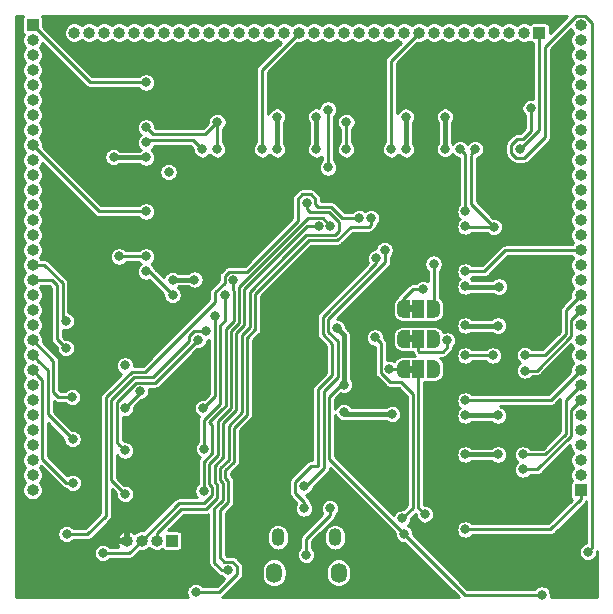
<source format=gbl>
G04 #@! TF.GenerationSoftware,KiCad,Pcbnew,5.1.4*
G04 #@! TF.CreationDate,2019-11-13T17:36:06+01:00*
G04 #@! TF.ProjectId,cubet_hw,63756265-745f-4687-972e-6b696361645f,rev?*
G04 #@! TF.SameCoordinates,Original*
G04 #@! TF.FileFunction,Copper,L2,Bot*
G04 #@! TF.FilePolarity,Positive*
%FSLAX46Y46*%
G04 Gerber Fmt 4.6, Leading zero omitted, Abs format (unit mm)*
G04 Created by KiCad (PCBNEW 5.1.4) date 2019-11-13 17:36:06*
%MOMM*%
%LPD*%
G04 APERTURE LIST*
%ADD10C,0.100000*%
%ADD11O,1.000000X1.000000*%
%ADD12R,1.000000X1.000000*%
%ADD13C,0.500000*%
%ADD14R,1.000000X1.500000*%
%ADD15O,1.350000X1.700000*%
%ADD16O,1.100000X1.500000*%
%ADD17C,0.800000*%
%ADD18C,0.406400*%
%ADD19C,0.254000*%
%ADD20C,0.250000*%
%ADD21C,0.228600*%
G04 APERTURE END LIST*
D10*
G36*
X83575000Y-75475000D02*
G01*
X84075000Y-75475000D01*
X84075000Y-74875000D01*
X83575000Y-74875000D01*
X83575000Y-75475000D01*
G37*
G36*
X83575000Y-78025000D02*
G01*
X84075000Y-78025000D01*
X84075000Y-77425000D01*
X83575000Y-77425000D01*
X83575000Y-78025000D01*
G37*
G36*
X83575000Y-80575000D02*
G01*
X84075000Y-80575000D01*
X84075000Y-79975000D01*
X83575000Y-79975000D01*
X83575000Y-80575000D01*
G37*
D11*
X98200000Y-51180000D03*
X98200000Y-52450000D03*
X98200000Y-53720000D03*
X98200000Y-54990000D03*
X98200000Y-56260000D03*
X98200000Y-57530000D03*
X98200000Y-58800000D03*
X98200000Y-60070000D03*
X98200000Y-61340000D03*
X98200000Y-62610000D03*
X98200000Y-63880000D03*
X98200000Y-65150000D03*
X98200000Y-66420000D03*
X98200000Y-67690000D03*
X98200000Y-68960000D03*
X98200000Y-70230000D03*
X98200000Y-71500000D03*
X98200000Y-72770000D03*
X98200000Y-74040000D03*
X98200000Y-75310000D03*
X98200000Y-76580000D03*
X98200000Y-77850000D03*
X98200000Y-79120000D03*
X98200000Y-80390000D03*
X98200000Y-81660000D03*
X98200000Y-82930000D03*
X98200000Y-84200000D03*
X98200000Y-85470000D03*
X98200000Y-86740000D03*
X98200000Y-88010000D03*
X98200000Y-89280000D03*
D12*
X98200000Y-90550000D03*
D13*
X83175000Y-75175000D03*
D10*
G36*
X83725000Y-75925000D02*
G01*
X83175000Y-75925000D01*
X83175000Y-75924398D01*
X83150466Y-75924398D01*
X83101635Y-75919588D01*
X83053510Y-75910016D01*
X83006555Y-75895772D01*
X82961222Y-75876995D01*
X82917949Y-75853864D01*
X82877150Y-75826604D01*
X82839221Y-75795476D01*
X82804524Y-75760779D01*
X82773396Y-75722850D01*
X82746136Y-75682051D01*
X82723005Y-75638778D01*
X82704228Y-75593445D01*
X82689984Y-75546490D01*
X82680412Y-75498365D01*
X82675602Y-75449534D01*
X82675602Y-75425000D01*
X82675000Y-75425000D01*
X82675000Y-74925000D01*
X82675602Y-74925000D01*
X82675602Y-74900466D01*
X82680412Y-74851635D01*
X82689984Y-74803510D01*
X82704228Y-74756555D01*
X82723005Y-74711222D01*
X82746136Y-74667949D01*
X82773396Y-74627150D01*
X82804524Y-74589221D01*
X82839221Y-74554524D01*
X82877150Y-74523396D01*
X82917949Y-74496136D01*
X82961222Y-74473005D01*
X83006555Y-74454228D01*
X83053510Y-74439984D01*
X83101635Y-74430412D01*
X83150466Y-74425602D01*
X83175000Y-74425602D01*
X83175000Y-74425000D01*
X83725000Y-74425000D01*
X83725000Y-75925000D01*
X83725000Y-75925000D01*
G37*
D14*
X84475000Y-75175000D03*
D13*
X85775000Y-75175000D03*
D10*
G36*
X85775000Y-74425602D02*
G01*
X85799534Y-74425602D01*
X85848365Y-74430412D01*
X85896490Y-74439984D01*
X85943445Y-74454228D01*
X85988778Y-74473005D01*
X86032051Y-74496136D01*
X86072850Y-74523396D01*
X86110779Y-74554524D01*
X86145476Y-74589221D01*
X86176604Y-74627150D01*
X86203864Y-74667949D01*
X86226995Y-74711222D01*
X86245772Y-74756555D01*
X86260016Y-74803510D01*
X86269588Y-74851635D01*
X86274398Y-74900466D01*
X86274398Y-74925000D01*
X86275000Y-74925000D01*
X86275000Y-75425000D01*
X86274398Y-75425000D01*
X86274398Y-75449534D01*
X86269588Y-75498365D01*
X86260016Y-75546490D01*
X86245772Y-75593445D01*
X86226995Y-75638778D01*
X86203864Y-75682051D01*
X86176604Y-75722850D01*
X86145476Y-75760779D01*
X86110779Y-75795476D01*
X86072850Y-75826604D01*
X86032051Y-75853864D01*
X85988778Y-75876995D01*
X85943445Y-75895772D01*
X85896490Y-75910016D01*
X85848365Y-75919588D01*
X85799534Y-75924398D01*
X85775000Y-75924398D01*
X85775000Y-75925000D01*
X85225000Y-75925000D01*
X85225000Y-74425000D01*
X85775000Y-74425000D01*
X85775000Y-74425602D01*
X85775000Y-74425602D01*
G37*
D13*
X83175000Y-77725000D03*
D10*
G36*
X83725000Y-78475000D02*
G01*
X83175000Y-78475000D01*
X83175000Y-78474398D01*
X83150466Y-78474398D01*
X83101635Y-78469588D01*
X83053510Y-78460016D01*
X83006555Y-78445772D01*
X82961222Y-78426995D01*
X82917949Y-78403864D01*
X82877150Y-78376604D01*
X82839221Y-78345476D01*
X82804524Y-78310779D01*
X82773396Y-78272850D01*
X82746136Y-78232051D01*
X82723005Y-78188778D01*
X82704228Y-78143445D01*
X82689984Y-78096490D01*
X82680412Y-78048365D01*
X82675602Y-77999534D01*
X82675602Y-77975000D01*
X82675000Y-77975000D01*
X82675000Y-77475000D01*
X82675602Y-77475000D01*
X82675602Y-77450466D01*
X82680412Y-77401635D01*
X82689984Y-77353510D01*
X82704228Y-77306555D01*
X82723005Y-77261222D01*
X82746136Y-77217949D01*
X82773396Y-77177150D01*
X82804524Y-77139221D01*
X82839221Y-77104524D01*
X82877150Y-77073396D01*
X82917949Y-77046136D01*
X82961222Y-77023005D01*
X83006555Y-77004228D01*
X83053510Y-76989984D01*
X83101635Y-76980412D01*
X83150466Y-76975602D01*
X83175000Y-76975602D01*
X83175000Y-76975000D01*
X83725000Y-76975000D01*
X83725000Y-78475000D01*
X83725000Y-78475000D01*
G37*
D14*
X84475000Y-77725000D03*
D13*
X85775000Y-77725000D03*
D10*
G36*
X85775000Y-76975602D02*
G01*
X85799534Y-76975602D01*
X85848365Y-76980412D01*
X85896490Y-76989984D01*
X85943445Y-77004228D01*
X85988778Y-77023005D01*
X86032051Y-77046136D01*
X86072850Y-77073396D01*
X86110779Y-77104524D01*
X86145476Y-77139221D01*
X86176604Y-77177150D01*
X86203864Y-77217949D01*
X86226995Y-77261222D01*
X86245772Y-77306555D01*
X86260016Y-77353510D01*
X86269588Y-77401635D01*
X86274398Y-77450466D01*
X86274398Y-77475000D01*
X86275000Y-77475000D01*
X86275000Y-77975000D01*
X86274398Y-77975000D01*
X86274398Y-77999534D01*
X86269588Y-78048365D01*
X86260016Y-78096490D01*
X86245772Y-78143445D01*
X86226995Y-78188778D01*
X86203864Y-78232051D01*
X86176604Y-78272850D01*
X86145476Y-78310779D01*
X86110779Y-78345476D01*
X86072850Y-78376604D01*
X86032051Y-78403864D01*
X85988778Y-78426995D01*
X85943445Y-78445772D01*
X85896490Y-78460016D01*
X85848365Y-78469588D01*
X85799534Y-78474398D01*
X85775000Y-78474398D01*
X85775000Y-78475000D01*
X85225000Y-78475000D01*
X85225000Y-76975000D01*
X85775000Y-76975000D01*
X85775000Y-76975602D01*
X85775000Y-76975602D01*
G37*
D13*
X83175000Y-80275000D03*
D10*
G36*
X83725000Y-81025000D02*
G01*
X83175000Y-81025000D01*
X83175000Y-81024398D01*
X83150466Y-81024398D01*
X83101635Y-81019588D01*
X83053510Y-81010016D01*
X83006555Y-80995772D01*
X82961222Y-80976995D01*
X82917949Y-80953864D01*
X82877150Y-80926604D01*
X82839221Y-80895476D01*
X82804524Y-80860779D01*
X82773396Y-80822850D01*
X82746136Y-80782051D01*
X82723005Y-80738778D01*
X82704228Y-80693445D01*
X82689984Y-80646490D01*
X82680412Y-80598365D01*
X82675602Y-80549534D01*
X82675602Y-80525000D01*
X82675000Y-80525000D01*
X82675000Y-80025000D01*
X82675602Y-80025000D01*
X82675602Y-80000466D01*
X82680412Y-79951635D01*
X82689984Y-79903510D01*
X82704228Y-79856555D01*
X82723005Y-79811222D01*
X82746136Y-79767949D01*
X82773396Y-79727150D01*
X82804524Y-79689221D01*
X82839221Y-79654524D01*
X82877150Y-79623396D01*
X82917949Y-79596136D01*
X82961222Y-79573005D01*
X83006555Y-79554228D01*
X83053510Y-79539984D01*
X83101635Y-79530412D01*
X83150466Y-79525602D01*
X83175000Y-79525602D01*
X83175000Y-79525000D01*
X83725000Y-79525000D01*
X83725000Y-81025000D01*
X83725000Y-81025000D01*
G37*
D14*
X84475000Y-80275000D03*
D13*
X85775000Y-80275000D03*
D10*
G36*
X85775000Y-79525602D02*
G01*
X85799534Y-79525602D01*
X85848365Y-79530412D01*
X85896490Y-79539984D01*
X85943445Y-79554228D01*
X85988778Y-79573005D01*
X86032051Y-79596136D01*
X86072850Y-79623396D01*
X86110779Y-79654524D01*
X86145476Y-79689221D01*
X86176604Y-79727150D01*
X86203864Y-79767949D01*
X86226995Y-79811222D01*
X86245772Y-79856555D01*
X86260016Y-79903510D01*
X86269588Y-79951635D01*
X86274398Y-80000466D01*
X86274398Y-80025000D01*
X86275000Y-80025000D01*
X86275000Y-80525000D01*
X86274398Y-80525000D01*
X86274398Y-80549534D01*
X86269588Y-80598365D01*
X86260016Y-80646490D01*
X86245772Y-80693445D01*
X86226995Y-80738778D01*
X86203864Y-80782051D01*
X86176604Y-80822850D01*
X86145476Y-80860779D01*
X86110779Y-80895476D01*
X86072850Y-80926604D01*
X86032051Y-80953864D01*
X85988778Y-80976995D01*
X85943445Y-80995772D01*
X85896490Y-81010016D01*
X85848365Y-81019588D01*
X85799534Y-81024398D01*
X85775000Y-81024398D01*
X85775000Y-81025000D01*
X85225000Y-81025000D01*
X85225000Y-79525000D01*
X85775000Y-79525000D01*
X85775000Y-79525602D01*
X85775000Y-79525602D01*
G37*
D11*
X51800000Y-90520000D03*
X51800000Y-89250000D03*
X51800000Y-87980000D03*
X51800000Y-86710000D03*
X51800000Y-85440000D03*
X51800000Y-84170000D03*
X51800000Y-82900000D03*
X51800000Y-81630000D03*
X51800000Y-80360000D03*
X51800000Y-79090000D03*
X51800000Y-77820000D03*
X51800000Y-76550000D03*
X51800000Y-75280000D03*
X51800000Y-74010000D03*
X51800000Y-72740000D03*
X51800000Y-71470000D03*
X51800000Y-70200000D03*
X51800000Y-68930000D03*
X51800000Y-67660000D03*
X51800000Y-66390000D03*
X51800000Y-65120000D03*
X51800000Y-63850000D03*
X51800000Y-62580000D03*
X51800000Y-61310000D03*
X51800000Y-60040000D03*
X51800000Y-58770000D03*
X51800000Y-57500000D03*
X51800000Y-56230000D03*
X51800000Y-54960000D03*
X51800000Y-53690000D03*
X51800000Y-52420000D03*
D12*
X51800000Y-51150000D03*
D11*
X55330000Y-51800000D03*
X56600000Y-51800000D03*
X57870000Y-51800000D03*
X59140000Y-51800000D03*
X60410000Y-51800000D03*
X61680000Y-51800000D03*
X62950000Y-51800000D03*
X64220000Y-51800000D03*
X65490000Y-51800000D03*
X66760000Y-51800000D03*
X68030000Y-51800000D03*
X69300000Y-51800000D03*
X70570000Y-51800000D03*
X71840000Y-51800000D03*
X73110000Y-51800000D03*
X74380000Y-51800000D03*
X75650000Y-51800000D03*
X76920000Y-51800000D03*
X78190000Y-51800000D03*
X79460000Y-51800000D03*
X80730000Y-51800000D03*
X82000000Y-51800000D03*
X83270000Y-51800000D03*
X84540000Y-51800000D03*
X85810000Y-51800000D03*
X87080000Y-51800000D03*
X88350000Y-51800000D03*
X89620000Y-51800000D03*
X90890000Y-51800000D03*
X92160000Y-51800000D03*
X93430000Y-51800000D03*
D12*
X94700000Y-51800000D03*
X63580000Y-94800000D03*
D11*
X62310000Y-94800000D03*
X61040000Y-94800000D03*
X59770000Y-94800000D03*
D15*
X77705000Y-97520000D03*
X72245000Y-97520000D03*
D16*
X77395000Y-94520000D03*
X72555000Y-94520000D03*
D17*
X62200000Y-76500000D03*
X63300000Y-68500000D03*
X63300000Y-69500000D03*
X64500000Y-69500000D03*
X64500000Y-68500000D03*
X59436000Y-57404000D03*
X59436000Y-58420000D03*
X59436000Y-59436000D03*
X70020000Y-92740000D03*
X69730000Y-89900000D03*
X52200000Y-99225000D03*
X51100000Y-99250000D03*
X51075000Y-98175000D03*
X52125000Y-98175000D03*
X62900000Y-58550000D03*
X85064500Y-63475000D03*
X77562500Y-76800000D03*
X78150000Y-81600000D03*
X83225000Y-94212500D03*
X94900000Y-99375000D03*
X54675000Y-94262500D03*
X79452794Y-67494937D03*
X63312500Y-63600000D03*
X88444000Y-87503000D03*
X91206030Y-87503000D03*
X91206030Y-84201000D03*
X88444000Y-84201000D03*
X91206030Y-76600000D03*
X88444000Y-76581000D03*
X86722550Y-58907970D03*
X86725000Y-61650000D03*
X83400000Y-58907970D03*
X83439000Y-61670000D03*
X75800000Y-58907970D03*
X75819000Y-61670000D03*
X72500000Y-58907970D03*
X72517000Y-61670000D03*
X61416000Y-62357000D03*
X58653970Y-62300000D03*
X88444000Y-73279000D03*
X91297020Y-73300000D03*
X78150000Y-83900000D03*
X82250000Y-84100000D03*
X63650000Y-72725000D03*
X65504010Y-72700000D03*
X54610000Y-76200000D03*
X54610000Y-78486000D03*
X55150000Y-82650000D03*
X76022997Y-68200000D03*
X57750000Y-95837500D03*
X77023000Y-68200000D03*
X55190000Y-86220000D03*
X55210000Y-89900000D03*
X74972033Y-95990981D03*
X76960000Y-92070000D03*
X74760000Y-90170000D03*
X81601166Y-70187573D03*
X74760000Y-92070000D03*
X80900649Y-70901212D03*
X82000000Y-80250000D03*
X83175000Y-77725000D03*
X84853039Y-73500000D03*
X80452591Y-67474698D03*
X65609000Y-99140000D03*
X75000000Y-66200000D03*
X68375700Y-97307296D03*
X84475000Y-75175000D03*
X67437000Y-61670000D03*
X61416000Y-70739000D03*
X90752020Y-79121000D03*
X88444000Y-79121000D03*
X88444000Y-68199000D03*
X90843010Y-68228130D03*
X89265000Y-61650000D03*
X78360884Y-59361980D03*
X78359000Y-61670000D03*
X67439115Y-59361980D03*
X59107980Y-70744170D03*
X61416000Y-59817000D03*
X86907941Y-77852767D03*
X87995000Y-61650000D03*
X88444000Y-66929000D03*
X61416000Y-61087000D03*
X66167000Y-61670000D03*
X61416000Y-72009000D03*
X63650000Y-73995000D03*
X85004223Y-92574464D03*
X98806000Y-95758000D03*
X93973000Y-58200000D03*
X76800000Y-58301560D03*
X76800000Y-63200000D03*
X88444000Y-72009000D03*
X93475000Y-79100000D03*
X93475000Y-80400000D03*
X88444000Y-82931000D03*
X93300000Y-87500000D03*
X93300000Y-88775000D03*
X88444000Y-93853000D03*
X71247000Y-61670000D03*
X82169000Y-61670000D03*
X93075000Y-61650000D03*
X61416000Y-66929000D03*
X61416000Y-56007000D03*
X59641000Y-79966000D03*
X59641000Y-83566000D03*
X60900000Y-82150000D03*
X59641000Y-87166000D03*
X65803200Y-77800000D03*
X59641000Y-90866000D03*
X66502644Y-77078000D03*
X66241000Y-83566000D03*
X67250000Y-75808000D03*
X66300000Y-87025000D03*
X68100000Y-74000000D03*
X66275000Y-90625000D03*
X68800000Y-72750000D03*
X83095008Y-92924097D03*
X80800000Y-77600000D03*
X85750000Y-71350000D03*
D18*
X78150000Y-77387500D02*
X77562500Y-76800000D01*
X78150000Y-81600000D02*
X78150000Y-77387500D01*
D19*
X88387500Y-99375000D02*
X83225000Y-94212500D01*
X94900000Y-99375000D02*
X88387500Y-99375000D01*
X76896000Y-87883500D02*
X82763388Y-93750888D01*
X82763388Y-93750888D02*
X83225000Y-94212500D01*
X77900000Y-81600000D02*
X76896000Y-82604000D01*
X76896000Y-82604000D02*
X76896000Y-87883500D01*
X78150000Y-81600000D02*
X77900000Y-81600000D01*
X75964979Y-66564979D02*
X77106008Y-66564979D01*
X78035966Y-67494937D02*
X79452794Y-67494937D01*
X74651039Y-65472999D02*
X75348961Y-65472999D01*
X74272999Y-67710897D02*
X74272999Y-65851039D01*
X69960897Y-72022999D02*
X74272999Y-67710897D01*
X68451039Y-72022999D02*
X69960897Y-72022999D01*
X74272999Y-65851039D02*
X74651039Y-65472999D01*
X68072999Y-72401039D02*
X68451039Y-72022999D01*
X75727001Y-65851039D02*
X75727001Y-66327001D01*
X58271933Y-82417972D02*
X60189905Y-80500000D01*
X58005979Y-92694021D02*
X58005979Y-82683925D01*
X75727001Y-66327001D02*
X75964979Y-66564979D01*
X54675000Y-94262500D02*
X56437500Y-94262500D01*
X58005979Y-82683925D02*
X58271933Y-82417972D01*
X56437500Y-94262500D02*
X58005979Y-92694021D01*
X61300000Y-80500000D02*
X61314979Y-80514979D01*
X60189905Y-80500000D02*
X61300000Y-80500000D01*
X61314979Y-80514979D02*
X67266977Y-74562981D01*
X68072999Y-72951039D02*
X68072999Y-72401039D01*
X75348961Y-65472999D02*
X75727001Y-65851039D01*
X67266977Y-74562981D02*
X67266977Y-73757061D01*
X77106008Y-66564979D02*
X78035966Y-67494937D01*
X67266977Y-73757061D02*
X68072999Y-72951039D01*
D18*
X91206030Y-87503000D02*
X88444000Y-87503000D01*
X91206030Y-84201000D02*
X88444000Y-84201000D01*
X91206030Y-76600000D02*
X88463000Y-76600000D01*
X88463000Y-76600000D02*
X88444000Y-76581000D01*
X86722550Y-58907970D02*
X86722550Y-61647550D01*
X86722550Y-61647550D02*
X86725000Y-61650000D01*
X83400000Y-58907970D02*
X83400000Y-61631000D01*
X83400000Y-61631000D02*
X83439000Y-61670000D01*
X75800000Y-58907970D02*
X75800000Y-61651000D01*
X75800000Y-61651000D02*
X75819000Y-61670000D01*
X72500000Y-58907970D02*
X72500000Y-61653000D01*
X72500000Y-61653000D02*
X72517000Y-61670000D01*
X61416000Y-62357000D02*
X58710970Y-62357000D01*
X58710970Y-62357000D02*
X58653970Y-62300000D01*
X88465000Y-73300000D02*
X88444000Y-73279000D01*
X91297020Y-73300000D02*
X88465000Y-73300000D01*
X78350000Y-84100000D02*
X78150000Y-83900000D01*
X82250000Y-84100000D02*
X78350000Y-84100000D01*
X63675000Y-72700000D02*
X63650000Y-72725000D01*
X65504010Y-72700000D02*
X63675000Y-72700000D01*
D20*
X54610000Y-76200000D02*
X54335009Y-75925009D01*
X52802410Y-71470000D02*
X52507106Y-71470000D01*
X52507106Y-71470000D02*
X51800000Y-71470000D01*
X54335008Y-73002598D02*
X52802410Y-71470000D01*
X54335009Y-75925009D02*
X54335008Y-73002598D01*
X53884999Y-77760999D02*
X53884999Y-73188999D01*
X54610000Y-78486000D02*
X53884999Y-77760999D01*
X53436000Y-72740000D02*
X51800000Y-72740000D01*
X53884999Y-73188999D02*
X53436000Y-72740000D01*
D19*
X55150000Y-82650000D02*
X53965021Y-82650000D01*
X53965021Y-82650000D02*
X53535021Y-82220000D01*
X53535021Y-79555021D02*
X51800000Y-77820000D01*
X53535021Y-82220000D02*
X53535021Y-79555021D01*
X62310000Y-94800000D02*
X62310000Y-94172066D01*
X62310000Y-94172066D02*
X64378056Y-92104010D01*
X64378056Y-92104010D02*
X66514019Y-92104010D01*
X67456011Y-91162018D02*
X67456011Y-90087982D01*
X66514019Y-92104010D02*
X67456011Y-91162018D01*
X67456011Y-90087982D02*
X67204010Y-89835981D01*
X67204010Y-88481084D02*
X67935021Y-87750075D01*
X67204010Y-89835981D02*
X67204010Y-88481084D01*
X67935021Y-87750075D02*
X67935021Y-84874139D01*
X67935021Y-84874139D02*
X69045685Y-83763478D01*
X69045685Y-77238447D02*
X69735021Y-76549113D01*
X69045685Y-83763478D02*
X69045685Y-77238447D01*
X69735021Y-76549113D02*
X69735021Y-73533007D01*
X75068028Y-68200000D02*
X76022997Y-68200000D01*
X69735021Y-73533007D02*
X75068028Y-68200000D01*
D20*
X60002500Y-95837500D02*
X61040000Y-94800000D01*
X57750000Y-95837500D02*
X60002500Y-95837500D01*
D19*
X76371958Y-67472999D02*
X77023000Y-68124041D01*
X75152963Y-67472999D02*
X76371958Y-67472999D01*
X69281011Y-73344951D02*
X75152963Y-67472999D01*
X67002001Y-90276039D02*
X66750000Y-90024038D01*
X69281011Y-76361056D02*
X69281011Y-73344951D01*
X68591675Y-83575421D02*
X68591675Y-77050391D01*
X67002001Y-90973961D02*
X67002001Y-90276039D01*
X66750000Y-88293028D02*
X67481011Y-87562018D01*
X77023000Y-68124041D02*
X77023000Y-68200000D01*
X64190000Y-91650000D02*
X66325962Y-91650000D01*
X66750000Y-90024038D02*
X66750000Y-88293028D01*
X68591675Y-77050391D02*
X69281011Y-76361056D01*
X66325962Y-91650000D02*
X67002001Y-90973961D01*
X67481011Y-87562018D02*
X67481011Y-84686083D01*
X61040000Y-94800000D02*
X64190000Y-91650000D01*
X67481011Y-84686083D02*
X68591675Y-83575421D01*
X52299999Y-79589999D02*
X51800000Y-79090000D01*
X53081011Y-80371011D02*
X52299999Y-79589999D01*
X53081011Y-84111011D02*
X53081011Y-80371011D01*
X55190000Y-86220000D02*
X53081011Y-84111011D01*
X52299999Y-80859999D02*
X51800000Y-80360000D01*
X52627001Y-81187001D02*
X52299999Y-80859999D01*
X54644315Y-89900000D02*
X52627001Y-87882686D01*
X52627001Y-87882686D02*
X52627001Y-81187001D01*
X55210000Y-89900000D02*
X54644315Y-89900000D01*
X74972033Y-95425296D02*
X74972033Y-95990981D01*
X74972033Y-94636967D02*
X74972033Y-95425296D01*
X76960000Y-92649000D02*
X74972033Y-94636967D01*
X76960000Y-92070000D02*
X76960000Y-92649000D01*
X81627650Y-70214057D02*
X81601166Y-70187573D01*
X81627650Y-71250173D02*
X81627650Y-70214057D01*
X76835499Y-77148961D02*
X76835499Y-76042324D01*
X76835499Y-76042324D02*
X81627650Y-71250173D01*
X74760000Y-90170000D02*
X74965000Y-90170000D01*
X77619790Y-80980210D02*
X77619790Y-77933252D01*
X77619790Y-77933252D02*
X76835499Y-77148961D01*
X74965000Y-90170000D02*
X76441990Y-88693010D01*
X76441990Y-88693010D02*
X76441990Y-82158010D01*
X76441990Y-82158010D02*
X77619790Y-80980210D01*
X80900649Y-70901212D02*
X80900649Y-71335108D01*
X76381489Y-77337018D02*
X77165780Y-78121309D01*
X80900649Y-71335108D02*
X76381489Y-75854267D01*
X76381489Y-75854267D02*
X76381489Y-77337018D01*
X77165780Y-78121309D02*
X77165780Y-80792154D01*
X77165780Y-80792154D02*
X75987980Y-81969953D01*
X75987980Y-81969953D02*
X75987980Y-88504954D01*
X74760000Y-91491000D02*
X74760000Y-92070000D01*
X74032999Y-89821039D02*
X74032999Y-90763999D01*
X75349084Y-88504954D02*
X74032999Y-89821039D01*
X74032999Y-90763999D02*
X74760000Y-91491000D01*
X75987980Y-88504954D02*
X75349084Y-88504954D01*
X83150000Y-80250000D02*
X83175000Y-80275000D01*
X82000000Y-80250000D02*
X83150000Y-80250000D01*
X83175000Y-74327408D02*
X83175000Y-75175000D01*
X84002408Y-73500000D02*
X83175000Y-74327408D01*
X84853039Y-73500000D02*
X84002408Y-73500000D01*
X68843041Y-85250256D02*
X68843041Y-88126189D01*
X67654010Y-96207566D02*
X68026739Y-96580295D01*
X69102701Y-97656257D02*
X67618958Y-99140000D01*
X69953705Y-84139592D02*
X68843041Y-85250256D01*
X69102701Y-96958335D02*
X69102701Y-97656257D01*
X75171149Y-69381011D02*
X70643040Y-73909120D01*
X78719091Y-68221938D02*
X77560018Y-69381011D01*
X66184000Y-99140000D02*
X65609000Y-99140000D01*
X80452591Y-67474698D02*
X80452591Y-68040383D01*
X70643039Y-76925228D02*
X69953705Y-77614562D01*
X70643040Y-73909120D02*
X70643039Y-76925228D01*
X80271036Y-68221938D02*
X78719091Y-68221938D01*
X68843041Y-88126189D02*
X68112030Y-88857200D01*
X68026739Y-96580295D02*
X68724661Y-96580295D01*
X67618958Y-99140000D02*
X66184000Y-99140000D01*
X69953705Y-77614562D02*
X69953705Y-84139592D01*
X68364031Y-89711868D02*
X68364031Y-91162019D01*
X68112030Y-88857200D02*
X68112030Y-89459867D01*
X68724661Y-96580295D02*
X69102701Y-96958335D01*
X77560018Y-69381011D02*
X75171149Y-69381011D01*
X68112030Y-89459867D02*
X68364031Y-89711868D01*
X68364031Y-91162019D02*
X68364029Y-91538133D01*
X68364029Y-91538133D02*
X67654010Y-92248151D01*
X80452591Y-68040383D02*
X80271036Y-68221938D01*
X67654010Y-92248151D02*
X67654010Y-96207566D01*
X77750001Y-68548961D02*
X77371961Y-68927001D01*
X75000000Y-66765685D02*
X75253304Y-67018989D01*
X77750001Y-67851039D02*
X77750001Y-68548961D01*
X75000000Y-66200000D02*
X75000000Y-66765685D01*
X75253304Y-67018989D02*
X76917951Y-67018989D01*
X76917951Y-67018989D02*
X77750001Y-67851039D01*
X77371961Y-68927001D02*
X74983093Y-68927001D01*
X74983093Y-68927001D02*
X73355047Y-70555047D01*
X73355047Y-70555047D02*
X70189031Y-73721063D01*
X70189031Y-73721063D02*
X70189030Y-76737171D01*
X70189030Y-76737171D02*
X69499695Y-77426506D01*
X69499695Y-83951535D02*
X68389031Y-85062199D01*
X69499695Y-77426506D02*
X69499695Y-83951535D01*
X68389031Y-87938132D02*
X67658020Y-88669143D01*
X68389031Y-85062199D02*
X68389031Y-87938132D01*
X67910021Y-91350075D02*
X67644067Y-91616028D01*
X67910021Y-89899925D02*
X67910021Y-91350075D01*
X67658020Y-88669143D02*
X67658020Y-89647924D01*
X67658020Y-89647924D02*
X67910021Y-89899925D01*
X67200000Y-96697281D02*
X67200000Y-92060095D01*
X68375700Y-97307296D02*
X67810015Y-97307296D01*
X67810015Y-97307296D02*
X67200000Y-96697281D01*
X67200000Y-92060095D02*
X67630048Y-91630047D01*
X90752020Y-79121000D02*
X88444000Y-79121000D01*
X88473130Y-68228130D02*
X88444000Y-68199000D01*
X90843010Y-68228130D02*
X88473130Y-68228130D01*
X89265000Y-61735000D02*
X88898010Y-62101990D01*
X89265000Y-61650000D02*
X89265000Y-61735000D01*
X90843010Y-68228130D02*
X88898010Y-66283130D01*
X88898010Y-66283130D02*
X88898010Y-62200000D01*
X78360884Y-59361980D02*
X78360884Y-61668116D01*
X78360884Y-61668116D02*
X78359000Y-61670000D01*
X67439115Y-61667885D02*
X67437000Y-61670000D01*
X67439115Y-59361980D02*
X67439115Y-61667885D01*
X61410830Y-70744170D02*
X61416000Y-70739000D01*
X59107980Y-70744170D02*
X61410830Y-70744170D01*
X61416000Y-59817000D02*
X61999000Y-60400000D01*
X66401095Y-60400000D02*
X67439115Y-59361980D01*
X61999000Y-60400000D02*
X66401095Y-60400000D01*
X84475000Y-78729000D02*
X84475000Y-77725000D01*
X84548010Y-78802010D02*
X84475000Y-78729000D01*
X86907941Y-78418452D02*
X86524383Y-78802010D01*
X86524383Y-78802010D02*
X84548010Y-78802010D01*
X86907941Y-77852767D02*
X86907941Y-78418452D01*
X88444000Y-62099000D02*
X87995000Y-61650000D01*
X88444000Y-66929000D02*
X88444000Y-62099000D01*
X61613000Y-61087000D02*
X61845990Y-60854010D01*
X61416000Y-61087000D02*
X61613000Y-61087000D01*
X61845990Y-60854010D02*
X65351010Y-60854010D01*
X65351010Y-60854010D02*
X66167000Y-61670000D01*
X63650000Y-74243000D02*
X63650000Y-74295000D01*
X61664000Y-72009000D02*
X61416000Y-72009000D01*
X63650000Y-73995000D02*
X61664000Y-72009000D01*
X85004223Y-92574464D02*
X84475000Y-92045241D01*
X84475000Y-92045241D02*
X84475000Y-80275000D01*
X98806000Y-95758000D02*
X99205999Y-95358001D01*
X99205999Y-95358001D02*
X99205999Y-50962037D01*
X98596961Y-50352999D02*
X97803039Y-50352999D01*
X99205999Y-50962037D02*
X98596961Y-50352999D01*
X97803039Y-50352999D02*
X95154010Y-53002028D01*
X92347999Y-61301039D02*
X92849038Y-60800000D01*
X93423961Y-62377001D02*
X92726039Y-62377001D01*
X95154010Y-53002028D02*
X95154010Y-60646952D01*
X92726039Y-62377001D02*
X92347999Y-61998961D01*
X95154010Y-60646952D02*
X93423961Y-62377001D01*
X92347999Y-61998961D02*
X92347999Y-61301039D01*
X92849038Y-60800000D02*
X93282934Y-60800000D01*
X93282934Y-60800000D02*
X93973000Y-60109934D01*
X93973000Y-60109934D02*
X93973000Y-58200000D01*
X76800000Y-63200000D02*
X76800000Y-58301560D01*
D20*
X88444000Y-72009000D02*
X90043000Y-72009000D01*
X91822000Y-70230000D02*
X98200000Y-70230000D01*
X90043000Y-72009000D02*
X91822000Y-70230000D01*
D21*
X93475000Y-79100000D02*
X95168854Y-79100000D01*
X96957089Y-75282911D02*
X97700001Y-74539999D01*
X96957089Y-77311765D02*
X96957089Y-75282911D01*
X97700001Y-74539999D02*
X98200000Y-74040000D01*
X95168854Y-79100000D02*
X96957089Y-77311765D01*
X93475000Y-80400000D02*
X94475000Y-80400000D01*
X97700001Y-75809999D02*
X98200000Y-75310000D01*
X97385699Y-76124301D02*
X97700001Y-75809999D01*
X97385699Y-77489301D02*
X97385699Y-76124301D01*
X94475000Y-80400000D02*
X97385699Y-77489301D01*
D20*
X95659000Y-82931000D02*
X98200000Y-80390000D01*
X88444000Y-82931000D02*
X95659000Y-82931000D01*
D21*
X93300000Y-87500000D02*
X95218854Y-87500000D01*
X97700001Y-82159999D02*
X98200000Y-81660000D01*
X96957089Y-82902911D02*
X97700001Y-82159999D01*
X96957089Y-85761765D02*
X96957089Y-82902911D01*
X95218854Y-87500000D02*
X96957089Y-85761765D01*
X93300000Y-88775000D02*
X94550000Y-88775000D01*
X97700001Y-83429999D02*
X98200000Y-82930000D01*
X97385699Y-83744301D02*
X97700001Y-83429999D01*
X97385699Y-85939301D02*
X97385699Y-83744301D01*
X94550000Y-88775000D02*
X97385699Y-85939301D01*
D20*
X98200000Y-91300000D02*
X98200000Y-90550000D01*
X95647000Y-93853000D02*
X98200000Y-91300000D01*
X88444000Y-93853000D02*
X95647000Y-93853000D01*
D19*
X71247000Y-54933000D02*
X74380000Y-51800000D01*
X71247000Y-61670000D02*
X71247000Y-54933000D01*
X82169000Y-54171000D02*
X84540000Y-51800000D01*
X82169000Y-61670000D02*
X82169000Y-54171000D01*
X94700000Y-60025000D02*
X93075000Y-61650000D01*
X94700000Y-51800000D02*
X94700000Y-60025000D01*
X57419000Y-66929000D02*
X51800000Y-61310000D01*
X61416000Y-66929000D02*
X57419000Y-66929000D01*
X56657000Y-56007000D02*
X51800000Y-51150000D01*
X61416000Y-56007000D02*
X56657000Y-56007000D01*
X60900000Y-82307000D02*
X59641000Y-83566000D01*
X60900000Y-82150000D02*
X60900000Y-82307000D01*
X58913999Y-86438999D02*
X59141928Y-86666928D01*
X58913999Y-83060039D02*
X58913999Y-86438999D01*
X59141928Y-86666928D02*
X59641000Y-87166000D01*
X60551039Y-81422999D02*
X58913999Y-83060039D01*
X62180201Y-81422999D02*
X60551039Y-81422999D01*
X65803200Y-77800000D02*
X62180201Y-81422999D01*
X66502644Y-77078000D02*
X65936959Y-77078000D01*
X65454239Y-77072999D02*
X65936959Y-77072999D01*
X65076199Y-77884935D02*
X65076199Y-77451039D01*
X58459989Y-89684989D02*
X58459989Y-82871982D01*
X60362982Y-80968989D02*
X61992145Y-80968989D01*
X58459989Y-82871982D02*
X60362982Y-80968989D01*
X65076199Y-77451039D02*
X65454239Y-77072999D01*
X59641000Y-90866000D02*
X58459989Y-89684989D01*
X61992145Y-80968989D02*
X65076199Y-77884935D01*
X66740072Y-83066928D02*
X66241000Y-83566000D01*
X67229645Y-82577355D02*
X66740072Y-83066928D01*
X67229645Y-76394040D02*
X67229645Y-82577355D01*
X67250000Y-76373685D02*
X67229645Y-76394040D01*
X67250000Y-75808000D02*
X67250000Y-76373685D01*
X67683655Y-83199307D02*
X66300000Y-84582962D01*
X67683655Y-76582097D02*
X67683655Y-83199307D01*
X68100000Y-74000000D02*
X68100000Y-76165752D01*
X66300000Y-84582962D02*
X66300000Y-87025000D01*
X68100000Y-76165752D02*
X67683655Y-76582097D01*
X67027001Y-87373961D02*
X66275000Y-88125962D01*
X66754010Y-84771018D02*
X67027001Y-85044009D01*
X66275000Y-88125962D02*
X66275000Y-90625000D01*
X67871711Y-83653317D02*
X66754010Y-84771018D01*
X68137665Y-83387364D02*
X67871711Y-83653317D01*
X68800000Y-73624038D02*
X68827001Y-73651039D01*
X68827001Y-73651039D02*
X68827001Y-76172999D01*
X68800000Y-72750000D02*
X68800000Y-73624038D01*
X68827001Y-76172999D02*
X68137665Y-76862335D01*
X67027001Y-85044009D02*
X67027001Y-87373961D01*
X68137665Y-76862335D02*
X68137665Y-83387364D01*
X81272999Y-80598961D02*
X82074038Y-81400000D01*
X80800000Y-77600000D02*
X81272999Y-78072999D01*
X81272999Y-78072999D02*
X81272999Y-80598961D01*
X83000000Y-81400000D02*
X84000000Y-82400000D01*
X82074038Y-81400000D02*
X83000000Y-81400000D01*
X84000000Y-92019105D02*
X83095008Y-92924097D01*
X84000000Y-82400000D02*
X84000000Y-92019105D01*
X85750000Y-75150000D02*
X85775000Y-75175000D01*
X85750000Y-71350000D02*
X85750000Y-75150000D01*
G36*
X50981678Y-50437304D02*
G01*
X50946299Y-50503492D01*
X50924513Y-50575311D01*
X50917157Y-50650000D01*
X50917157Y-51650000D01*
X50924513Y-51724689D01*
X50946299Y-51796508D01*
X50981678Y-51862696D01*
X51029289Y-51920711D01*
X51056142Y-51942749D01*
X50982125Y-52081225D01*
X50931748Y-52247294D01*
X50914738Y-52420000D01*
X50931748Y-52592706D01*
X50982125Y-52758775D01*
X51063932Y-52911825D01*
X51174025Y-53045975D01*
X51185022Y-53055000D01*
X51174025Y-53064025D01*
X51063932Y-53198175D01*
X50982125Y-53351225D01*
X50931748Y-53517294D01*
X50914738Y-53690000D01*
X50931748Y-53862706D01*
X50982125Y-54028775D01*
X51063932Y-54181825D01*
X51174025Y-54315975D01*
X51185022Y-54325000D01*
X51174025Y-54334025D01*
X51063932Y-54468175D01*
X50982125Y-54621225D01*
X50931748Y-54787294D01*
X50914738Y-54960000D01*
X50931748Y-55132706D01*
X50982125Y-55298775D01*
X51063932Y-55451825D01*
X51174025Y-55585975D01*
X51185022Y-55595000D01*
X51174025Y-55604025D01*
X51063932Y-55738175D01*
X50982125Y-55891225D01*
X50931748Y-56057294D01*
X50914738Y-56230000D01*
X50931748Y-56402706D01*
X50982125Y-56568775D01*
X51063932Y-56721825D01*
X51174025Y-56855975D01*
X51185022Y-56865000D01*
X51174025Y-56874025D01*
X51063932Y-57008175D01*
X50982125Y-57161225D01*
X50931748Y-57327294D01*
X50914738Y-57500000D01*
X50931748Y-57672706D01*
X50982125Y-57838775D01*
X51063932Y-57991825D01*
X51174025Y-58125975D01*
X51185022Y-58135000D01*
X51174025Y-58144025D01*
X51063932Y-58278175D01*
X50982125Y-58431225D01*
X50931748Y-58597294D01*
X50914738Y-58770000D01*
X50931748Y-58942706D01*
X50982125Y-59108775D01*
X51063932Y-59261825D01*
X51174025Y-59395975D01*
X51185022Y-59405000D01*
X51174025Y-59414025D01*
X51063932Y-59548175D01*
X50982125Y-59701225D01*
X50931748Y-59867294D01*
X50914738Y-60040000D01*
X50931748Y-60212706D01*
X50982125Y-60378775D01*
X51063932Y-60531825D01*
X51174025Y-60665975D01*
X51185022Y-60675000D01*
X51174025Y-60684025D01*
X51063932Y-60818175D01*
X50982125Y-60971225D01*
X50931748Y-61137294D01*
X50914738Y-61310000D01*
X50931748Y-61482706D01*
X50982125Y-61648775D01*
X51063932Y-61801825D01*
X51174025Y-61935975D01*
X51185022Y-61945000D01*
X51174025Y-61954025D01*
X51063932Y-62088175D01*
X50982125Y-62241225D01*
X50931748Y-62407294D01*
X50914738Y-62580000D01*
X50931748Y-62752706D01*
X50982125Y-62918775D01*
X51063932Y-63071825D01*
X51174025Y-63205975D01*
X51185022Y-63215000D01*
X51174025Y-63224025D01*
X51063932Y-63358175D01*
X50982125Y-63511225D01*
X50931748Y-63677294D01*
X50914738Y-63850000D01*
X50931748Y-64022706D01*
X50982125Y-64188775D01*
X51063932Y-64341825D01*
X51174025Y-64475975D01*
X51185022Y-64485000D01*
X51174025Y-64494025D01*
X51063932Y-64628175D01*
X50982125Y-64781225D01*
X50931748Y-64947294D01*
X50914738Y-65120000D01*
X50931748Y-65292706D01*
X50982125Y-65458775D01*
X51063932Y-65611825D01*
X51174025Y-65745975D01*
X51185022Y-65755000D01*
X51174025Y-65764025D01*
X51063932Y-65898175D01*
X50982125Y-66051225D01*
X50931748Y-66217294D01*
X50914738Y-66390000D01*
X50931748Y-66562706D01*
X50982125Y-66728775D01*
X51063932Y-66881825D01*
X51174025Y-67015975D01*
X51185022Y-67025000D01*
X51174025Y-67034025D01*
X51063932Y-67168175D01*
X50982125Y-67321225D01*
X50931748Y-67487294D01*
X50914738Y-67660000D01*
X50931748Y-67832706D01*
X50982125Y-67998775D01*
X51063932Y-68151825D01*
X51174025Y-68285975D01*
X51185022Y-68295000D01*
X51174025Y-68304025D01*
X51063932Y-68438175D01*
X50982125Y-68591225D01*
X50931748Y-68757294D01*
X50914738Y-68930000D01*
X50931748Y-69102706D01*
X50982125Y-69268775D01*
X51063932Y-69421825D01*
X51174025Y-69555975D01*
X51185022Y-69565000D01*
X51174025Y-69574025D01*
X51063932Y-69708175D01*
X50982125Y-69861225D01*
X50931748Y-70027294D01*
X50914738Y-70200000D01*
X50931748Y-70372706D01*
X50982125Y-70538775D01*
X51063932Y-70691825D01*
X51174025Y-70825975D01*
X51185022Y-70835000D01*
X51174025Y-70844025D01*
X51063932Y-70978175D01*
X50982125Y-71131225D01*
X50931748Y-71297294D01*
X50914738Y-71470000D01*
X50931748Y-71642706D01*
X50982125Y-71808775D01*
X51063932Y-71961825D01*
X51174025Y-72095975D01*
X51185022Y-72105000D01*
X51174025Y-72114025D01*
X51063932Y-72248175D01*
X50982125Y-72401225D01*
X50931748Y-72567294D01*
X50914738Y-72740000D01*
X50931748Y-72912706D01*
X50982125Y-73078775D01*
X51063932Y-73231825D01*
X51174025Y-73365975D01*
X51185022Y-73375000D01*
X51174025Y-73384025D01*
X51063932Y-73518175D01*
X50982125Y-73671225D01*
X50931748Y-73837294D01*
X50914738Y-74010000D01*
X50931748Y-74182706D01*
X50982125Y-74348775D01*
X51063932Y-74501825D01*
X51174025Y-74635975D01*
X51185022Y-74645000D01*
X51174025Y-74654025D01*
X51063932Y-74788175D01*
X50982125Y-74941225D01*
X50931748Y-75107294D01*
X50914738Y-75280000D01*
X50931748Y-75452706D01*
X50982125Y-75618775D01*
X51063932Y-75771825D01*
X51174025Y-75905975D01*
X51185022Y-75915000D01*
X51174025Y-75924025D01*
X51063932Y-76058175D01*
X50982125Y-76211225D01*
X50931748Y-76377294D01*
X50914738Y-76550000D01*
X50931748Y-76722706D01*
X50982125Y-76888775D01*
X51063932Y-77041825D01*
X51174025Y-77175975D01*
X51185022Y-77185000D01*
X51174025Y-77194025D01*
X51063932Y-77328175D01*
X50982125Y-77481225D01*
X50931748Y-77647294D01*
X50914738Y-77820000D01*
X50931748Y-77992706D01*
X50982125Y-78158775D01*
X51063932Y-78311825D01*
X51174025Y-78445975D01*
X51185022Y-78455000D01*
X51174025Y-78464025D01*
X51063932Y-78598175D01*
X50982125Y-78751225D01*
X50931748Y-78917294D01*
X50914738Y-79090000D01*
X50931748Y-79262706D01*
X50982125Y-79428775D01*
X51063932Y-79581825D01*
X51174025Y-79715975D01*
X51185022Y-79725000D01*
X51174025Y-79734025D01*
X51063932Y-79868175D01*
X50982125Y-80021225D01*
X50931748Y-80187294D01*
X50914738Y-80360000D01*
X50931748Y-80532706D01*
X50982125Y-80698775D01*
X51063932Y-80851825D01*
X51174025Y-80985975D01*
X51185022Y-80995000D01*
X51174025Y-81004025D01*
X51063932Y-81138175D01*
X50982125Y-81291225D01*
X50931748Y-81457294D01*
X50914738Y-81630000D01*
X50931748Y-81802706D01*
X50982125Y-81968775D01*
X51063932Y-82121825D01*
X51174025Y-82255975D01*
X51185022Y-82265000D01*
X51174025Y-82274025D01*
X51063932Y-82408175D01*
X50982125Y-82561225D01*
X50931748Y-82727294D01*
X50914738Y-82900000D01*
X50931748Y-83072706D01*
X50982125Y-83238775D01*
X51063932Y-83391825D01*
X51174025Y-83525975D01*
X51185022Y-83535000D01*
X51174025Y-83544025D01*
X51063932Y-83678175D01*
X50982125Y-83831225D01*
X50931748Y-83997294D01*
X50914738Y-84170000D01*
X50931748Y-84342706D01*
X50982125Y-84508775D01*
X51063932Y-84661825D01*
X51174025Y-84795975D01*
X51185022Y-84805000D01*
X51174025Y-84814025D01*
X51063932Y-84948175D01*
X50982125Y-85101225D01*
X50931748Y-85267294D01*
X50914738Y-85440000D01*
X50931748Y-85612706D01*
X50982125Y-85778775D01*
X51063932Y-85931825D01*
X51174025Y-86065975D01*
X51185022Y-86075000D01*
X51174025Y-86084025D01*
X51063932Y-86218175D01*
X50982125Y-86371225D01*
X50931748Y-86537294D01*
X50914738Y-86710000D01*
X50931748Y-86882706D01*
X50982125Y-87048775D01*
X51063932Y-87201825D01*
X51174025Y-87335975D01*
X51185022Y-87345000D01*
X51174025Y-87354025D01*
X51063932Y-87488175D01*
X50982125Y-87641225D01*
X50931748Y-87807294D01*
X50914738Y-87980000D01*
X50931748Y-88152706D01*
X50982125Y-88318775D01*
X51063932Y-88471825D01*
X51174025Y-88605975D01*
X51185022Y-88615000D01*
X51174025Y-88624025D01*
X51063932Y-88758175D01*
X50982125Y-88911225D01*
X50931748Y-89077294D01*
X50914738Y-89250000D01*
X50931748Y-89422706D01*
X50982125Y-89588775D01*
X51063932Y-89741825D01*
X51174025Y-89875975D01*
X51185022Y-89885000D01*
X51174025Y-89894025D01*
X51063932Y-90028175D01*
X50982125Y-90181225D01*
X50931748Y-90347294D01*
X50914738Y-90520000D01*
X50931748Y-90692706D01*
X50982125Y-90858775D01*
X51063932Y-91011825D01*
X51174025Y-91145975D01*
X51308175Y-91256068D01*
X51461225Y-91337875D01*
X51627294Y-91388252D01*
X51756727Y-91401000D01*
X51843273Y-91401000D01*
X51972706Y-91388252D01*
X52138775Y-91337875D01*
X52291825Y-91256068D01*
X52425975Y-91145975D01*
X52536068Y-91011825D01*
X52617875Y-90858775D01*
X52668252Y-90692706D01*
X52685262Y-90520000D01*
X52668252Y-90347294D01*
X52617875Y-90181225D01*
X52536068Y-90028175D01*
X52425975Y-89894025D01*
X52414978Y-89885000D01*
X52425975Y-89875975D01*
X52536068Y-89741825D01*
X52617875Y-89588775D01*
X52668252Y-89422706D01*
X52685262Y-89250000D01*
X52668252Y-89077294D01*
X52617875Y-88911225D01*
X52536068Y-88758175D01*
X52425975Y-88624025D01*
X52414978Y-88615000D01*
X52425975Y-88605975D01*
X52518783Y-88492888D01*
X54267460Y-90241565D01*
X54283367Y-90260948D01*
X54360720Y-90324429D01*
X54448972Y-90371601D01*
X54544730Y-90400649D01*
X54612858Y-90407359D01*
X54712141Y-90506642D01*
X54840058Y-90592113D01*
X54982191Y-90650987D01*
X55133078Y-90681000D01*
X55286922Y-90681000D01*
X55437809Y-90650987D01*
X55579942Y-90592113D01*
X55707859Y-90506642D01*
X55816642Y-90397859D01*
X55902113Y-90269942D01*
X55960987Y-90127809D01*
X55991000Y-89976922D01*
X55991000Y-89823078D01*
X55960987Y-89672191D01*
X55902113Y-89530058D01*
X55816642Y-89402141D01*
X55707859Y-89293358D01*
X55579942Y-89207887D01*
X55437809Y-89149013D01*
X55286922Y-89119000D01*
X55133078Y-89119000D01*
X54982191Y-89149013D01*
X54840058Y-89207887D01*
X54738488Y-89275753D01*
X53135001Y-87672266D01*
X53135001Y-84883421D01*
X54409000Y-86157420D01*
X54409000Y-86296922D01*
X54439013Y-86447809D01*
X54497887Y-86589942D01*
X54583358Y-86717859D01*
X54692141Y-86826642D01*
X54820058Y-86912113D01*
X54962191Y-86970987D01*
X55113078Y-87001000D01*
X55266922Y-87001000D01*
X55417809Y-86970987D01*
X55559942Y-86912113D01*
X55687859Y-86826642D01*
X55796642Y-86717859D01*
X55882113Y-86589942D01*
X55940987Y-86447809D01*
X55971000Y-86296922D01*
X55971000Y-86143078D01*
X55940987Y-85992191D01*
X55882113Y-85850058D01*
X55796642Y-85722141D01*
X55687859Y-85613358D01*
X55559942Y-85527887D01*
X55417809Y-85469013D01*
X55266922Y-85439000D01*
X55127420Y-85439000D01*
X53589011Y-83900591D01*
X53589011Y-82992595D01*
X53604073Y-83010948D01*
X53681426Y-83074429D01*
X53769678Y-83121601D01*
X53865436Y-83150649D01*
X53940074Y-83158000D01*
X53940077Y-83158000D01*
X53965021Y-83160457D01*
X53989965Y-83158000D01*
X54553499Y-83158000D01*
X54652141Y-83256642D01*
X54780058Y-83342113D01*
X54922191Y-83400987D01*
X55073078Y-83431000D01*
X55226922Y-83431000D01*
X55377809Y-83400987D01*
X55519942Y-83342113D01*
X55647859Y-83256642D01*
X55756642Y-83147859D01*
X55842113Y-83019942D01*
X55900987Y-82877809D01*
X55931000Y-82726922D01*
X55931000Y-82573078D01*
X55900987Y-82422191D01*
X55842113Y-82280058D01*
X55756642Y-82152141D01*
X55647859Y-82043358D01*
X55519942Y-81957887D01*
X55377809Y-81899013D01*
X55226922Y-81869000D01*
X55073078Y-81869000D01*
X54922191Y-81899013D01*
X54780058Y-81957887D01*
X54652141Y-82043358D01*
X54553499Y-82142000D01*
X54175441Y-82142000D01*
X54043021Y-82009580D01*
X54043021Y-79579964D01*
X54045478Y-79555020D01*
X54040945Y-79509000D01*
X54035670Y-79455436D01*
X54006622Y-79359678D01*
X53980074Y-79310010D01*
X53959450Y-79271425D01*
X53911871Y-79213450D01*
X53895969Y-79194073D01*
X53876592Y-79178171D01*
X52670303Y-77971883D01*
X52685262Y-77820000D01*
X52668252Y-77647294D01*
X52617875Y-77481225D01*
X52536068Y-77328175D01*
X52425975Y-77194025D01*
X52414978Y-77185000D01*
X52425975Y-77175975D01*
X52536068Y-77041825D01*
X52617875Y-76888775D01*
X52668252Y-76722706D01*
X52685262Y-76550000D01*
X52668252Y-76377294D01*
X52617875Y-76211225D01*
X52536068Y-76058175D01*
X52425975Y-75924025D01*
X52414978Y-75915000D01*
X52425975Y-75905975D01*
X52536068Y-75771825D01*
X52617875Y-75618775D01*
X52668252Y-75452706D01*
X52685262Y-75280000D01*
X52668252Y-75107294D01*
X52617875Y-74941225D01*
X52536068Y-74788175D01*
X52425975Y-74654025D01*
X52414978Y-74645000D01*
X52425975Y-74635975D01*
X52536068Y-74501825D01*
X52617875Y-74348775D01*
X52668252Y-74182706D01*
X52685262Y-74010000D01*
X52668252Y-73837294D01*
X52617875Y-73671225D01*
X52536068Y-73518175D01*
X52425975Y-73384025D01*
X52414978Y-73375000D01*
X52425975Y-73365975D01*
X52524435Y-73246000D01*
X53226409Y-73246000D01*
X53379000Y-73398592D01*
X53378999Y-77736153D01*
X53376552Y-77760999D01*
X53378999Y-77785845D01*
X53378999Y-77785852D01*
X53386321Y-77860191D01*
X53415254Y-77955573D01*
X53462240Y-78043478D01*
X53525472Y-78120526D01*
X53544784Y-78136375D01*
X53829000Y-78420591D01*
X53829000Y-78562922D01*
X53859013Y-78713809D01*
X53917887Y-78855942D01*
X54003358Y-78983859D01*
X54112141Y-79092642D01*
X54240058Y-79178113D01*
X54382191Y-79236987D01*
X54533078Y-79267000D01*
X54686922Y-79267000D01*
X54837809Y-79236987D01*
X54979942Y-79178113D01*
X55107859Y-79092642D01*
X55216642Y-78983859D01*
X55302113Y-78855942D01*
X55360987Y-78713809D01*
X55391000Y-78562922D01*
X55391000Y-78409078D01*
X55360987Y-78258191D01*
X55302113Y-78116058D01*
X55216642Y-77988141D01*
X55107859Y-77879358D01*
X54979942Y-77793887D01*
X54837809Y-77735013D01*
X54686922Y-77705000D01*
X54544591Y-77705000D01*
X54390999Y-77551408D01*
X54390999Y-76952739D01*
X54533078Y-76981000D01*
X54686922Y-76981000D01*
X54837809Y-76950987D01*
X54979942Y-76892113D01*
X55107859Y-76806642D01*
X55216642Y-76697859D01*
X55302113Y-76569942D01*
X55360987Y-76427809D01*
X55391000Y-76276922D01*
X55391000Y-76123078D01*
X55360987Y-75972191D01*
X55302113Y-75830058D01*
X55216642Y-75702141D01*
X55107859Y-75593358D01*
X54979942Y-75507887D01*
X54841009Y-75450338D01*
X54841007Y-73027462D01*
X54843456Y-73002598D01*
X54833686Y-72903405D01*
X54804753Y-72808023D01*
X54757766Y-72720119D01*
X54710378Y-72662376D01*
X54710374Y-72662372D01*
X54694534Y-72643071D01*
X54675233Y-72627231D01*
X53177786Y-71129785D01*
X53161937Y-71110473D01*
X53084889Y-71047241D01*
X52996985Y-71000255D01*
X52901603Y-70971322D01*
X52827264Y-70964000D01*
X52827256Y-70964000D01*
X52802410Y-70961553D01*
X52777564Y-70964000D01*
X52524435Y-70964000D01*
X52425975Y-70844025D01*
X52414978Y-70835000D01*
X52425975Y-70825975D01*
X52536068Y-70691825D01*
X52549204Y-70667248D01*
X58326980Y-70667248D01*
X58326980Y-70821092D01*
X58356993Y-70971979D01*
X58415867Y-71114112D01*
X58501338Y-71242029D01*
X58610121Y-71350812D01*
X58738038Y-71436283D01*
X58880171Y-71495157D01*
X59031058Y-71525170D01*
X59184902Y-71525170D01*
X59335789Y-71495157D01*
X59477922Y-71436283D01*
X59605839Y-71350812D01*
X59704481Y-71252170D01*
X60824669Y-71252170D01*
X60918141Y-71345642D01*
X60960582Y-71374000D01*
X60918141Y-71402358D01*
X60809358Y-71511141D01*
X60723887Y-71639058D01*
X60665013Y-71781191D01*
X60635000Y-71932078D01*
X60635000Y-72085922D01*
X60665013Y-72236809D01*
X60723887Y-72378942D01*
X60809358Y-72506859D01*
X60918141Y-72615642D01*
X61046058Y-72701113D01*
X61188191Y-72759987D01*
X61339078Y-72790000D01*
X61492922Y-72790000D01*
X61643809Y-72759987D01*
X61681114Y-72744534D01*
X62869000Y-73932421D01*
X62869000Y-74071922D01*
X62899013Y-74222809D01*
X62957887Y-74364942D01*
X63043358Y-74492859D01*
X63152141Y-74601642D01*
X63280058Y-74687113D01*
X63395092Y-74734762D01*
X63454658Y-74766601D01*
X63550416Y-74795649D01*
X63650000Y-74805457D01*
X63749585Y-74795649D01*
X63845343Y-74766601D01*
X63904912Y-74734760D01*
X64019942Y-74687113D01*
X64147859Y-74601642D01*
X64256642Y-74492859D01*
X64342113Y-74364942D01*
X64400987Y-74222809D01*
X64431000Y-74071922D01*
X64431000Y-73918078D01*
X64400987Y-73767191D01*
X64342113Y-73625058D01*
X64256642Y-73497141D01*
X64147859Y-73388358D01*
X64105418Y-73360000D01*
X64147859Y-73331642D01*
X64195301Y-73284200D01*
X64983709Y-73284200D01*
X65006151Y-73306642D01*
X65134068Y-73392113D01*
X65276201Y-73450987D01*
X65427088Y-73481000D01*
X65580932Y-73481000D01*
X65731819Y-73450987D01*
X65873952Y-73392113D01*
X66001869Y-73306642D01*
X66110652Y-73197859D01*
X66196123Y-73069942D01*
X66254997Y-72927809D01*
X66285010Y-72776922D01*
X66285010Y-72623078D01*
X66254997Y-72472191D01*
X66196123Y-72330058D01*
X66110652Y-72202141D01*
X66001869Y-72093358D01*
X65873952Y-72007887D01*
X65731819Y-71949013D01*
X65580932Y-71919000D01*
X65427088Y-71919000D01*
X65276201Y-71949013D01*
X65134068Y-72007887D01*
X65006151Y-72093358D01*
X64983709Y-72115800D01*
X64144031Y-72115800D01*
X64019942Y-72032887D01*
X63877809Y-71974013D01*
X63726922Y-71944000D01*
X63573078Y-71944000D01*
X63422191Y-71974013D01*
X63280058Y-72032887D01*
X63152141Y-72118358D01*
X63043358Y-72227141D01*
X62957887Y-72355058D01*
X62899013Y-72497191D01*
X62894301Y-72520880D01*
X62170060Y-71796640D01*
X62166987Y-71781191D01*
X62108113Y-71639058D01*
X62022642Y-71511141D01*
X61913859Y-71402358D01*
X61871418Y-71374000D01*
X61913859Y-71345642D01*
X62022642Y-71236859D01*
X62108113Y-71108942D01*
X62166987Y-70966809D01*
X62197000Y-70815922D01*
X62197000Y-70662078D01*
X62166987Y-70511191D01*
X62108113Y-70369058D01*
X62022642Y-70241141D01*
X61913859Y-70132358D01*
X61785942Y-70046887D01*
X61643809Y-69988013D01*
X61492922Y-69958000D01*
X61339078Y-69958000D01*
X61188191Y-69988013D01*
X61046058Y-70046887D01*
X60918141Y-70132358D01*
X60814329Y-70236170D01*
X59704481Y-70236170D01*
X59605839Y-70137528D01*
X59477922Y-70052057D01*
X59335789Y-69993183D01*
X59184902Y-69963170D01*
X59031058Y-69963170D01*
X58880171Y-69993183D01*
X58738038Y-70052057D01*
X58610121Y-70137528D01*
X58501338Y-70246311D01*
X58415867Y-70374228D01*
X58356993Y-70516361D01*
X58326980Y-70667248D01*
X52549204Y-70667248D01*
X52617875Y-70538775D01*
X52668252Y-70372706D01*
X52685262Y-70200000D01*
X52668252Y-70027294D01*
X52617875Y-69861225D01*
X52536068Y-69708175D01*
X52425975Y-69574025D01*
X52414978Y-69565000D01*
X52425975Y-69555975D01*
X52536068Y-69421825D01*
X52617875Y-69268775D01*
X52668252Y-69102706D01*
X52685262Y-68930000D01*
X52668252Y-68757294D01*
X52617875Y-68591225D01*
X52536068Y-68438175D01*
X52425975Y-68304025D01*
X52414978Y-68295000D01*
X52425975Y-68285975D01*
X52536068Y-68151825D01*
X52617875Y-67998775D01*
X52668252Y-67832706D01*
X52685262Y-67660000D01*
X52668252Y-67487294D01*
X52617875Y-67321225D01*
X52536068Y-67168175D01*
X52425975Y-67034025D01*
X52414978Y-67025000D01*
X52425975Y-67015975D01*
X52536068Y-66881825D01*
X52617875Y-66728775D01*
X52668252Y-66562706D01*
X52685262Y-66390000D01*
X52668252Y-66217294D01*
X52617875Y-66051225D01*
X52536068Y-65898175D01*
X52425975Y-65764025D01*
X52414978Y-65755000D01*
X52425975Y-65745975D01*
X52536068Y-65611825D01*
X52617875Y-65458775D01*
X52668252Y-65292706D01*
X52685262Y-65120000D01*
X52668252Y-64947294D01*
X52617875Y-64781225D01*
X52536068Y-64628175D01*
X52425975Y-64494025D01*
X52414978Y-64485000D01*
X52425975Y-64475975D01*
X52536068Y-64341825D01*
X52617875Y-64188775D01*
X52668252Y-64022706D01*
X52685262Y-63850000D01*
X52668252Y-63677294D01*
X52617875Y-63511225D01*
X52536068Y-63358175D01*
X52425975Y-63224025D01*
X52414978Y-63215000D01*
X52425975Y-63205975D01*
X52536068Y-63071825D01*
X52617875Y-62918775D01*
X52634744Y-62863165D01*
X57042150Y-67270571D01*
X57058052Y-67289948D01*
X57077429Y-67305850D01*
X57135404Y-67353429D01*
X57182576Y-67378643D01*
X57223657Y-67400601D01*
X57319415Y-67429649D01*
X57394053Y-67437000D01*
X57394055Y-67437000D01*
X57418999Y-67439457D01*
X57443943Y-67437000D01*
X60819499Y-67437000D01*
X60918141Y-67535642D01*
X61046058Y-67621113D01*
X61188191Y-67679987D01*
X61339078Y-67710000D01*
X61492922Y-67710000D01*
X61643809Y-67679987D01*
X61785942Y-67621113D01*
X61913859Y-67535642D01*
X62022642Y-67426859D01*
X62108113Y-67298942D01*
X62166987Y-67156809D01*
X62197000Y-67005922D01*
X62197000Y-66852078D01*
X62166987Y-66701191D01*
X62108113Y-66559058D01*
X62022642Y-66431141D01*
X61913859Y-66322358D01*
X61785942Y-66236887D01*
X61643809Y-66178013D01*
X61492922Y-66148000D01*
X61339078Y-66148000D01*
X61188191Y-66178013D01*
X61046058Y-66236887D01*
X60918141Y-66322358D01*
X60819499Y-66421000D01*
X57629421Y-66421000D01*
X54731499Y-63523078D01*
X62531500Y-63523078D01*
X62531500Y-63676922D01*
X62561513Y-63827809D01*
X62620387Y-63969942D01*
X62705858Y-64097859D01*
X62814641Y-64206642D01*
X62942558Y-64292113D01*
X63084691Y-64350987D01*
X63235578Y-64381000D01*
X63389422Y-64381000D01*
X63540309Y-64350987D01*
X63682442Y-64292113D01*
X63810359Y-64206642D01*
X63919142Y-64097859D01*
X64004613Y-63969942D01*
X64063487Y-63827809D01*
X64093500Y-63676922D01*
X64093500Y-63523078D01*
X64063487Y-63372191D01*
X64004613Y-63230058D01*
X63919142Y-63102141D01*
X63810359Y-62993358D01*
X63682442Y-62907887D01*
X63540309Y-62849013D01*
X63389422Y-62819000D01*
X63235578Y-62819000D01*
X63084691Y-62849013D01*
X62942558Y-62907887D01*
X62814641Y-62993358D01*
X62705858Y-63102141D01*
X62620387Y-63230058D01*
X62561513Y-63372191D01*
X62531500Y-63523078D01*
X54731499Y-63523078D01*
X53431499Y-62223078D01*
X57872970Y-62223078D01*
X57872970Y-62376922D01*
X57902983Y-62527809D01*
X57961857Y-62669942D01*
X58047328Y-62797859D01*
X58156111Y-62906642D01*
X58284028Y-62992113D01*
X58426161Y-63050987D01*
X58577048Y-63081000D01*
X58730892Y-63081000D01*
X58881779Y-63050987D01*
X59023912Y-62992113D01*
X59100109Y-62941200D01*
X60895699Y-62941200D01*
X60918141Y-62963642D01*
X61046058Y-63049113D01*
X61188191Y-63107987D01*
X61339078Y-63138000D01*
X61492922Y-63138000D01*
X61643809Y-63107987D01*
X61785942Y-63049113D01*
X61913859Y-62963642D01*
X62022642Y-62854859D01*
X62108113Y-62726942D01*
X62166987Y-62584809D01*
X62197000Y-62433922D01*
X62197000Y-62280078D01*
X62166987Y-62129191D01*
X62108113Y-61987058D01*
X62022642Y-61859141D01*
X61913859Y-61750358D01*
X61871418Y-61722000D01*
X61913859Y-61693642D01*
X62022642Y-61584859D01*
X62108113Y-61456942D01*
X62147436Y-61362010D01*
X65140590Y-61362010D01*
X65386000Y-61607420D01*
X65386000Y-61746922D01*
X65416013Y-61897809D01*
X65474887Y-62039942D01*
X65560358Y-62167859D01*
X65669141Y-62276642D01*
X65797058Y-62362113D01*
X65939191Y-62420987D01*
X66090078Y-62451000D01*
X66243922Y-62451000D01*
X66394809Y-62420987D01*
X66536942Y-62362113D01*
X66664859Y-62276642D01*
X66773642Y-62167859D01*
X66802000Y-62125418D01*
X66830358Y-62167859D01*
X66939141Y-62276642D01*
X67067058Y-62362113D01*
X67209191Y-62420987D01*
X67360078Y-62451000D01*
X67513922Y-62451000D01*
X67664809Y-62420987D01*
X67806942Y-62362113D01*
X67934859Y-62276642D01*
X68043642Y-62167859D01*
X68129113Y-62039942D01*
X68187987Y-61897809D01*
X68218000Y-61746922D01*
X68218000Y-61593078D01*
X68187987Y-61442191D01*
X68129113Y-61300058D01*
X68043642Y-61172141D01*
X67947115Y-61075614D01*
X67947115Y-59958481D01*
X68045757Y-59859839D01*
X68131228Y-59731922D01*
X68190102Y-59589789D01*
X68220115Y-59438902D01*
X68220115Y-59285058D01*
X68190102Y-59134171D01*
X68131228Y-58992038D01*
X68045757Y-58864121D01*
X67936974Y-58755338D01*
X67809057Y-58669867D01*
X67666924Y-58610993D01*
X67516037Y-58580980D01*
X67362193Y-58580980D01*
X67211306Y-58610993D01*
X67069173Y-58669867D01*
X66941256Y-58755338D01*
X66832473Y-58864121D01*
X66747002Y-58992038D01*
X66688128Y-59134171D01*
X66658115Y-59285058D01*
X66658115Y-59424559D01*
X66190675Y-59892000D01*
X62209420Y-59892000D01*
X62197000Y-59879580D01*
X62197000Y-59740078D01*
X62166987Y-59589191D01*
X62108113Y-59447058D01*
X62022642Y-59319141D01*
X61913859Y-59210358D01*
X61785942Y-59124887D01*
X61643809Y-59066013D01*
X61492922Y-59036000D01*
X61339078Y-59036000D01*
X61188191Y-59066013D01*
X61046058Y-59124887D01*
X60918141Y-59210358D01*
X60809358Y-59319141D01*
X60723887Y-59447058D01*
X60665013Y-59589191D01*
X60635000Y-59740078D01*
X60635000Y-59893922D01*
X60665013Y-60044809D01*
X60723887Y-60186942D01*
X60809358Y-60314859D01*
X60918141Y-60423642D01*
X60960582Y-60452000D01*
X60918141Y-60480358D01*
X60809358Y-60589141D01*
X60723887Y-60717058D01*
X60665013Y-60859191D01*
X60635000Y-61010078D01*
X60635000Y-61163922D01*
X60665013Y-61314809D01*
X60723887Y-61456942D01*
X60809358Y-61584859D01*
X60918141Y-61693642D01*
X60960582Y-61722000D01*
X60918141Y-61750358D01*
X60895699Y-61772800D01*
X59231271Y-61772800D01*
X59151829Y-61693358D01*
X59023912Y-61607887D01*
X58881779Y-61549013D01*
X58730892Y-61519000D01*
X58577048Y-61519000D01*
X58426161Y-61549013D01*
X58284028Y-61607887D01*
X58156111Y-61693358D01*
X58047328Y-61802141D01*
X57961857Y-61930058D01*
X57902983Y-62072191D01*
X57872970Y-62223078D01*
X53431499Y-62223078D01*
X52670303Y-61461883D01*
X52685262Y-61310000D01*
X52668252Y-61137294D01*
X52617875Y-60971225D01*
X52536068Y-60818175D01*
X52425975Y-60684025D01*
X52414978Y-60675000D01*
X52425975Y-60665975D01*
X52536068Y-60531825D01*
X52617875Y-60378775D01*
X52668252Y-60212706D01*
X52685262Y-60040000D01*
X52668252Y-59867294D01*
X52617875Y-59701225D01*
X52536068Y-59548175D01*
X52425975Y-59414025D01*
X52414978Y-59405000D01*
X52425975Y-59395975D01*
X52536068Y-59261825D01*
X52617875Y-59108775D01*
X52668252Y-58942706D01*
X52685262Y-58770000D01*
X52668252Y-58597294D01*
X52617875Y-58431225D01*
X52536068Y-58278175D01*
X52425975Y-58144025D01*
X52414978Y-58135000D01*
X52425975Y-58125975D01*
X52536068Y-57991825D01*
X52617875Y-57838775D01*
X52668252Y-57672706D01*
X52685262Y-57500000D01*
X52668252Y-57327294D01*
X52617875Y-57161225D01*
X52536068Y-57008175D01*
X52425975Y-56874025D01*
X52414978Y-56865000D01*
X52425975Y-56855975D01*
X52536068Y-56721825D01*
X52617875Y-56568775D01*
X52668252Y-56402706D01*
X52685262Y-56230000D01*
X52668252Y-56057294D01*
X52617875Y-55891225D01*
X52536068Y-55738175D01*
X52425975Y-55604025D01*
X52414978Y-55595000D01*
X52425975Y-55585975D01*
X52536068Y-55451825D01*
X52617875Y-55298775D01*
X52668252Y-55132706D01*
X52685262Y-54960000D01*
X52668252Y-54787294D01*
X52617875Y-54621225D01*
X52536068Y-54468175D01*
X52425975Y-54334025D01*
X52414978Y-54325000D01*
X52425975Y-54315975D01*
X52536068Y-54181825D01*
X52617875Y-54028775D01*
X52668252Y-53862706D01*
X52685262Y-53690000D01*
X52668252Y-53517294D01*
X52617875Y-53351225D01*
X52536068Y-53198175D01*
X52425975Y-53064025D01*
X52414978Y-53055000D01*
X52425975Y-53045975D01*
X52536068Y-52911825D01*
X52617875Y-52758775D01*
X52634744Y-52703165D01*
X56280150Y-56348571D01*
X56296052Y-56367948D01*
X56315429Y-56383850D01*
X56373404Y-56431429D01*
X56461655Y-56478600D01*
X56461657Y-56478601D01*
X56557415Y-56507649D01*
X56632053Y-56515000D01*
X56632055Y-56515000D01*
X56656999Y-56517457D01*
X56681943Y-56515000D01*
X60819499Y-56515000D01*
X60918141Y-56613642D01*
X61046058Y-56699113D01*
X61188191Y-56757987D01*
X61339078Y-56788000D01*
X61492922Y-56788000D01*
X61643809Y-56757987D01*
X61785942Y-56699113D01*
X61913859Y-56613642D01*
X62022642Y-56504859D01*
X62108113Y-56376942D01*
X62166987Y-56234809D01*
X62197000Y-56083922D01*
X62197000Y-55930078D01*
X62166987Y-55779191D01*
X62108113Y-55637058D01*
X62022642Y-55509141D01*
X61913859Y-55400358D01*
X61785942Y-55314887D01*
X61643809Y-55256013D01*
X61492922Y-55226000D01*
X61339078Y-55226000D01*
X61188191Y-55256013D01*
X61046058Y-55314887D01*
X60918141Y-55400358D01*
X60819499Y-55499000D01*
X56867421Y-55499000D01*
X52682843Y-51314423D01*
X52682843Y-50650000D01*
X52675487Y-50575311D01*
X52653701Y-50503492D01*
X52618322Y-50437304D01*
X52592632Y-50406000D01*
X97031618Y-50406000D01*
X95582843Y-51854775D01*
X95582843Y-51300000D01*
X95575487Y-51225311D01*
X95553701Y-51153492D01*
X95518322Y-51087304D01*
X95470711Y-51029289D01*
X95412696Y-50981678D01*
X95346508Y-50946299D01*
X95274689Y-50924513D01*
X95200000Y-50917157D01*
X94200000Y-50917157D01*
X94125311Y-50924513D01*
X94053492Y-50946299D01*
X93987304Y-50981678D01*
X93929289Y-51029289D01*
X93907251Y-51056142D01*
X93768775Y-50982125D01*
X93602706Y-50931748D01*
X93473273Y-50919000D01*
X93386727Y-50919000D01*
X93257294Y-50931748D01*
X93091225Y-50982125D01*
X92938175Y-51063932D01*
X92804025Y-51174025D01*
X92795000Y-51185022D01*
X92785975Y-51174025D01*
X92651825Y-51063932D01*
X92498775Y-50982125D01*
X92332706Y-50931748D01*
X92203273Y-50919000D01*
X92116727Y-50919000D01*
X91987294Y-50931748D01*
X91821225Y-50982125D01*
X91668175Y-51063932D01*
X91534025Y-51174025D01*
X91525000Y-51185022D01*
X91515975Y-51174025D01*
X91381825Y-51063932D01*
X91228775Y-50982125D01*
X91062706Y-50931748D01*
X90933273Y-50919000D01*
X90846727Y-50919000D01*
X90717294Y-50931748D01*
X90551225Y-50982125D01*
X90398175Y-51063932D01*
X90264025Y-51174025D01*
X90255000Y-51185022D01*
X90245975Y-51174025D01*
X90111825Y-51063932D01*
X89958775Y-50982125D01*
X89792706Y-50931748D01*
X89663273Y-50919000D01*
X89576727Y-50919000D01*
X89447294Y-50931748D01*
X89281225Y-50982125D01*
X89128175Y-51063932D01*
X88994025Y-51174025D01*
X88985000Y-51185022D01*
X88975975Y-51174025D01*
X88841825Y-51063932D01*
X88688775Y-50982125D01*
X88522706Y-50931748D01*
X88393273Y-50919000D01*
X88306727Y-50919000D01*
X88177294Y-50931748D01*
X88011225Y-50982125D01*
X87858175Y-51063932D01*
X87724025Y-51174025D01*
X87715000Y-51185022D01*
X87705975Y-51174025D01*
X87571825Y-51063932D01*
X87418775Y-50982125D01*
X87252706Y-50931748D01*
X87123273Y-50919000D01*
X87036727Y-50919000D01*
X86907294Y-50931748D01*
X86741225Y-50982125D01*
X86588175Y-51063932D01*
X86454025Y-51174025D01*
X86445000Y-51185022D01*
X86435975Y-51174025D01*
X86301825Y-51063932D01*
X86148775Y-50982125D01*
X85982706Y-50931748D01*
X85853273Y-50919000D01*
X85766727Y-50919000D01*
X85637294Y-50931748D01*
X85471225Y-50982125D01*
X85318175Y-51063932D01*
X85184025Y-51174025D01*
X85175000Y-51185022D01*
X85165975Y-51174025D01*
X85031825Y-51063932D01*
X84878775Y-50982125D01*
X84712706Y-50931748D01*
X84583273Y-50919000D01*
X84496727Y-50919000D01*
X84367294Y-50931748D01*
X84201225Y-50982125D01*
X84048175Y-51063932D01*
X83914025Y-51174025D01*
X83905000Y-51185022D01*
X83895975Y-51174025D01*
X83761825Y-51063932D01*
X83608775Y-50982125D01*
X83442706Y-50931748D01*
X83313273Y-50919000D01*
X83226727Y-50919000D01*
X83097294Y-50931748D01*
X82931225Y-50982125D01*
X82778175Y-51063932D01*
X82644025Y-51174025D01*
X82635000Y-51185022D01*
X82625975Y-51174025D01*
X82491825Y-51063932D01*
X82338775Y-50982125D01*
X82172706Y-50931748D01*
X82043273Y-50919000D01*
X81956727Y-50919000D01*
X81827294Y-50931748D01*
X81661225Y-50982125D01*
X81508175Y-51063932D01*
X81374025Y-51174025D01*
X81365000Y-51185022D01*
X81355975Y-51174025D01*
X81221825Y-51063932D01*
X81068775Y-50982125D01*
X80902706Y-50931748D01*
X80773273Y-50919000D01*
X80686727Y-50919000D01*
X80557294Y-50931748D01*
X80391225Y-50982125D01*
X80238175Y-51063932D01*
X80104025Y-51174025D01*
X80095000Y-51185022D01*
X80085975Y-51174025D01*
X79951825Y-51063932D01*
X79798775Y-50982125D01*
X79632706Y-50931748D01*
X79503273Y-50919000D01*
X79416727Y-50919000D01*
X79287294Y-50931748D01*
X79121225Y-50982125D01*
X78968175Y-51063932D01*
X78834025Y-51174025D01*
X78825000Y-51185022D01*
X78815975Y-51174025D01*
X78681825Y-51063932D01*
X78528775Y-50982125D01*
X78362706Y-50931748D01*
X78233273Y-50919000D01*
X78146727Y-50919000D01*
X78017294Y-50931748D01*
X77851225Y-50982125D01*
X77698175Y-51063932D01*
X77564025Y-51174025D01*
X77555000Y-51185022D01*
X77545975Y-51174025D01*
X77411825Y-51063932D01*
X77258775Y-50982125D01*
X77092706Y-50931748D01*
X76963273Y-50919000D01*
X76876727Y-50919000D01*
X76747294Y-50931748D01*
X76581225Y-50982125D01*
X76428175Y-51063932D01*
X76294025Y-51174025D01*
X76285000Y-51185022D01*
X76275975Y-51174025D01*
X76141825Y-51063932D01*
X75988775Y-50982125D01*
X75822706Y-50931748D01*
X75693273Y-50919000D01*
X75606727Y-50919000D01*
X75477294Y-50931748D01*
X75311225Y-50982125D01*
X75158175Y-51063932D01*
X75024025Y-51174025D01*
X75015000Y-51185022D01*
X75005975Y-51174025D01*
X74871825Y-51063932D01*
X74718775Y-50982125D01*
X74552706Y-50931748D01*
X74423273Y-50919000D01*
X74336727Y-50919000D01*
X74207294Y-50931748D01*
X74041225Y-50982125D01*
X73888175Y-51063932D01*
X73754025Y-51174025D01*
X73745000Y-51185022D01*
X73735975Y-51174025D01*
X73601825Y-51063932D01*
X73448775Y-50982125D01*
X73282706Y-50931748D01*
X73153273Y-50919000D01*
X73066727Y-50919000D01*
X72937294Y-50931748D01*
X72771225Y-50982125D01*
X72618175Y-51063932D01*
X72484025Y-51174025D01*
X72475000Y-51185022D01*
X72465975Y-51174025D01*
X72331825Y-51063932D01*
X72178775Y-50982125D01*
X72012706Y-50931748D01*
X71883273Y-50919000D01*
X71796727Y-50919000D01*
X71667294Y-50931748D01*
X71501225Y-50982125D01*
X71348175Y-51063932D01*
X71214025Y-51174025D01*
X71205000Y-51185022D01*
X71195975Y-51174025D01*
X71061825Y-51063932D01*
X70908775Y-50982125D01*
X70742706Y-50931748D01*
X70613273Y-50919000D01*
X70526727Y-50919000D01*
X70397294Y-50931748D01*
X70231225Y-50982125D01*
X70078175Y-51063932D01*
X69944025Y-51174025D01*
X69935000Y-51185022D01*
X69925975Y-51174025D01*
X69791825Y-51063932D01*
X69638775Y-50982125D01*
X69472706Y-50931748D01*
X69343273Y-50919000D01*
X69256727Y-50919000D01*
X69127294Y-50931748D01*
X68961225Y-50982125D01*
X68808175Y-51063932D01*
X68674025Y-51174025D01*
X68665000Y-51185022D01*
X68655975Y-51174025D01*
X68521825Y-51063932D01*
X68368775Y-50982125D01*
X68202706Y-50931748D01*
X68073273Y-50919000D01*
X67986727Y-50919000D01*
X67857294Y-50931748D01*
X67691225Y-50982125D01*
X67538175Y-51063932D01*
X67404025Y-51174025D01*
X67395000Y-51185022D01*
X67385975Y-51174025D01*
X67251825Y-51063932D01*
X67098775Y-50982125D01*
X66932706Y-50931748D01*
X66803273Y-50919000D01*
X66716727Y-50919000D01*
X66587294Y-50931748D01*
X66421225Y-50982125D01*
X66268175Y-51063932D01*
X66134025Y-51174025D01*
X66125000Y-51185022D01*
X66115975Y-51174025D01*
X65981825Y-51063932D01*
X65828775Y-50982125D01*
X65662706Y-50931748D01*
X65533273Y-50919000D01*
X65446727Y-50919000D01*
X65317294Y-50931748D01*
X65151225Y-50982125D01*
X64998175Y-51063932D01*
X64864025Y-51174025D01*
X64855000Y-51185022D01*
X64845975Y-51174025D01*
X64711825Y-51063932D01*
X64558775Y-50982125D01*
X64392706Y-50931748D01*
X64263273Y-50919000D01*
X64176727Y-50919000D01*
X64047294Y-50931748D01*
X63881225Y-50982125D01*
X63728175Y-51063932D01*
X63594025Y-51174025D01*
X63585000Y-51185022D01*
X63575975Y-51174025D01*
X63441825Y-51063932D01*
X63288775Y-50982125D01*
X63122706Y-50931748D01*
X62993273Y-50919000D01*
X62906727Y-50919000D01*
X62777294Y-50931748D01*
X62611225Y-50982125D01*
X62458175Y-51063932D01*
X62324025Y-51174025D01*
X62315000Y-51185022D01*
X62305975Y-51174025D01*
X62171825Y-51063932D01*
X62018775Y-50982125D01*
X61852706Y-50931748D01*
X61723273Y-50919000D01*
X61636727Y-50919000D01*
X61507294Y-50931748D01*
X61341225Y-50982125D01*
X61188175Y-51063932D01*
X61054025Y-51174025D01*
X61045000Y-51185022D01*
X61035975Y-51174025D01*
X60901825Y-51063932D01*
X60748775Y-50982125D01*
X60582706Y-50931748D01*
X60453273Y-50919000D01*
X60366727Y-50919000D01*
X60237294Y-50931748D01*
X60071225Y-50982125D01*
X59918175Y-51063932D01*
X59784025Y-51174025D01*
X59775000Y-51185022D01*
X59765975Y-51174025D01*
X59631825Y-51063932D01*
X59478775Y-50982125D01*
X59312706Y-50931748D01*
X59183273Y-50919000D01*
X59096727Y-50919000D01*
X58967294Y-50931748D01*
X58801225Y-50982125D01*
X58648175Y-51063932D01*
X58514025Y-51174025D01*
X58505000Y-51185022D01*
X58495975Y-51174025D01*
X58361825Y-51063932D01*
X58208775Y-50982125D01*
X58042706Y-50931748D01*
X57913273Y-50919000D01*
X57826727Y-50919000D01*
X57697294Y-50931748D01*
X57531225Y-50982125D01*
X57378175Y-51063932D01*
X57244025Y-51174025D01*
X57235000Y-51185022D01*
X57225975Y-51174025D01*
X57091825Y-51063932D01*
X56938775Y-50982125D01*
X56772706Y-50931748D01*
X56643273Y-50919000D01*
X56556727Y-50919000D01*
X56427294Y-50931748D01*
X56261225Y-50982125D01*
X56108175Y-51063932D01*
X55974025Y-51174025D01*
X55965000Y-51185022D01*
X55955975Y-51174025D01*
X55821825Y-51063932D01*
X55668775Y-50982125D01*
X55502706Y-50931748D01*
X55373273Y-50919000D01*
X55286727Y-50919000D01*
X55157294Y-50931748D01*
X54991225Y-50982125D01*
X54838175Y-51063932D01*
X54704025Y-51174025D01*
X54593932Y-51308175D01*
X54512125Y-51461225D01*
X54461748Y-51627294D01*
X54444738Y-51800000D01*
X54461748Y-51972706D01*
X54512125Y-52138775D01*
X54593932Y-52291825D01*
X54704025Y-52425975D01*
X54838175Y-52536068D01*
X54991225Y-52617875D01*
X55157294Y-52668252D01*
X55286727Y-52681000D01*
X55373273Y-52681000D01*
X55502706Y-52668252D01*
X55668775Y-52617875D01*
X55821825Y-52536068D01*
X55955975Y-52425975D01*
X55965000Y-52414978D01*
X55974025Y-52425975D01*
X56108175Y-52536068D01*
X56261225Y-52617875D01*
X56427294Y-52668252D01*
X56556727Y-52681000D01*
X56643273Y-52681000D01*
X56772706Y-52668252D01*
X56938775Y-52617875D01*
X57091825Y-52536068D01*
X57225975Y-52425975D01*
X57235000Y-52414978D01*
X57244025Y-52425975D01*
X57378175Y-52536068D01*
X57531225Y-52617875D01*
X57697294Y-52668252D01*
X57826727Y-52681000D01*
X57913273Y-52681000D01*
X58042706Y-52668252D01*
X58208775Y-52617875D01*
X58361825Y-52536068D01*
X58495975Y-52425975D01*
X58505000Y-52414978D01*
X58514025Y-52425975D01*
X58648175Y-52536068D01*
X58801225Y-52617875D01*
X58967294Y-52668252D01*
X59096727Y-52681000D01*
X59183273Y-52681000D01*
X59312706Y-52668252D01*
X59478775Y-52617875D01*
X59631825Y-52536068D01*
X59765975Y-52425975D01*
X59775000Y-52414978D01*
X59784025Y-52425975D01*
X59918175Y-52536068D01*
X60071225Y-52617875D01*
X60237294Y-52668252D01*
X60366727Y-52681000D01*
X60453273Y-52681000D01*
X60582706Y-52668252D01*
X60748775Y-52617875D01*
X60901825Y-52536068D01*
X61035975Y-52425975D01*
X61045000Y-52414978D01*
X61054025Y-52425975D01*
X61188175Y-52536068D01*
X61341225Y-52617875D01*
X61507294Y-52668252D01*
X61636727Y-52681000D01*
X61723273Y-52681000D01*
X61852706Y-52668252D01*
X62018775Y-52617875D01*
X62171825Y-52536068D01*
X62305975Y-52425975D01*
X62315000Y-52414978D01*
X62324025Y-52425975D01*
X62458175Y-52536068D01*
X62611225Y-52617875D01*
X62777294Y-52668252D01*
X62906727Y-52681000D01*
X62993273Y-52681000D01*
X63122706Y-52668252D01*
X63288775Y-52617875D01*
X63441825Y-52536068D01*
X63575975Y-52425975D01*
X63585000Y-52414978D01*
X63594025Y-52425975D01*
X63728175Y-52536068D01*
X63881225Y-52617875D01*
X64047294Y-52668252D01*
X64176727Y-52681000D01*
X64263273Y-52681000D01*
X64392706Y-52668252D01*
X64558775Y-52617875D01*
X64711825Y-52536068D01*
X64845975Y-52425975D01*
X64855000Y-52414978D01*
X64864025Y-52425975D01*
X64998175Y-52536068D01*
X65151225Y-52617875D01*
X65317294Y-52668252D01*
X65446727Y-52681000D01*
X65533273Y-52681000D01*
X65662706Y-52668252D01*
X65828775Y-52617875D01*
X65981825Y-52536068D01*
X66115975Y-52425975D01*
X66125000Y-52414978D01*
X66134025Y-52425975D01*
X66268175Y-52536068D01*
X66421225Y-52617875D01*
X66587294Y-52668252D01*
X66716727Y-52681000D01*
X66803273Y-52681000D01*
X66932706Y-52668252D01*
X67098775Y-52617875D01*
X67251825Y-52536068D01*
X67385975Y-52425975D01*
X67395000Y-52414978D01*
X67404025Y-52425975D01*
X67538175Y-52536068D01*
X67691225Y-52617875D01*
X67857294Y-52668252D01*
X67986727Y-52681000D01*
X68073273Y-52681000D01*
X68202706Y-52668252D01*
X68368775Y-52617875D01*
X68521825Y-52536068D01*
X68655975Y-52425975D01*
X68665000Y-52414978D01*
X68674025Y-52425975D01*
X68808175Y-52536068D01*
X68961225Y-52617875D01*
X69127294Y-52668252D01*
X69256727Y-52681000D01*
X69343273Y-52681000D01*
X69472706Y-52668252D01*
X69638775Y-52617875D01*
X69791825Y-52536068D01*
X69925975Y-52425975D01*
X69935000Y-52414978D01*
X69944025Y-52425975D01*
X70078175Y-52536068D01*
X70231225Y-52617875D01*
X70397294Y-52668252D01*
X70526727Y-52681000D01*
X70613273Y-52681000D01*
X70742706Y-52668252D01*
X70908775Y-52617875D01*
X71061825Y-52536068D01*
X71195975Y-52425975D01*
X71205000Y-52414978D01*
X71214025Y-52425975D01*
X71348175Y-52536068D01*
X71501225Y-52617875D01*
X71667294Y-52668252D01*
X71796727Y-52681000D01*
X71883273Y-52681000D01*
X72012706Y-52668252D01*
X72178775Y-52617875D01*
X72331825Y-52536068D01*
X72465975Y-52425975D01*
X72475000Y-52414978D01*
X72484025Y-52425975D01*
X72618175Y-52536068D01*
X72771225Y-52617875D01*
X72826835Y-52634744D01*
X70905430Y-54556150D01*
X70886053Y-54572052D01*
X70870151Y-54591429D01*
X70870150Y-54591430D01*
X70822571Y-54649405D01*
X70775400Y-54737657D01*
X70751243Y-54817294D01*
X70746352Y-54833416D01*
X70736543Y-54933000D01*
X70739001Y-54957954D01*
X70739000Y-61073499D01*
X70640358Y-61172141D01*
X70554887Y-61300058D01*
X70496013Y-61442191D01*
X70466000Y-61593078D01*
X70466000Y-61746922D01*
X70496013Y-61897809D01*
X70554887Y-62039942D01*
X70640358Y-62167859D01*
X70749141Y-62276642D01*
X70877058Y-62362113D01*
X71019191Y-62420987D01*
X71170078Y-62451000D01*
X71323922Y-62451000D01*
X71474809Y-62420987D01*
X71616942Y-62362113D01*
X71744859Y-62276642D01*
X71853642Y-62167859D01*
X71882000Y-62125418D01*
X71910358Y-62167859D01*
X72019141Y-62276642D01*
X72147058Y-62362113D01*
X72289191Y-62420987D01*
X72440078Y-62451000D01*
X72593922Y-62451000D01*
X72744809Y-62420987D01*
X72886942Y-62362113D01*
X73014859Y-62276642D01*
X73123642Y-62167859D01*
X73209113Y-62039942D01*
X73267987Y-61897809D01*
X73298000Y-61746922D01*
X73298000Y-61593078D01*
X73267987Y-61442191D01*
X73209113Y-61300058D01*
X73123642Y-61172141D01*
X73084200Y-61132699D01*
X73084200Y-59428271D01*
X73106642Y-59405829D01*
X73192113Y-59277912D01*
X73250987Y-59135779D01*
X73281000Y-58984892D01*
X73281000Y-58831048D01*
X75019000Y-58831048D01*
X75019000Y-58984892D01*
X75049013Y-59135779D01*
X75107887Y-59277912D01*
X75193358Y-59405829D01*
X75215800Y-59428271D01*
X75215801Y-61168698D01*
X75212358Y-61172141D01*
X75126887Y-61300058D01*
X75068013Y-61442191D01*
X75038000Y-61593078D01*
X75038000Y-61746922D01*
X75068013Y-61897809D01*
X75126887Y-62039942D01*
X75212358Y-62167859D01*
X75321141Y-62276642D01*
X75449058Y-62362113D01*
X75591191Y-62420987D01*
X75742078Y-62451000D01*
X75895922Y-62451000D01*
X76046809Y-62420987D01*
X76188942Y-62362113D01*
X76292000Y-62293252D01*
X76292000Y-62603499D01*
X76193358Y-62702141D01*
X76107887Y-62830058D01*
X76049013Y-62972191D01*
X76019000Y-63123078D01*
X76019000Y-63276922D01*
X76049013Y-63427809D01*
X76107887Y-63569942D01*
X76193358Y-63697859D01*
X76302141Y-63806642D01*
X76430058Y-63892113D01*
X76572191Y-63950987D01*
X76723078Y-63981000D01*
X76876922Y-63981000D01*
X77027809Y-63950987D01*
X77169942Y-63892113D01*
X77297859Y-63806642D01*
X77406642Y-63697859D01*
X77492113Y-63569942D01*
X77550987Y-63427809D01*
X77581000Y-63276922D01*
X77581000Y-63123078D01*
X77550987Y-62972191D01*
X77492113Y-62830058D01*
X77406642Y-62702141D01*
X77308000Y-62603499D01*
X77308000Y-61593078D01*
X77578000Y-61593078D01*
X77578000Y-61746922D01*
X77608013Y-61897809D01*
X77666887Y-62039942D01*
X77752358Y-62167859D01*
X77861141Y-62276642D01*
X77989058Y-62362113D01*
X78131191Y-62420987D01*
X78282078Y-62451000D01*
X78435922Y-62451000D01*
X78586809Y-62420987D01*
X78728942Y-62362113D01*
X78856859Y-62276642D01*
X78965642Y-62167859D01*
X79051113Y-62039942D01*
X79109987Y-61897809D01*
X79140000Y-61746922D01*
X79140000Y-61593078D01*
X79109987Y-61442191D01*
X79051113Y-61300058D01*
X78965642Y-61172141D01*
X78868884Y-61075383D01*
X78868884Y-59958481D01*
X78967526Y-59859839D01*
X79052997Y-59731922D01*
X79111871Y-59589789D01*
X79141884Y-59438902D01*
X79141884Y-59285058D01*
X79111871Y-59134171D01*
X79052997Y-58992038D01*
X78967526Y-58864121D01*
X78858743Y-58755338D01*
X78730826Y-58669867D01*
X78588693Y-58610993D01*
X78437806Y-58580980D01*
X78283962Y-58580980D01*
X78133075Y-58610993D01*
X77990942Y-58669867D01*
X77863025Y-58755338D01*
X77754242Y-58864121D01*
X77668771Y-58992038D01*
X77609897Y-59134171D01*
X77579884Y-59285058D01*
X77579884Y-59438902D01*
X77609897Y-59589789D01*
X77668771Y-59731922D01*
X77754242Y-59859839D01*
X77852884Y-59958481D01*
X77852885Y-61071614D01*
X77752358Y-61172141D01*
X77666887Y-61300058D01*
X77608013Y-61442191D01*
X77578000Y-61593078D01*
X77308000Y-61593078D01*
X77308000Y-58898061D01*
X77406642Y-58799419D01*
X77492113Y-58671502D01*
X77550987Y-58529369D01*
X77581000Y-58378482D01*
X77581000Y-58224638D01*
X77550987Y-58073751D01*
X77492113Y-57931618D01*
X77406642Y-57803701D01*
X77297859Y-57694918D01*
X77169942Y-57609447D01*
X77027809Y-57550573D01*
X76876922Y-57520560D01*
X76723078Y-57520560D01*
X76572191Y-57550573D01*
X76430058Y-57609447D01*
X76302141Y-57694918D01*
X76193358Y-57803701D01*
X76107887Y-57931618D01*
X76049013Y-58073751D01*
X76032103Y-58158762D01*
X76027809Y-58156983D01*
X75876922Y-58126970D01*
X75723078Y-58126970D01*
X75572191Y-58156983D01*
X75430058Y-58215857D01*
X75302141Y-58301328D01*
X75193358Y-58410111D01*
X75107887Y-58538028D01*
X75049013Y-58680161D01*
X75019000Y-58831048D01*
X73281000Y-58831048D01*
X73250987Y-58680161D01*
X73192113Y-58538028D01*
X73106642Y-58410111D01*
X72997859Y-58301328D01*
X72869942Y-58215857D01*
X72727809Y-58156983D01*
X72576922Y-58126970D01*
X72423078Y-58126970D01*
X72272191Y-58156983D01*
X72130058Y-58215857D01*
X72002141Y-58301328D01*
X71893358Y-58410111D01*
X71807887Y-58538028D01*
X71755000Y-58665707D01*
X71755000Y-55143420D01*
X74228118Y-52670303D01*
X74336727Y-52681000D01*
X74423273Y-52681000D01*
X74552706Y-52668252D01*
X74718775Y-52617875D01*
X74871825Y-52536068D01*
X75005975Y-52425975D01*
X75015000Y-52414978D01*
X75024025Y-52425975D01*
X75158175Y-52536068D01*
X75311225Y-52617875D01*
X75477294Y-52668252D01*
X75606727Y-52681000D01*
X75693273Y-52681000D01*
X75822706Y-52668252D01*
X75988775Y-52617875D01*
X76141825Y-52536068D01*
X76275975Y-52425975D01*
X76285000Y-52414978D01*
X76294025Y-52425975D01*
X76428175Y-52536068D01*
X76581225Y-52617875D01*
X76747294Y-52668252D01*
X76876727Y-52681000D01*
X76963273Y-52681000D01*
X77092706Y-52668252D01*
X77258775Y-52617875D01*
X77411825Y-52536068D01*
X77545975Y-52425975D01*
X77555000Y-52414978D01*
X77564025Y-52425975D01*
X77698175Y-52536068D01*
X77851225Y-52617875D01*
X78017294Y-52668252D01*
X78146727Y-52681000D01*
X78233273Y-52681000D01*
X78362706Y-52668252D01*
X78528775Y-52617875D01*
X78681825Y-52536068D01*
X78815975Y-52425975D01*
X78825000Y-52414978D01*
X78834025Y-52425975D01*
X78968175Y-52536068D01*
X79121225Y-52617875D01*
X79287294Y-52668252D01*
X79416727Y-52681000D01*
X79503273Y-52681000D01*
X79632706Y-52668252D01*
X79798775Y-52617875D01*
X79951825Y-52536068D01*
X80085975Y-52425975D01*
X80095000Y-52414978D01*
X80104025Y-52425975D01*
X80238175Y-52536068D01*
X80391225Y-52617875D01*
X80557294Y-52668252D01*
X80686727Y-52681000D01*
X80773273Y-52681000D01*
X80902706Y-52668252D01*
X81068775Y-52617875D01*
X81221825Y-52536068D01*
X81355975Y-52425975D01*
X81365000Y-52414978D01*
X81374025Y-52425975D01*
X81508175Y-52536068D01*
X81661225Y-52617875D01*
X81827294Y-52668252D01*
X81956727Y-52681000D01*
X82043273Y-52681000D01*
X82172706Y-52668252D01*
X82338775Y-52617875D01*
X82491825Y-52536068D01*
X82625975Y-52425975D01*
X82635000Y-52414978D01*
X82644025Y-52425975D01*
X82778175Y-52536068D01*
X82931225Y-52617875D01*
X82986835Y-52634744D01*
X81827430Y-53794150D01*
X81808053Y-53810052D01*
X81792151Y-53829429D01*
X81792150Y-53829430D01*
X81744571Y-53887405D01*
X81697400Y-53975657D01*
X81672187Y-54058775D01*
X81668352Y-54071416D01*
X81658543Y-54171000D01*
X81661001Y-54195954D01*
X81661000Y-61073499D01*
X81562358Y-61172141D01*
X81476887Y-61300058D01*
X81418013Y-61442191D01*
X81388000Y-61593078D01*
X81388000Y-61746922D01*
X81418013Y-61897809D01*
X81476887Y-62039942D01*
X81562358Y-62167859D01*
X81671141Y-62276642D01*
X81799058Y-62362113D01*
X81941191Y-62420987D01*
X82092078Y-62451000D01*
X82245922Y-62451000D01*
X82396809Y-62420987D01*
X82538942Y-62362113D01*
X82666859Y-62276642D01*
X82775642Y-62167859D01*
X82804000Y-62125418D01*
X82832358Y-62167859D01*
X82941141Y-62276642D01*
X83069058Y-62362113D01*
X83211191Y-62420987D01*
X83362078Y-62451000D01*
X83515922Y-62451000D01*
X83666809Y-62420987D01*
X83808942Y-62362113D01*
X83936859Y-62276642D01*
X84045642Y-62167859D01*
X84131113Y-62039942D01*
X84189987Y-61897809D01*
X84220000Y-61746922D01*
X84220000Y-61593078D01*
X84189987Y-61442191D01*
X84131113Y-61300058D01*
X84045642Y-61172141D01*
X83984200Y-61110699D01*
X83984200Y-59428271D01*
X84006642Y-59405829D01*
X84092113Y-59277912D01*
X84150987Y-59135779D01*
X84181000Y-58984892D01*
X84181000Y-58831048D01*
X85941550Y-58831048D01*
X85941550Y-58984892D01*
X85971563Y-59135779D01*
X86030437Y-59277912D01*
X86115908Y-59405829D01*
X86138350Y-59428271D01*
X86138351Y-61132148D01*
X86118358Y-61152141D01*
X86032887Y-61280058D01*
X85974013Y-61422191D01*
X85944000Y-61573078D01*
X85944000Y-61726922D01*
X85974013Y-61877809D01*
X86032887Y-62019942D01*
X86118358Y-62147859D01*
X86227141Y-62256642D01*
X86355058Y-62342113D01*
X86497191Y-62400987D01*
X86648078Y-62431000D01*
X86801922Y-62431000D01*
X86952809Y-62400987D01*
X87094942Y-62342113D01*
X87222859Y-62256642D01*
X87331642Y-62147859D01*
X87360000Y-62105418D01*
X87388358Y-62147859D01*
X87497141Y-62256642D01*
X87625058Y-62342113D01*
X87767191Y-62400987D01*
X87918078Y-62431000D01*
X87936001Y-62431000D01*
X87936000Y-66332499D01*
X87837358Y-66431141D01*
X87751887Y-66559058D01*
X87693013Y-66701191D01*
X87663000Y-66852078D01*
X87663000Y-67005922D01*
X87693013Y-67156809D01*
X87751887Y-67298942D01*
X87837358Y-67426859D01*
X87946141Y-67535642D01*
X87988582Y-67564000D01*
X87946141Y-67592358D01*
X87837358Y-67701141D01*
X87751887Y-67829058D01*
X87693013Y-67971191D01*
X87663000Y-68122078D01*
X87663000Y-68275922D01*
X87693013Y-68426809D01*
X87751887Y-68568942D01*
X87837358Y-68696859D01*
X87946141Y-68805642D01*
X88074058Y-68891113D01*
X88216191Y-68949987D01*
X88367078Y-68980000D01*
X88520922Y-68980000D01*
X88671809Y-68949987D01*
X88813942Y-68891113D01*
X88941859Y-68805642D01*
X89011371Y-68736130D01*
X90246509Y-68736130D01*
X90345151Y-68834772D01*
X90473068Y-68920243D01*
X90615201Y-68979117D01*
X90766088Y-69009130D01*
X90919932Y-69009130D01*
X91070819Y-68979117D01*
X91212952Y-68920243D01*
X91340869Y-68834772D01*
X91449652Y-68725989D01*
X91535123Y-68598072D01*
X91593997Y-68455939D01*
X91624010Y-68305052D01*
X91624010Y-68151208D01*
X91593997Y-68000321D01*
X91535123Y-67858188D01*
X91449652Y-67730271D01*
X91340869Y-67621488D01*
X91212952Y-67536017D01*
X91070819Y-67477143D01*
X90919932Y-67447130D01*
X90780431Y-67447130D01*
X89406010Y-66072710D01*
X89406010Y-62418252D01*
X89492809Y-62400987D01*
X89634942Y-62342113D01*
X89762859Y-62256642D01*
X89871642Y-62147859D01*
X89957113Y-62019942D01*
X90015987Y-61877809D01*
X90046000Y-61726922D01*
X90046000Y-61573078D01*
X90015987Y-61422191D01*
X89957113Y-61280058D01*
X89871642Y-61152141D01*
X89762859Y-61043358D01*
X89634942Y-60957887D01*
X89492809Y-60899013D01*
X89341922Y-60869000D01*
X89188078Y-60869000D01*
X89037191Y-60899013D01*
X88895058Y-60957887D01*
X88767141Y-61043358D01*
X88658358Y-61152141D01*
X88630000Y-61194582D01*
X88601642Y-61152141D01*
X88492859Y-61043358D01*
X88364942Y-60957887D01*
X88222809Y-60899013D01*
X88071922Y-60869000D01*
X87918078Y-60869000D01*
X87767191Y-60899013D01*
X87625058Y-60957887D01*
X87497141Y-61043358D01*
X87388358Y-61152141D01*
X87360000Y-61194582D01*
X87331642Y-61152141D01*
X87306750Y-61127249D01*
X87306750Y-59428271D01*
X87329192Y-59405829D01*
X87414663Y-59277912D01*
X87473537Y-59135779D01*
X87503550Y-58984892D01*
X87503550Y-58831048D01*
X87473537Y-58680161D01*
X87414663Y-58538028D01*
X87329192Y-58410111D01*
X87220409Y-58301328D01*
X87092492Y-58215857D01*
X86950359Y-58156983D01*
X86799472Y-58126970D01*
X86645628Y-58126970D01*
X86494741Y-58156983D01*
X86352608Y-58215857D01*
X86224691Y-58301328D01*
X86115908Y-58410111D01*
X86030437Y-58538028D01*
X85971563Y-58680161D01*
X85941550Y-58831048D01*
X84181000Y-58831048D01*
X84150987Y-58680161D01*
X84092113Y-58538028D01*
X84006642Y-58410111D01*
X83897859Y-58301328D01*
X83769942Y-58215857D01*
X83627809Y-58156983D01*
X83476922Y-58126970D01*
X83323078Y-58126970D01*
X83172191Y-58156983D01*
X83030058Y-58215857D01*
X82902141Y-58301328D01*
X82793358Y-58410111D01*
X82707887Y-58538028D01*
X82677000Y-58612595D01*
X82677000Y-54381420D01*
X84388118Y-52670303D01*
X84496727Y-52681000D01*
X84583273Y-52681000D01*
X84712706Y-52668252D01*
X84878775Y-52617875D01*
X85031825Y-52536068D01*
X85165975Y-52425975D01*
X85175000Y-52414978D01*
X85184025Y-52425975D01*
X85318175Y-52536068D01*
X85471225Y-52617875D01*
X85637294Y-52668252D01*
X85766727Y-52681000D01*
X85853273Y-52681000D01*
X85982706Y-52668252D01*
X86148775Y-52617875D01*
X86301825Y-52536068D01*
X86435975Y-52425975D01*
X86445000Y-52414978D01*
X86454025Y-52425975D01*
X86588175Y-52536068D01*
X86741225Y-52617875D01*
X86907294Y-52668252D01*
X87036727Y-52681000D01*
X87123273Y-52681000D01*
X87252706Y-52668252D01*
X87418775Y-52617875D01*
X87571825Y-52536068D01*
X87705975Y-52425975D01*
X87715000Y-52414978D01*
X87724025Y-52425975D01*
X87858175Y-52536068D01*
X88011225Y-52617875D01*
X88177294Y-52668252D01*
X88306727Y-52681000D01*
X88393273Y-52681000D01*
X88522706Y-52668252D01*
X88688775Y-52617875D01*
X88841825Y-52536068D01*
X88975975Y-52425975D01*
X88985000Y-52414978D01*
X88994025Y-52425975D01*
X89128175Y-52536068D01*
X89281225Y-52617875D01*
X89447294Y-52668252D01*
X89576727Y-52681000D01*
X89663273Y-52681000D01*
X89792706Y-52668252D01*
X89958775Y-52617875D01*
X90111825Y-52536068D01*
X90245975Y-52425975D01*
X90255000Y-52414978D01*
X90264025Y-52425975D01*
X90398175Y-52536068D01*
X90551225Y-52617875D01*
X90717294Y-52668252D01*
X90846727Y-52681000D01*
X90933273Y-52681000D01*
X91062706Y-52668252D01*
X91228775Y-52617875D01*
X91381825Y-52536068D01*
X91515975Y-52425975D01*
X91525000Y-52414978D01*
X91534025Y-52425975D01*
X91668175Y-52536068D01*
X91821225Y-52617875D01*
X91987294Y-52668252D01*
X92116727Y-52681000D01*
X92203273Y-52681000D01*
X92332706Y-52668252D01*
X92498775Y-52617875D01*
X92651825Y-52536068D01*
X92785975Y-52425975D01*
X92795000Y-52414978D01*
X92804025Y-52425975D01*
X92938175Y-52536068D01*
X93091225Y-52617875D01*
X93257294Y-52668252D01*
X93386727Y-52681000D01*
X93473273Y-52681000D01*
X93602706Y-52668252D01*
X93768775Y-52617875D01*
X93907251Y-52543858D01*
X93929289Y-52570711D01*
X93987304Y-52618322D01*
X94053492Y-52653701D01*
X94125311Y-52675487D01*
X94192000Y-52682055D01*
X94192001Y-57447261D01*
X94049922Y-57419000D01*
X93896078Y-57419000D01*
X93745191Y-57449013D01*
X93603058Y-57507887D01*
X93475141Y-57593358D01*
X93366358Y-57702141D01*
X93280887Y-57830058D01*
X93222013Y-57972191D01*
X93192000Y-58123078D01*
X93192000Y-58276922D01*
X93222013Y-58427809D01*
X93280887Y-58569942D01*
X93366358Y-58697859D01*
X93465001Y-58796502D01*
X93465000Y-59899514D01*
X93072514Y-60292000D01*
X92873981Y-60292000D01*
X92849037Y-60289543D01*
X92824093Y-60292000D01*
X92824091Y-60292000D01*
X92749453Y-60299351D01*
X92653695Y-60328399D01*
X92653693Y-60328400D01*
X92565442Y-60375571D01*
X92524983Y-60408775D01*
X92488090Y-60439052D01*
X92472187Y-60458430D01*
X92006429Y-60924189D01*
X91987052Y-60940091D01*
X91971150Y-60959468D01*
X91971149Y-60959469D01*
X91923570Y-61017444D01*
X91876659Y-61105209D01*
X91876399Y-61105696D01*
X91851862Y-61186585D01*
X91847351Y-61201455D01*
X91837542Y-61301039D01*
X91840000Y-61325993D01*
X91839999Y-61974016D01*
X91837542Y-61998961D01*
X91839999Y-62023905D01*
X91839999Y-62023907D01*
X91847350Y-62098545D01*
X91876398Y-62194303D01*
X91923570Y-62282556D01*
X91987051Y-62359909D01*
X92006433Y-62375815D01*
X92349188Y-62718571D01*
X92365091Y-62737949D01*
X92384468Y-62753851D01*
X92442443Y-62801430D01*
X92524131Y-62845093D01*
X92530696Y-62848602D01*
X92626454Y-62877650D01*
X92701092Y-62885001D01*
X92701094Y-62885001D01*
X92726038Y-62887458D01*
X92750982Y-62885001D01*
X93399017Y-62885001D01*
X93423961Y-62887458D01*
X93448905Y-62885001D01*
X93448908Y-62885001D01*
X93523546Y-62877650D01*
X93619304Y-62848602D01*
X93707556Y-62801430D01*
X93784909Y-62737949D01*
X93800816Y-62718566D01*
X95495575Y-61023807D01*
X95514958Y-61007900D01*
X95578439Y-60930547D01*
X95625611Y-60842295D01*
X95654659Y-60746537D01*
X95662010Y-60671899D01*
X95662010Y-60671896D01*
X95664467Y-60646952D01*
X95662010Y-60622008D01*
X95662010Y-53212448D01*
X97375971Y-51498487D01*
X97382125Y-51518775D01*
X97463932Y-51671825D01*
X97574025Y-51805975D01*
X97585022Y-51815000D01*
X97574025Y-51824025D01*
X97463932Y-51958175D01*
X97382125Y-52111225D01*
X97331748Y-52277294D01*
X97314738Y-52450000D01*
X97331748Y-52622706D01*
X97382125Y-52788775D01*
X97463932Y-52941825D01*
X97574025Y-53075975D01*
X97585022Y-53085000D01*
X97574025Y-53094025D01*
X97463932Y-53228175D01*
X97382125Y-53381225D01*
X97331748Y-53547294D01*
X97314738Y-53720000D01*
X97331748Y-53892706D01*
X97382125Y-54058775D01*
X97463932Y-54211825D01*
X97574025Y-54345975D01*
X97585022Y-54355000D01*
X97574025Y-54364025D01*
X97463932Y-54498175D01*
X97382125Y-54651225D01*
X97331748Y-54817294D01*
X97314738Y-54990000D01*
X97331748Y-55162706D01*
X97382125Y-55328775D01*
X97463932Y-55481825D01*
X97574025Y-55615975D01*
X97585022Y-55625000D01*
X97574025Y-55634025D01*
X97463932Y-55768175D01*
X97382125Y-55921225D01*
X97331748Y-56087294D01*
X97314738Y-56260000D01*
X97331748Y-56432706D01*
X97382125Y-56598775D01*
X97463932Y-56751825D01*
X97574025Y-56885975D01*
X97585022Y-56895000D01*
X97574025Y-56904025D01*
X97463932Y-57038175D01*
X97382125Y-57191225D01*
X97331748Y-57357294D01*
X97314738Y-57530000D01*
X97331748Y-57702706D01*
X97382125Y-57868775D01*
X97463932Y-58021825D01*
X97574025Y-58155975D01*
X97585022Y-58165000D01*
X97574025Y-58174025D01*
X97463932Y-58308175D01*
X97382125Y-58461225D01*
X97331748Y-58627294D01*
X97314738Y-58800000D01*
X97331748Y-58972706D01*
X97382125Y-59138775D01*
X97463932Y-59291825D01*
X97574025Y-59425975D01*
X97585022Y-59435000D01*
X97574025Y-59444025D01*
X97463932Y-59578175D01*
X97382125Y-59731225D01*
X97331748Y-59897294D01*
X97314738Y-60070000D01*
X97331748Y-60242706D01*
X97382125Y-60408775D01*
X97463932Y-60561825D01*
X97574025Y-60695975D01*
X97585022Y-60705000D01*
X97574025Y-60714025D01*
X97463932Y-60848175D01*
X97382125Y-61001225D01*
X97331748Y-61167294D01*
X97314738Y-61340000D01*
X97331748Y-61512706D01*
X97382125Y-61678775D01*
X97463932Y-61831825D01*
X97574025Y-61965975D01*
X97585022Y-61975000D01*
X97574025Y-61984025D01*
X97463932Y-62118175D01*
X97382125Y-62271225D01*
X97331748Y-62437294D01*
X97314738Y-62610000D01*
X97331748Y-62782706D01*
X97382125Y-62948775D01*
X97463932Y-63101825D01*
X97574025Y-63235975D01*
X97585022Y-63245000D01*
X97574025Y-63254025D01*
X97463932Y-63388175D01*
X97382125Y-63541225D01*
X97331748Y-63707294D01*
X97314738Y-63880000D01*
X97331748Y-64052706D01*
X97382125Y-64218775D01*
X97463932Y-64371825D01*
X97574025Y-64505975D01*
X97585022Y-64515000D01*
X97574025Y-64524025D01*
X97463932Y-64658175D01*
X97382125Y-64811225D01*
X97331748Y-64977294D01*
X97314738Y-65150000D01*
X97331748Y-65322706D01*
X97382125Y-65488775D01*
X97463932Y-65641825D01*
X97574025Y-65775975D01*
X97585022Y-65785000D01*
X97574025Y-65794025D01*
X97463932Y-65928175D01*
X97382125Y-66081225D01*
X97331748Y-66247294D01*
X97314738Y-66420000D01*
X97331748Y-66592706D01*
X97382125Y-66758775D01*
X97463932Y-66911825D01*
X97574025Y-67045975D01*
X97585022Y-67055000D01*
X97574025Y-67064025D01*
X97463932Y-67198175D01*
X97382125Y-67351225D01*
X97331748Y-67517294D01*
X97314738Y-67690000D01*
X97331748Y-67862706D01*
X97382125Y-68028775D01*
X97463932Y-68181825D01*
X97574025Y-68315975D01*
X97585022Y-68325000D01*
X97574025Y-68334025D01*
X97463932Y-68468175D01*
X97382125Y-68621225D01*
X97331748Y-68787294D01*
X97314738Y-68960000D01*
X97331748Y-69132706D01*
X97382125Y-69298775D01*
X97463932Y-69451825D01*
X97574025Y-69585975D01*
X97585022Y-69595000D01*
X97574025Y-69604025D01*
X97475565Y-69724000D01*
X91846854Y-69724000D01*
X91822000Y-69721552D01*
X91797146Y-69724000D01*
X91722807Y-69731322D01*
X91627425Y-69760255D01*
X91539521Y-69807241D01*
X91462473Y-69870473D01*
X91446628Y-69889780D01*
X89833409Y-71503000D01*
X89042501Y-71503000D01*
X88941859Y-71402358D01*
X88813942Y-71316887D01*
X88671809Y-71258013D01*
X88520922Y-71228000D01*
X88367078Y-71228000D01*
X88216191Y-71258013D01*
X88074058Y-71316887D01*
X87946141Y-71402358D01*
X87837358Y-71511141D01*
X87751887Y-71639058D01*
X87693013Y-71781191D01*
X87663000Y-71932078D01*
X87663000Y-72085922D01*
X87693013Y-72236809D01*
X87751887Y-72378942D01*
X87837358Y-72506859D01*
X87946141Y-72615642D01*
X87988582Y-72644000D01*
X87946141Y-72672358D01*
X87837358Y-72781141D01*
X87751887Y-72909058D01*
X87693013Y-73051191D01*
X87663000Y-73202078D01*
X87663000Y-73355922D01*
X87693013Y-73506809D01*
X87751887Y-73648942D01*
X87837358Y-73776859D01*
X87946141Y-73885642D01*
X88074058Y-73971113D01*
X88216191Y-74029987D01*
X88367078Y-74060000D01*
X88520922Y-74060000D01*
X88671809Y-74029987D01*
X88813942Y-73971113D01*
X88941859Y-73885642D01*
X88943301Y-73884200D01*
X90776719Y-73884200D01*
X90799161Y-73906642D01*
X90927078Y-73992113D01*
X91069211Y-74050987D01*
X91220098Y-74081000D01*
X91373942Y-74081000D01*
X91524829Y-74050987D01*
X91666962Y-73992113D01*
X91794879Y-73906642D01*
X91903662Y-73797859D01*
X91989133Y-73669942D01*
X92048007Y-73527809D01*
X92078020Y-73376922D01*
X92078020Y-73223078D01*
X92048007Y-73072191D01*
X91989133Y-72930058D01*
X91903662Y-72802141D01*
X91794879Y-72693358D01*
X91666962Y-72607887D01*
X91524829Y-72549013D01*
X91373942Y-72519000D01*
X91220098Y-72519000D01*
X91069211Y-72549013D01*
X90927078Y-72607887D01*
X90799161Y-72693358D01*
X90776719Y-72715800D01*
X88985301Y-72715800D01*
X88941859Y-72672358D01*
X88899418Y-72644000D01*
X88941859Y-72615642D01*
X89042501Y-72515000D01*
X90018154Y-72515000D01*
X90043000Y-72517447D01*
X90067846Y-72515000D01*
X90067854Y-72515000D01*
X90142193Y-72507678D01*
X90237575Y-72478745D01*
X90325479Y-72431759D01*
X90402527Y-72368527D01*
X90418376Y-72349215D01*
X92031592Y-70736000D01*
X97475565Y-70736000D01*
X97574025Y-70855975D01*
X97585022Y-70865000D01*
X97574025Y-70874025D01*
X97463932Y-71008175D01*
X97382125Y-71161225D01*
X97331748Y-71327294D01*
X97314738Y-71500000D01*
X97331748Y-71672706D01*
X97382125Y-71838775D01*
X97463932Y-71991825D01*
X97574025Y-72125975D01*
X97585022Y-72135000D01*
X97574025Y-72144025D01*
X97463932Y-72278175D01*
X97382125Y-72431225D01*
X97331748Y-72597294D01*
X97314738Y-72770000D01*
X97331748Y-72942706D01*
X97382125Y-73108775D01*
X97463932Y-73261825D01*
X97574025Y-73395975D01*
X97585022Y-73405000D01*
X97574025Y-73414025D01*
X97463932Y-73548175D01*
X97382125Y-73701225D01*
X97331748Y-73867294D01*
X97314738Y-74040000D01*
X97331307Y-74208233D01*
X96624060Y-74915481D01*
X96605166Y-74930987D01*
X96589660Y-74949881D01*
X96589658Y-74949883D01*
X96543270Y-75006407D01*
X96497278Y-75092452D01*
X96468957Y-75185816D01*
X96459394Y-75282911D01*
X96461790Y-75307238D01*
X96461789Y-77106605D01*
X94963695Y-78604700D01*
X94083352Y-78604700D01*
X94081642Y-78602141D01*
X93972859Y-78493358D01*
X93844942Y-78407887D01*
X93702809Y-78349013D01*
X93551922Y-78319000D01*
X93398078Y-78319000D01*
X93247191Y-78349013D01*
X93105058Y-78407887D01*
X92977141Y-78493358D01*
X92868358Y-78602141D01*
X92782887Y-78730058D01*
X92724013Y-78872191D01*
X92694000Y-79023078D01*
X92694000Y-79176922D01*
X92724013Y-79327809D01*
X92782887Y-79469942D01*
X92868358Y-79597859D01*
X92977141Y-79706642D01*
X93042031Y-79750000D01*
X92977141Y-79793358D01*
X92868358Y-79902141D01*
X92782887Y-80030058D01*
X92724013Y-80172191D01*
X92694000Y-80323078D01*
X92694000Y-80476922D01*
X92724013Y-80627809D01*
X92782887Y-80769942D01*
X92868358Y-80897859D01*
X92977141Y-81006642D01*
X93105058Y-81092113D01*
X93247191Y-81150987D01*
X93398078Y-81181000D01*
X93551922Y-81181000D01*
X93702809Y-81150987D01*
X93844942Y-81092113D01*
X93972859Y-81006642D01*
X94081642Y-80897859D01*
X94083352Y-80895300D01*
X94450683Y-80895300D01*
X94475000Y-80897695D01*
X94499317Y-80895300D01*
X94499327Y-80895300D01*
X94572096Y-80888133D01*
X94665460Y-80859811D01*
X94751505Y-80813819D01*
X94826924Y-80751924D01*
X94842434Y-80733025D01*
X97383713Y-78191747D01*
X97463932Y-78341825D01*
X97574025Y-78475975D01*
X97585022Y-78485000D01*
X97574025Y-78494025D01*
X97463932Y-78628175D01*
X97382125Y-78781225D01*
X97331748Y-78947294D01*
X97314738Y-79120000D01*
X97331748Y-79292706D01*
X97382125Y-79458775D01*
X97463932Y-79611825D01*
X97574025Y-79745975D01*
X97585022Y-79755000D01*
X97574025Y-79764025D01*
X97463932Y-79898175D01*
X97382125Y-80051225D01*
X97331748Y-80217294D01*
X97314738Y-80390000D01*
X97329951Y-80544458D01*
X95449409Y-82425000D01*
X89042501Y-82425000D01*
X88941859Y-82324358D01*
X88813942Y-82238887D01*
X88671809Y-82180013D01*
X88520922Y-82150000D01*
X88367078Y-82150000D01*
X88216191Y-82180013D01*
X88074058Y-82238887D01*
X87946141Y-82324358D01*
X87837358Y-82433141D01*
X87751887Y-82561058D01*
X87693013Y-82703191D01*
X87663000Y-82854078D01*
X87663000Y-83007922D01*
X87693013Y-83158809D01*
X87751887Y-83300942D01*
X87837358Y-83428859D01*
X87946141Y-83537642D01*
X87988582Y-83566000D01*
X87946141Y-83594358D01*
X87837358Y-83703141D01*
X87751887Y-83831058D01*
X87693013Y-83973191D01*
X87663000Y-84124078D01*
X87663000Y-84277922D01*
X87693013Y-84428809D01*
X87751887Y-84570942D01*
X87837358Y-84698859D01*
X87946141Y-84807642D01*
X88074058Y-84893113D01*
X88216191Y-84951987D01*
X88367078Y-84982000D01*
X88520922Y-84982000D01*
X88671809Y-84951987D01*
X88813942Y-84893113D01*
X88941859Y-84807642D01*
X88964301Y-84785200D01*
X90685729Y-84785200D01*
X90708171Y-84807642D01*
X90836088Y-84893113D01*
X90978221Y-84951987D01*
X91129108Y-84982000D01*
X91282952Y-84982000D01*
X91433839Y-84951987D01*
X91575972Y-84893113D01*
X91703889Y-84807642D01*
X91812672Y-84698859D01*
X91898143Y-84570942D01*
X91957017Y-84428809D01*
X91987030Y-84277922D01*
X91987030Y-84124078D01*
X91957017Y-83973191D01*
X91898143Y-83831058D01*
X91812672Y-83703141D01*
X91703889Y-83594358D01*
X91575972Y-83508887D01*
X91433839Y-83450013D01*
X91368418Y-83437000D01*
X95634154Y-83437000D01*
X95659000Y-83439447D01*
X95683846Y-83437000D01*
X95683854Y-83437000D01*
X95758193Y-83429678D01*
X95853575Y-83400745D01*
X95941479Y-83353759D01*
X96018527Y-83290527D01*
X96034376Y-83271215D01*
X96465590Y-82840001D01*
X96459394Y-82902911D01*
X96461790Y-82927238D01*
X96461789Y-85556605D01*
X95013695Y-87004700D01*
X93908352Y-87004700D01*
X93906642Y-87002141D01*
X93797859Y-86893358D01*
X93669942Y-86807887D01*
X93527809Y-86749013D01*
X93376922Y-86719000D01*
X93223078Y-86719000D01*
X93072191Y-86749013D01*
X92930058Y-86807887D01*
X92802141Y-86893358D01*
X92693358Y-87002141D01*
X92607887Y-87130058D01*
X92549013Y-87272191D01*
X92519000Y-87423078D01*
X92519000Y-87576922D01*
X92549013Y-87727809D01*
X92607887Y-87869942D01*
X92693358Y-87997859D01*
X92802141Y-88106642D01*
X92848323Y-88137500D01*
X92802141Y-88168358D01*
X92693358Y-88277141D01*
X92607887Y-88405058D01*
X92549013Y-88547191D01*
X92519000Y-88698078D01*
X92519000Y-88851922D01*
X92549013Y-89002809D01*
X92607887Y-89144942D01*
X92693358Y-89272859D01*
X92802141Y-89381642D01*
X92930058Y-89467113D01*
X93072191Y-89525987D01*
X93223078Y-89556000D01*
X93376922Y-89556000D01*
X93527809Y-89525987D01*
X93669942Y-89467113D01*
X93797859Y-89381642D01*
X93906642Y-89272859D01*
X93908352Y-89270300D01*
X94525683Y-89270300D01*
X94550000Y-89272695D01*
X94574317Y-89270300D01*
X94574327Y-89270300D01*
X94647096Y-89263133D01*
X94740460Y-89234811D01*
X94826505Y-89188819D01*
X94901924Y-89126924D01*
X94917434Y-89108025D01*
X97317937Y-86707523D01*
X97314738Y-86740000D01*
X97331748Y-86912706D01*
X97382125Y-87078775D01*
X97463932Y-87231825D01*
X97574025Y-87365975D01*
X97585022Y-87375000D01*
X97574025Y-87384025D01*
X97463932Y-87518175D01*
X97382125Y-87671225D01*
X97331748Y-87837294D01*
X97314738Y-88010000D01*
X97331748Y-88182706D01*
X97382125Y-88348775D01*
X97463932Y-88501825D01*
X97574025Y-88635975D01*
X97585022Y-88645000D01*
X97574025Y-88654025D01*
X97463932Y-88788175D01*
X97382125Y-88941225D01*
X97331748Y-89107294D01*
X97314738Y-89280000D01*
X97331748Y-89452706D01*
X97382125Y-89618775D01*
X97456142Y-89757251D01*
X97429289Y-89779289D01*
X97381678Y-89837304D01*
X97346299Y-89903492D01*
X97324513Y-89975311D01*
X97317157Y-90050000D01*
X97317157Y-91050000D01*
X97324513Y-91124689D01*
X97346299Y-91196508D01*
X97381678Y-91262696D01*
X97429289Y-91320711D01*
X97448188Y-91336221D01*
X95437409Y-93347000D01*
X89042501Y-93347000D01*
X88941859Y-93246358D01*
X88813942Y-93160887D01*
X88671809Y-93102013D01*
X88520922Y-93072000D01*
X88367078Y-93072000D01*
X88216191Y-93102013D01*
X88074058Y-93160887D01*
X87946141Y-93246358D01*
X87837358Y-93355141D01*
X87751887Y-93483058D01*
X87693013Y-93625191D01*
X87663000Y-93776078D01*
X87663000Y-93929922D01*
X87693013Y-94080809D01*
X87751887Y-94222942D01*
X87837358Y-94350859D01*
X87946141Y-94459642D01*
X88074058Y-94545113D01*
X88216191Y-94603987D01*
X88367078Y-94634000D01*
X88520922Y-94634000D01*
X88671809Y-94603987D01*
X88813942Y-94545113D01*
X88941859Y-94459642D01*
X89042501Y-94359000D01*
X95622154Y-94359000D01*
X95647000Y-94361447D01*
X95671846Y-94359000D01*
X95671854Y-94359000D01*
X95746193Y-94351678D01*
X95841575Y-94322745D01*
X95929479Y-94275759D01*
X96006527Y-94212527D01*
X96022376Y-94193215D01*
X98540220Y-91675372D01*
X98559527Y-91659527D01*
X98622759Y-91582479D01*
X98669745Y-91494575D01*
X98683369Y-91449661D01*
X98688471Y-91432843D01*
X98697999Y-91432843D01*
X98697999Y-94983182D01*
X98578191Y-95007013D01*
X98436058Y-95065887D01*
X98308141Y-95151358D01*
X98199358Y-95260141D01*
X98113887Y-95388058D01*
X98055013Y-95530191D01*
X98025000Y-95681078D01*
X98025000Y-95834922D01*
X98055013Y-95985809D01*
X98113887Y-96127942D01*
X98199358Y-96255859D01*
X98308141Y-96364642D01*
X98436058Y-96450113D01*
X98578191Y-96508987D01*
X98729078Y-96539000D01*
X98882922Y-96539000D01*
X99033809Y-96508987D01*
X99175942Y-96450113D01*
X99303859Y-96364642D01*
X99412642Y-96255859D01*
X99498113Y-96127942D01*
X99556987Y-95985809D01*
X99587000Y-95834922D01*
X99587000Y-95694514D01*
X99594001Y-95685983D01*
X99594001Y-99594000D01*
X95652739Y-99594000D01*
X95681000Y-99451922D01*
X95681000Y-99298078D01*
X95650987Y-99147191D01*
X95592113Y-99005058D01*
X95506642Y-98877141D01*
X95397859Y-98768358D01*
X95269942Y-98682887D01*
X95127809Y-98624013D01*
X94976922Y-98594000D01*
X94823078Y-98594000D01*
X94672191Y-98624013D01*
X94530058Y-98682887D01*
X94402141Y-98768358D01*
X94303499Y-98867000D01*
X88597920Y-98867000D01*
X84006000Y-94275080D01*
X84006000Y-94135578D01*
X83975987Y-93984691D01*
X83917113Y-93842558D01*
X83831642Y-93714641D01*
X83722859Y-93605858D01*
X83599904Y-93523702D01*
X83701650Y-93421956D01*
X83787121Y-93294039D01*
X83845995Y-93151906D01*
X83876008Y-93001019D01*
X83876008Y-92861517D01*
X84223223Y-92514303D01*
X84223223Y-92651386D01*
X84253236Y-92802273D01*
X84312110Y-92944406D01*
X84397581Y-93072323D01*
X84506364Y-93181106D01*
X84634281Y-93266577D01*
X84776414Y-93325451D01*
X84927301Y-93355464D01*
X85081145Y-93355464D01*
X85232032Y-93325451D01*
X85374165Y-93266577D01*
X85502082Y-93181106D01*
X85610865Y-93072323D01*
X85696336Y-92944406D01*
X85755210Y-92802273D01*
X85785223Y-92651386D01*
X85785223Y-92497542D01*
X85755210Y-92346655D01*
X85696336Y-92204522D01*
X85610865Y-92076605D01*
X85502082Y-91967822D01*
X85374165Y-91882351D01*
X85232032Y-91823477D01*
X85081145Y-91793464D01*
X84983000Y-91793464D01*
X84983000Y-87426078D01*
X87663000Y-87426078D01*
X87663000Y-87579922D01*
X87693013Y-87730809D01*
X87751887Y-87872942D01*
X87837358Y-88000859D01*
X87946141Y-88109642D01*
X88074058Y-88195113D01*
X88216191Y-88253987D01*
X88367078Y-88284000D01*
X88520922Y-88284000D01*
X88671809Y-88253987D01*
X88813942Y-88195113D01*
X88941859Y-88109642D01*
X88964301Y-88087200D01*
X90685729Y-88087200D01*
X90708171Y-88109642D01*
X90836088Y-88195113D01*
X90978221Y-88253987D01*
X91129108Y-88284000D01*
X91282952Y-88284000D01*
X91433839Y-88253987D01*
X91575972Y-88195113D01*
X91703889Y-88109642D01*
X91812672Y-88000859D01*
X91898143Y-87872942D01*
X91957017Y-87730809D01*
X91987030Y-87579922D01*
X91987030Y-87426078D01*
X91957017Y-87275191D01*
X91898143Y-87133058D01*
X91812672Y-87005141D01*
X91703889Y-86896358D01*
X91575972Y-86810887D01*
X91433839Y-86752013D01*
X91282952Y-86722000D01*
X91129108Y-86722000D01*
X90978221Y-86752013D01*
X90836088Y-86810887D01*
X90708171Y-86896358D01*
X90685729Y-86918800D01*
X88964301Y-86918800D01*
X88941859Y-86896358D01*
X88813942Y-86810887D01*
X88671809Y-86752013D01*
X88520922Y-86722000D01*
X88367078Y-86722000D01*
X88216191Y-86752013D01*
X88074058Y-86810887D01*
X87946141Y-86896358D01*
X87837358Y-87005141D01*
X87751887Y-87133058D01*
X87693013Y-87275191D01*
X87663000Y-87426078D01*
X84983000Y-87426078D01*
X84983000Y-81407055D01*
X85049689Y-81400487D01*
X85100000Y-81385225D01*
X85150311Y-81400487D01*
X85225000Y-81407843D01*
X85775000Y-81407843D01*
X85799450Y-81405435D01*
X85824009Y-81405435D01*
X85898698Y-81398079D01*
X85994831Y-81378957D01*
X86066648Y-81357172D01*
X86157204Y-81319663D01*
X86223394Y-81284283D01*
X86304893Y-81229827D01*
X86362908Y-81182216D01*
X86432216Y-81112908D01*
X86479827Y-81054893D01*
X86534283Y-80973394D01*
X86569663Y-80907204D01*
X86607172Y-80816648D01*
X86628957Y-80744831D01*
X86648079Y-80648698D01*
X86655435Y-80574009D01*
X86655435Y-80549450D01*
X86657843Y-80525000D01*
X86657843Y-80025000D01*
X86655435Y-80000550D01*
X86655435Y-79975991D01*
X86648079Y-79901302D01*
X86628957Y-79805169D01*
X86607172Y-79733352D01*
X86569663Y-79642796D01*
X86534283Y-79576606D01*
X86479827Y-79495107D01*
X86432216Y-79437092D01*
X86362908Y-79367784D01*
X86304893Y-79320173D01*
X86289683Y-79310010D01*
X86499439Y-79310010D01*
X86524383Y-79312467D01*
X86549327Y-79310010D01*
X86549330Y-79310010D01*
X86623968Y-79302659D01*
X86719726Y-79273611D01*
X86807978Y-79226439D01*
X86885331Y-79162958D01*
X86901238Y-79143575D01*
X87000735Y-79044078D01*
X87663000Y-79044078D01*
X87663000Y-79197922D01*
X87693013Y-79348809D01*
X87751887Y-79490942D01*
X87837358Y-79618859D01*
X87946141Y-79727642D01*
X88074058Y-79813113D01*
X88216191Y-79871987D01*
X88367078Y-79902000D01*
X88520922Y-79902000D01*
X88671809Y-79871987D01*
X88813942Y-79813113D01*
X88941859Y-79727642D01*
X89040501Y-79629000D01*
X90155519Y-79629000D01*
X90254161Y-79727642D01*
X90382078Y-79813113D01*
X90524211Y-79871987D01*
X90675098Y-79902000D01*
X90828942Y-79902000D01*
X90979829Y-79871987D01*
X91121962Y-79813113D01*
X91249879Y-79727642D01*
X91358662Y-79618859D01*
X91444133Y-79490942D01*
X91503007Y-79348809D01*
X91533020Y-79197922D01*
X91533020Y-79044078D01*
X91503007Y-78893191D01*
X91444133Y-78751058D01*
X91358662Y-78623141D01*
X91249879Y-78514358D01*
X91121962Y-78428887D01*
X90979829Y-78370013D01*
X90828942Y-78340000D01*
X90675098Y-78340000D01*
X90524211Y-78370013D01*
X90382078Y-78428887D01*
X90254161Y-78514358D01*
X90155519Y-78613000D01*
X89040501Y-78613000D01*
X88941859Y-78514358D01*
X88813942Y-78428887D01*
X88671809Y-78370013D01*
X88520922Y-78340000D01*
X88367078Y-78340000D01*
X88216191Y-78370013D01*
X88074058Y-78428887D01*
X87946141Y-78514358D01*
X87837358Y-78623141D01*
X87751887Y-78751058D01*
X87693013Y-78893191D01*
X87663000Y-79044078D01*
X87000735Y-79044078D01*
X87249506Y-78795307D01*
X87268889Y-78779400D01*
X87319071Y-78718252D01*
X87332370Y-78702048D01*
X87366671Y-78637875D01*
X87379542Y-78613795D01*
X87408590Y-78518037D01*
X87415300Y-78449909D01*
X87514583Y-78350626D01*
X87600054Y-78222709D01*
X87658928Y-78080576D01*
X87688941Y-77929689D01*
X87688941Y-77775845D01*
X87658928Y-77624958D01*
X87600054Y-77482825D01*
X87514583Y-77354908D01*
X87405800Y-77246125D01*
X87277883Y-77160654D01*
X87135750Y-77101780D01*
X86984863Y-77071767D01*
X86831019Y-77071767D01*
X86680132Y-77101780D01*
X86589017Y-77139521D01*
X86569663Y-77092796D01*
X86534283Y-77026606D01*
X86479827Y-76945107D01*
X86432216Y-76887092D01*
X86362908Y-76817784D01*
X86304893Y-76770173D01*
X86223394Y-76715717D01*
X86157204Y-76680337D01*
X86066648Y-76642828D01*
X85994831Y-76621043D01*
X85898698Y-76601921D01*
X85824009Y-76594565D01*
X85799450Y-76594565D01*
X85775000Y-76592157D01*
X85225000Y-76592157D01*
X85150311Y-76599513D01*
X85100000Y-76614775D01*
X85049689Y-76599513D01*
X84975000Y-76592157D01*
X83975000Y-76592157D01*
X83900311Y-76599513D01*
X83850000Y-76614775D01*
X83799689Y-76599513D01*
X83725000Y-76592157D01*
X83175000Y-76592157D01*
X83150550Y-76594565D01*
X83125991Y-76594565D01*
X83051302Y-76601921D01*
X82955169Y-76621043D01*
X82883352Y-76642828D01*
X82792796Y-76680337D01*
X82726606Y-76715717D01*
X82645107Y-76770173D01*
X82587092Y-76817784D01*
X82517784Y-76887092D01*
X82470173Y-76945107D01*
X82415717Y-77026606D01*
X82380337Y-77092796D01*
X82342828Y-77183352D01*
X82321043Y-77255169D01*
X82301921Y-77351302D01*
X82294565Y-77425991D01*
X82294565Y-77450550D01*
X82292157Y-77475000D01*
X82292157Y-77975000D01*
X82294565Y-77999450D01*
X82294565Y-78024009D01*
X82301921Y-78098698D01*
X82321043Y-78194831D01*
X82342828Y-78266648D01*
X82380337Y-78357204D01*
X82415717Y-78423394D01*
X82470173Y-78504893D01*
X82517784Y-78562908D01*
X82587092Y-78632216D01*
X82645107Y-78679827D01*
X82726606Y-78734283D01*
X82792796Y-78769663D01*
X82883352Y-78807172D01*
X82955169Y-78828957D01*
X83051302Y-78848079D01*
X83125991Y-78855435D01*
X83150550Y-78855435D01*
X83175000Y-78857843D01*
X83725000Y-78857843D01*
X83799689Y-78850487D01*
X83850000Y-78835225D01*
X83900311Y-78850487D01*
X83975000Y-78857843D01*
X83983227Y-78857843D01*
X84003399Y-78924342D01*
X84050571Y-79012595D01*
X84114052Y-79089948D01*
X84133437Y-79105856D01*
X84169738Y-79142157D01*
X83975000Y-79142157D01*
X83900311Y-79149513D01*
X83850000Y-79164775D01*
X83799689Y-79149513D01*
X83725000Y-79142157D01*
X83175000Y-79142157D01*
X83150550Y-79144565D01*
X83125991Y-79144565D01*
X83051302Y-79151921D01*
X82955169Y-79171043D01*
X82883352Y-79192828D01*
X82792796Y-79230337D01*
X82726606Y-79265717D01*
X82645107Y-79320173D01*
X82587092Y-79367784D01*
X82517784Y-79437092D01*
X82470173Y-79495107D01*
X82415717Y-79576606D01*
X82411043Y-79585350D01*
X82369942Y-79557887D01*
X82227809Y-79499013D01*
X82076922Y-79469000D01*
X81923078Y-79469000D01*
X81780999Y-79497261D01*
X81780999Y-78097943D01*
X81783456Y-78072999D01*
X81780999Y-78048052D01*
X81773648Y-77973414D01*
X81744600Y-77877656D01*
X81697428Y-77789404D01*
X81633947Y-77712051D01*
X81614564Y-77696144D01*
X81581000Y-77662580D01*
X81581000Y-77523078D01*
X81550987Y-77372191D01*
X81492113Y-77230058D01*
X81406642Y-77102141D01*
X81297859Y-76993358D01*
X81169942Y-76907887D01*
X81027809Y-76849013D01*
X80876922Y-76819000D01*
X80723078Y-76819000D01*
X80572191Y-76849013D01*
X80430058Y-76907887D01*
X80302141Y-76993358D01*
X80193358Y-77102141D01*
X80107887Y-77230058D01*
X80049013Y-77372191D01*
X80019000Y-77523078D01*
X80019000Y-77676922D01*
X80049013Y-77827809D01*
X80107887Y-77969942D01*
X80193358Y-78097859D01*
X80302141Y-78206642D01*
X80430058Y-78292113D01*
X80572191Y-78350987D01*
X80723078Y-78381000D01*
X80764999Y-78381000D01*
X80765000Y-80574007D01*
X80762542Y-80598961D01*
X80769013Y-80664654D01*
X80772351Y-80698546D01*
X80795740Y-80775648D01*
X80801399Y-80794304D01*
X80848570Y-80882556D01*
X80896149Y-80940531D01*
X80912052Y-80959909D01*
X80931429Y-80975811D01*
X81697188Y-81741570D01*
X81713090Y-81760948D01*
X81732467Y-81776850D01*
X81790442Y-81824429D01*
X81868974Y-81866405D01*
X81878695Y-81871601D01*
X81974453Y-81900649D01*
X82049091Y-81908000D01*
X82049093Y-81908000D01*
X82074037Y-81910457D01*
X82098981Y-81908000D01*
X82789580Y-81908000D01*
X83492000Y-82610420D01*
X83492001Y-91808683D01*
X83157588Y-92143097D01*
X83018086Y-92143097D01*
X82867199Y-92173110D01*
X82725066Y-92231984D01*
X82597149Y-92317455D01*
X82488366Y-92426238D01*
X82402895Y-92554155D01*
X82368386Y-92637466D01*
X77404000Y-87673080D01*
X77404000Y-84139849D01*
X77457887Y-84269942D01*
X77543358Y-84397859D01*
X77652141Y-84506642D01*
X77780058Y-84592113D01*
X77922191Y-84650987D01*
X78073078Y-84681000D01*
X78226922Y-84681000D01*
X78247421Y-84676922D01*
X78304516Y-84682546D01*
X78350000Y-84687026D01*
X78378692Y-84684200D01*
X81729699Y-84684200D01*
X81752141Y-84706642D01*
X81880058Y-84792113D01*
X82022191Y-84850987D01*
X82173078Y-84881000D01*
X82326922Y-84881000D01*
X82477809Y-84850987D01*
X82619942Y-84792113D01*
X82747859Y-84706642D01*
X82856642Y-84597859D01*
X82942113Y-84469942D01*
X83000987Y-84327809D01*
X83031000Y-84176922D01*
X83031000Y-84023078D01*
X83000987Y-83872191D01*
X82942113Y-83730058D01*
X82856642Y-83602141D01*
X82747859Y-83493358D01*
X82619942Y-83407887D01*
X82477809Y-83349013D01*
X82326922Y-83319000D01*
X82173078Y-83319000D01*
X82022191Y-83349013D01*
X81880058Y-83407887D01*
X81752141Y-83493358D01*
X81729699Y-83515800D01*
X78832586Y-83515800D01*
X78756642Y-83402141D01*
X78647859Y-83293358D01*
X78519942Y-83207887D01*
X78377809Y-83149013D01*
X78226922Y-83119000D01*
X78073078Y-83119000D01*
X77922191Y-83149013D01*
X77780058Y-83207887D01*
X77652141Y-83293358D01*
X77543358Y-83402141D01*
X77457887Y-83530058D01*
X77404000Y-83660151D01*
X77404000Y-82814420D01*
X77883472Y-82334949D01*
X77922191Y-82350987D01*
X78073078Y-82381000D01*
X78226922Y-82381000D01*
X78377809Y-82350987D01*
X78519942Y-82292113D01*
X78647859Y-82206642D01*
X78756642Y-82097859D01*
X78842113Y-81969942D01*
X78900987Y-81827809D01*
X78931000Y-81676922D01*
X78931000Y-81523078D01*
X78900987Y-81372191D01*
X78842113Y-81230058D01*
X78756642Y-81102141D01*
X78734200Y-81079699D01*
X78734200Y-77416181D01*
X78737025Y-77387499D01*
X78734200Y-77358817D01*
X78734200Y-77358808D01*
X78725746Y-77272977D01*
X78692341Y-77162855D01*
X78638094Y-77061366D01*
X78565090Y-76972410D01*
X78542801Y-76954118D01*
X78343500Y-76754817D01*
X78343500Y-76723078D01*
X78313487Y-76572191D01*
X78285274Y-76504078D01*
X87663000Y-76504078D01*
X87663000Y-76657922D01*
X87693013Y-76808809D01*
X87751887Y-76950942D01*
X87837358Y-77078859D01*
X87946141Y-77187642D01*
X88074058Y-77273113D01*
X88216191Y-77331987D01*
X88367078Y-77362000D01*
X88520922Y-77362000D01*
X88671809Y-77331987D01*
X88813942Y-77273113D01*
X88941859Y-77187642D01*
X88945301Y-77184200D01*
X90685729Y-77184200D01*
X90708171Y-77206642D01*
X90836088Y-77292113D01*
X90978221Y-77350987D01*
X91129108Y-77381000D01*
X91282952Y-77381000D01*
X91433839Y-77350987D01*
X91575972Y-77292113D01*
X91703889Y-77206642D01*
X91812672Y-77097859D01*
X91898143Y-76969942D01*
X91957017Y-76827809D01*
X91987030Y-76676922D01*
X91987030Y-76523078D01*
X91957017Y-76372191D01*
X91898143Y-76230058D01*
X91812672Y-76102141D01*
X91703889Y-75993358D01*
X91575972Y-75907887D01*
X91433839Y-75849013D01*
X91282952Y-75819000D01*
X91129108Y-75819000D01*
X90978221Y-75849013D01*
X90836088Y-75907887D01*
X90708171Y-75993358D01*
X90685729Y-76015800D01*
X88983301Y-76015800D01*
X88941859Y-75974358D01*
X88813942Y-75888887D01*
X88671809Y-75830013D01*
X88520922Y-75800000D01*
X88367078Y-75800000D01*
X88216191Y-75830013D01*
X88074058Y-75888887D01*
X87946141Y-75974358D01*
X87837358Y-76083141D01*
X87751887Y-76211058D01*
X87693013Y-76353191D01*
X87663000Y-76504078D01*
X78285274Y-76504078D01*
X78254613Y-76430058D01*
X78169142Y-76302141D01*
X78060359Y-76193358D01*
X77932442Y-76107887D01*
X77790309Y-76049013D01*
X77639422Y-76019000D01*
X77577243Y-76019000D01*
X78671243Y-74925000D01*
X82292157Y-74925000D01*
X82292157Y-75425000D01*
X82294565Y-75449450D01*
X82294565Y-75474009D01*
X82301921Y-75548698D01*
X82321043Y-75644831D01*
X82342828Y-75716648D01*
X82380337Y-75807204D01*
X82415717Y-75873394D01*
X82470173Y-75954893D01*
X82517784Y-76012908D01*
X82587092Y-76082216D01*
X82645107Y-76129827D01*
X82726606Y-76184283D01*
X82792796Y-76219663D01*
X82883352Y-76257172D01*
X82955169Y-76278957D01*
X83051302Y-76298079D01*
X83125991Y-76305435D01*
X83150550Y-76305435D01*
X83175000Y-76307843D01*
X83725000Y-76307843D01*
X83799689Y-76300487D01*
X83850000Y-76285225D01*
X83900311Y-76300487D01*
X83975000Y-76307843D01*
X84975000Y-76307843D01*
X85049689Y-76300487D01*
X85100000Y-76285225D01*
X85150311Y-76300487D01*
X85225000Y-76307843D01*
X85775000Y-76307843D01*
X85799450Y-76305435D01*
X85824009Y-76305435D01*
X85898698Y-76298079D01*
X85994831Y-76278957D01*
X86066648Y-76257172D01*
X86157204Y-76219663D01*
X86223394Y-76184283D01*
X86304893Y-76129827D01*
X86362908Y-76082216D01*
X86432216Y-76012908D01*
X86479827Y-75954893D01*
X86534283Y-75873394D01*
X86569663Y-75807204D01*
X86607172Y-75716648D01*
X86628957Y-75644831D01*
X86648079Y-75548698D01*
X86655435Y-75474009D01*
X86655435Y-75449450D01*
X86657843Y-75425000D01*
X86657843Y-74925000D01*
X86655435Y-74900550D01*
X86655435Y-74875991D01*
X86648079Y-74801302D01*
X86628957Y-74705169D01*
X86607172Y-74633352D01*
X86569663Y-74542796D01*
X86534283Y-74476606D01*
X86479827Y-74395107D01*
X86432216Y-74337092D01*
X86362908Y-74267784D01*
X86304893Y-74220173D01*
X86258000Y-74188840D01*
X86258000Y-71946501D01*
X86356642Y-71847859D01*
X86442113Y-71719942D01*
X86500987Y-71577809D01*
X86531000Y-71426922D01*
X86531000Y-71273078D01*
X86500987Y-71122191D01*
X86442113Y-70980058D01*
X86356642Y-70852141D01*
X86247859Y-70743358D01*
X86119942Y-70657887D01*
X85977809Y-70599013D01*
X85826922Y-70569000D01*
X85673078Y-70569000D01*
X85522191Y-70599013D01*
X85380058Y-70657887D01*
X85252141Y-70743358D01*
X85143358Y-70852141D01*
X85057887Y-70980058D01*
X84999013Y-71122191D01*
X84969000Y-71273078D01*
X84969000Y-71426922D01*
X84999013Y-71577809D01*
X85057887Y-71719942D01*
X85143358Y-71847859D01*
X85242000Y-71946501D01*
X85242000Y-72820595D01*
X85222981Y-72807887D01*
X85080848Y-72749013D01*
X84929961Y-72719000D01*
X84776117Y-72719000D01*
X84625230Y-72749013D01*
X84483097Y-72807887D01*
X84355180Y-72893358D01*
X84256538Y-72992000D01*
X84027352Y-72992000D01*
X84002408Y-72989543D01*
X83977464Y-72992000D01*
X83977461Y-72992000D01*
X83902823Y-72999351D01*
X83807065Y-73028399D01*
X83718813Y-73075571D01*
X83641460Y-73139052D01*
X83625553Y-73158435D01*
X82833435Y-73950553D01*
X82814052Y-73966460D01*
X82750571Y-74043813D01*
X82703399Y-74132066D01*
X82684696Y-74193720D01*
X82645107Y-74220173D01*
X82587092Y-74267784D01*
X82517784Y-74337092D01*
X82470173Y-74395107D01*
X82415717Y-74476606D01*
X82380337Y-74542796D01*
X82342828Y-74633352D01*
X82321043Y-74705169D01*
X82301921Y-74801302D01*
X82294565Y-74875991D01*
X82294565Y-74900550D01*
X82292157Y-74925000D01*
X78671243Y-74925000D01*
X81969221Y-71627023D01*
X81988598Y-71611121D01*
X82037611Y-71551398D01*
X82052079Y-71533769D01*
X82099250Y-71445517D01*
X82099251Y-71445516D01*
X82128299Y-71349758D01*
X82135650Y-71275120D01*
X82135650Y-71275117D01*
X82138107Y-71250173D01*
X82135650Y-71225229D01*
X82135650Y-70757590D01*
X82207808Y-70685432D01*
X82293279Y-70557515D01*
X82352153Y-70415382D01*
X82382166Y-70264495D01*
X82382166Y-70110651D01*
X82352153Y-69959764D01*
X82293279Y-69817631D01*
X82207808Y-69689714D01*
X82099025Y-69580931D01*
X81971108Y-69495460D01*
X81828975Y-69436586D01*
X81678088Y-69406573D01*
X81524244Y-69406573D01*
X81373357Y-69436586D01*
X81231224Y-69495460D01*
X81103307Y-69580931D01*
X80994524Y-69689714D01*
X80909053Y-69817631D01*
X80850179Y-69959764D01*
X80820166Y-70110651D01*
X80820166Y-70120920D01*
X80672840Y-70150225D01*
X80530707Y-70209099D01*
X80402790Y-70294570D01*
X80294007Y-70403353D01*
X80208536Y-70531270D01*
X80149662Y-70673403D01*
X80119649Y-70824290D01*
X80119649Y-70978134D01*
X80149662Y-71129021D01*
X80208536Y-71271154D01*
X80223615Y-71293722D01*
X76039924Y-75477412D01*
X76020541Y-75493319D01*
X75957060Y-75570672D01*
X75909888Y-75658925D01*
X75880840Y-75754683D01*
X75873693Y-75827252D01*
X75871032Y-75854267D01*
X75873489Y-75879212D01*
X75873490Y-77312064D01*
X75871032Y-77337018D01*
X75879785Y-77425877D01*
X75880841Y-77436603D01*
X75904206Y-77513627D01*
X75909889Y-77532361D01*
X75957060Y-77620613D01*
X75992412Y-77663689D01*
X76020542Y-77697966D01*
X76039919Y-77713868D01*
X76657780Y-78331730D01*
X76657781Y-80581733D01*
X75646415Y-81593098D01*
X75627032Y-81609005D01*
X75575443Y-81671867D01*
X75563551Y-81686358D01*
X75523683Y-81760947D01*
X75516379Y-81774611D01*
X75487331Y-81870369D01*
X75479980Y-81945006D01*
X75477523Y-81969953D01*
X75479980Y-81994897D01*
X75479981Y-87996954D01*
X75374027Y-87996954D01*
X75349083Y-87994497D01*
X75324139Y-87996954D01*
X75324137Y-87996954D01*
X75249499Y-88004305D01*
X75153741Y-88033353D01*
X75153739Y-88033354D01*
X75065488Y-88080525D01*
X75017222Y-88120136D01*
X74988136Y-88144006D01*
X74972234Y-88163383D01*
X73691434Y-89444184D01*
X73672051Y-89460091D01*
X73608570Y-89537444D01*
X73561398Y-89625697D01*
X73532350Y-89721455D01*
X73524999Y-89796092D01*
X73522542Y-89821039D01*
X73524999Y-89845984D01*
X73525000Y-90739045D01*
X73522542Y-90763999D01*
X73530957Y-90849427D01*
X73532351Y-90863584D01*
X73536854Y-90878427D01*
X73561399Y-90959342D01*
X73608570Y-91047594D01*
X73646498Y-91093809D01*
X73672052Y-91124947D01*
X73691429Y-91140849D01*
X74141087Y-91590507D01*
X74067887Y-91700058D01*
X74009013Y-91842191D01*
X73979000Y-91993078D01*
X73979000Y-92146922D01*
X74009013Y-92297809D01*
X74067887Y-92439942D01*
X74153358Y-92567859D01*
X74262141Y-92676642D01*
X74390058Y-92762113D01*
X74532191Y-92820987D01*
X74683078Y-92851000D01*
X74836922Y-92851000D01*
X74987809Y-92820987D01*
X75129942Y-92762113D01*
X75257859Y-92676642D01*
X75366642Y-92567859D01*
X75452113Y-92439942D01*
X75510987Y-92297809D01*
X75541000Y-92146922D01*
X75541000Y-91993078D01*
X75510987Y-91842191D01*
X75452113Y-91700058D01*
X75366642Y-91572141D01*
X75268813Y-91474312D01*
X75268000Y-91466053D01*
X75260649Y-91391415D01*
X75231601Y-91295657D01*
X75184429Y-91207405D01*
X75120948Y-91130052D01*
X75101565Y-91114145D01*
X74921581Y-90934161D01*
X74987809Y-90920987D01*
X75129942Y-90862113D01*
X75257859Y-90776642D01*
X75366642Y-90667859D01*
X75452113Y-90539942D01*
X75510987Y-90397809D01*
X75524737Y-90328683D01*
X76783561Y-89069860D01*
X76802938Y-89053958D01*
X76836589Y-89012954D01*
X76866419Y-88976606D01*
X76913590Y-88888355D01*
X76916655Y-88878252D01*
X76942639Y-88792595D01*
X76949990Y-88717957D01*
X76949990Y-88717955D01*
X76952447Y-88693011D01*
X76949990Y-88668067D01*
X76949990Y-88655910D01*
X82444000Y-94149920D01*
X82444000Y-94289422D01*
X82474013Y-94440309D01*
X82532887Y-94582442D01*
X82618358Y-94710359D01*
X82727141Y-94819142D01*
X82855058Y-94904613D01*
X82997191Y-94963487D01*
X83148078Y-94993500D01*
X83287580Y-94993500D01*
X87888080Y-99594000D01*
X67847230Y-99594000D01*
X67902553Y-99564429D01*
X67979906Y-99500948D01*
X67995813Y-99481565D01*
X69444272Y-98033107D01*
X69463649Y-98017205D01*
X69482325Y-97994447D01*
X69527130Y-97939853D01*
X69574301Y-97851602D01*
X69584569Y-97817753D01*
X69603350Y-97755842D01*
X69610701Y-97681204D01*
X69610701Y-97681202D01*
X69613158Y-97656258D01*
X69610701Y-97631314D01*
X69610701Y-97293129D01*
X71189000Y-97293129D01*
X71189000Y-97746872D01*
X71204280Y-97902012D01*
X71264663Y-98101069D01*
X71362720Y-98284521D01*
X71494684Y-98445317D01*
X71655480Y-98577280D01*
X71838932Y-98675337D01*
X72037989Y-98735720D01*
X72245000Y-98756109D01*
X72452012Y-98735720D01*
X72651069Y-98675337D01*
X72834521Y-98577280D01*
X72995317Y-98445317D01*
X73127280Y-98284521D01*
X73225337Y-98101068D01*
X73285720Y-97902011D01*
X73301000Y-97746871D01*
X73301000Y-97293129D01*
X76649000Y-97293129D01*
X76649000Y-97746872D01*
X76664280Y-97902012D01*
X76724663Y-98101069D01*
X76822720Y-98284521D01*
X76954684Y-98445317D01*
X77115480Y-98577280D01*
X77298932Y-98675337D01*
X77497989Y-98735720D01*
X77705000Y-98756109D01*
X77912012Y-98735720D01*
X78111069Y-98675337D01*
X78294521Y-98577280D01*
X78455317Y-98445317D01*
X78587280Y-98284521D01*
X78685337Y-98101068D01*
X78745720Y-97902011D01*
X78761000Y-97746871D01*
X78761000Y-97293128D01*
X78745720Y-97137988D01*
X78685337Y-96938931D01*
X78587280Y-96755479D01*
X78455317Y-96594683D01*
X78294521Y-96462720D01*
X78111068Y-96364663D01*
X77912011Y-96304280D01*
X77705000Y-96283891D01*
X77497988Y-96304280D01*
X77298931Y-96364663D01*
X77115479Y-96462720D01*
X76954683Y-96594683D01*
X76822720Y-96755479D01*
X76724663Y-96938932D01*
X76664280Y-97137989D01*
X76649000Y-97293129D01*
X73301000Y-97293129D01*
X73301000Y-97293128D01*
X73285720Y-97137988D01*
X73225337Y-96938931D01*
X73127280Y-96755479D01*
X72995317Y-96594683D01*
X72834521Y-96462720D01*
X72651068Y-96364663D01*
X72452011Y-96304280D01*
X72245000Y-96283891D01*
X72037988Y-96304280D01*
X71838931Y-96364663D01*
X71655479Y-96462720D01*
X71494683Y-96594683D01*
X71362720Y-96755479D01*
X71264663Y-96938932D01*
X71204280Y-97137989D01*
X71189000Y-97293129D01*
X69610701Y-97293129D01*
X69610701Y-96983278D01*
X69613158Y-96958334D01*
X69606686Y-96892624D01*
X69603350Y-96858750D01*
X69574302Y-96762992D01*
X69570286Y-96755479D01*
X69527130Y-96674739D01*
X69479551Y-96616764D01*
X69463649Y-96597387D01*
X69444271Y-96581484D01*
X69101515Y-96238729D01*
X69085609Y-96219347D01*
X69008256Y-96155866D01*
X68920004Y-96108694D01*
X68824246Y-96079646D01*
X68749608Y-96072295D01*
X68749605Y-96072295D01*
X68724661Y-96069838D01*
X68699717Y-96072295D01*
X68237160Y-96072295D01*
X68162010Y-95997146D01*
X68162010Y-95914059D01*
X74191033Y-95914059D01*
X74191033Y-96067903D01*
X74221046Y-96218790D01*
X74279920Y-96360923D01*
X74365391Y-96488840D01*
X74474174Y-96597623D01*
X74602091Y-96683094D01*
X74744224Y-96741968D01*
X74895111Y-96771981D01*
X75048955Y-96771981D01*
X75199842Y-96741968D01*
X75341975Y-96683094D01*
X75469892Y-96597623D01*
X75578675Y-96488840D01*
X75664146Y-96360923D01*
X75723020Y-96218790D01*
X75753033Y-96067903D01*
X75753033Y-95914059D01*
X75723020Y-95763172D01*
X75664146Y-95621039D01*
X75578675Y-95493122D01*
X75480033Y-95394480D01*
X75480033Y-94847387D01*
X76053150Y-94274270D01*
X76464000Y-94274270D01*
X76464000Y-94765731D01*
X76477471Y-94902508D01*
X76530707Y-95078002D01*
X76617157Y-95239738D01*
X76733500Y-95381501D01*
X76875263Y-95497843D01*
X77036999Y-95584293D01*
X77212493Y-95637529D01*
X77395000Y-95655504D01*
X77577508Y-95637529D01*
X77753002Y-95584293D01*
X77914738Y-95497843D01*
X78056501Y-95381501D01*
X78172843Y-95239738D01*
X78259293Y-95078002D01*
X78312529Y-94902508D01*
X78326000Y-94765730D01*
X78326000Y-94274269D01*
X78312529Y-94137492D01*
X78259293Y-93961998D01*
X78172843Y-93800262D01*
X78056501Y-93658499D01*
X77914737Y-93542157D01*
X77753001Y-93455707D01*
X77577507Y-93402471D01*
X77395000Y-93384496D01*
X77212492Y-93402471D01*
X77036998Y-93455707D01*
X76875262Y-93542157D01*
X76733499Y-93658499D01*
X76617157Y-93800263D01*
X76530707Y-93961999D01*
X76477471Y-94137493D01*
X76464000Y-94274270D01*
X76053150Y-94274270D01*
X77301565Y-93025855D01*
X77320948Y-93009948D01*
X77384429Y-92932595D01*
X77431601Y-92844343D01*
X77460649Y-92748585D01*
X77468000Y-92673947D01*
X77468000Y-92673944D01*
X77468813Y-92665688D01*
X77566642Y-92567859D01*
X77652113Y-92439942D01*
X77710987Y-92297809D01*
X77741000Y-92146922D01*
X77741000Y-91993078D01*
X77710987Y-91842191D01*
X77652113Y-91700058D01*
X77566642Y-91572141D01*
X77457859Y-91463358D01*
X77329942Y-91377887D01*
X77187809Y-91319013D01*
X77036922Y-91289000D01*
X76883078Y-91289000D01*
X76732191Y-91319013D01*
X76590058Y-91377887D01*
X76462141Y-91463358D01*
X76353358Y-91572141D01*
X76267887Y-91700058D01*
X76209013Y-91842191D01*
X76179000Y-91993078D01*
X76179000Y-92146922D01*
X76209013Y-92297809D01*
X76267887Y-92439942D01*
X76341087Y-92549493D01*
X74630468Y-94260112D01*
X74611085Y-94276019D01*
X74547604Y-94353372D01*
X74500432Y-94441625D01*
X74471384Y-94537383D01*
X74464683Y-94605426D01*
X74461576Y-94636967D01*
X74464033Y-94661912D01*
X74464034Y-95394479D01*
X74365391Y-95493122D01*
X74279920Y-95621039D01*
X74221046Y-95763172D01*
X74191033Y-95914059D01*
X68162010Y-95914059D01*
X68162010Y-94274270D01*
X71624000Y-94274270D01*
X71624000Y-94765731D01*
X71637471Y-94902508D01*
X71690707Y-95078002D01*
X71777157Y-95239738D01*
X71893500Y-95381501D01*
X72035263Y-95497843D01*
X72196999Y-95584293D01*
X72372493Y-95637529D01*
X72555000Y-95655504D01*
X72737508Y-95637529D01*
X72913002Y-95584293D01*
X73074738Y-95497843D01*
X73216501Y-95381501D01*
X73332843Y-95239738D01*
X73419293Y-95078002D01*
X73472529Y-94902508D01*
X73486000Y-94765730D01*
X73486000Y-94274269D01*
X73472529Y-94137492D01*
X73419293Y-93961998D01*
X73332843Y-93800262D01*
X73216501Y-93658499D01*
X73074737Y-93542157D01*
X72913001Y-93455707D01*
X72737507Y-93402471D01*
X72555000Y-93384496D01*
X72372492Y-93402471D01*
X72196998Y-93455707D01*
X72035262Y-93542157D01*
X71893499Y-93658499D01*
X71777157Y-93800263D01*
X71690707Y-93961999D01*
X71637471Y-94137493D01*
X71624000Y-94274270D01*
X68162010Y-94274270D01*
X68162010Y-92458571D01*
X68705604Y-91914979D01*
X68724975Y-91899082D01*
X68740874Y-91879709D01*
X68740879Y-91879704D01*
X68788458Y-91821729D01*
X68835629Y-91733478D01*
X68857109Y-91662667D01*
X68864677Y-91637720D01*
X68868785Y-91596010D01*
X68874486Y-91538134D01*
X68872028Y-91513183D01*
X68872031Y-91137075D01*
X68872031Y-89736811D01*
X68874488Y-89711867D01*
X68870575Y-89672141D01*
X68864680Y-89612283D01*
X68835632Y-89516525D01*
X68813742Y-89475571D01*
X68788460Y-89428273D01*
X68783891Y-89422706D01*
X68724979Y-89350920D01*
X68705596Y-89335013D01*
X68620030Y-89249447D01*
X68620030Y-89067620D01*
X69184606Y-88503044D01*
X69203989Y-88487137D01*
X69267470Y-88409784D01*
X69314642Y-88321532D01*
X69343690Y-88225774D01*
X69351041Y-88151136D01*
X69351041Y-88151133D01*
X69353498Y-88126189D01*
X69351041Y-88101245D01*
X69351041Y-85460676D01*
X70295276Y-84516442D01*
X70314653Y-84500540D01*
X70333329Y-84477782D01*
X70378134Y-84423188D01*
X70418857Y-84347000D01*
X70425306Y-84334935D01*
X70454354Y-84239177D01*
X70461705Y-84164539D01*
X70461705Y-84164537D01*
X70464162Y-84139593D01*
X70461705Y-84114649D01*
X70461705Y-77824982D01*
X70984614Y-77302074D01*
X71003986Y-77286176D01*
X71019884Y-77266804D01*
X71019889Y-77266799D01*
X71067468Y-77208824D01*
X71114639Y-77120573D01*
X71143687Y-77024814D01*
X71153496Y-76925229D01*
X71151038Y-76900275D01*
X71151040Y-74119540D01*
X75381570Y-69889011D01*
X77535074Y-69889011D01*
X77560018Y-69891468D01*
X77584962Y-69889011D01*
X77584965Y-69889011D01*
X77659603Y-69881660D01*
X77755361Y-69852612D01*
X77843613Y-69805440D01*
X77920966Y-69741959D01*
X77936873Y-69722576D01*
X78929511Y-68729938D01*
X80246092Y-68729938D01*
X80271036Y-68732395D01*
X80295980Y-68729938D01*
X80295983Y-68729938D01*
X80370621Y-68722587D01*
X80466379Y-68693539D01*
X80554631Y-68646367D01*
X80631984Y-68582886D01*
X80647892Y-68563502D01*
X80794151Y-68417242D01*
X80813539Y-68401331D01*
X80877020Y-68323978D01*
X80924192Y-68235726D01*
X80953240Y-68139968D01*
X80959950Y-68071840D01*
X81059233Y-67972557D01*
X81144704Y-67844640D01*
X81203578Y-67702507D01*
X81233591Y-67551620D01*
X81233591Y-67397776D01*
X81203578Y-67246889D01*
X81144704Y-67104756D01*
X81059233Y-66976839D01*
X80950450Y-66868056D01*
X80822533Y-66782585D01*
X80680400Y-66723711D01*
X80529513Y-66693698D01*
X80375669Y-66693698D01*
X80224782Y-66723711D01*
X80082649Y-66782585D01*
X79954732Y-66868056D01*
X79940966Y-66881822D01*
X79822736Y-66802824D01*
X79680603Y-66743950D01*
X79529716Y-66713937D01*
X79375872Y-66713937D01*
X79224985Y-66743950D01*
X79082852Y-66802824D01*
X78954935Y-66888295D01*
X78856293Y-66986937D01*
X78246387Y-66986937D01*
X77482863Y-66223414D01*
X77466956Y-66204031D01*
X77389603Y-66140550D01*
X77301351Y-66093378D01*
X77205593Y-66064330D01*
X77130955Y-66056979D01*
X77130952Y-66056979D01*
X77106008Y-66054522D01*
X77081064Y-66056979D01*
X76235001Y-66056979D01*
X76235001Y-65875982D01*
X76237458Y-65851038D01*
X76235001Y-65826092D01*
X76227650Y-65751454D01*
X76198602Y-65655696D01*
X76191188Y-65641825D01*
X76151430Y-65567443D01*
X76103851Y-65509468D01*
X76087949Y-65490091D01*
X76068571Y-65474188D01*
X75725815Y-65131433D01*
X75709909Y-65112051D01*
X75632556Y-65048570D01*
X75544304Y-65001398D01*
X75448546Y-64972350D01*
X75373908Y-64964999D01*
X75373905Y-64964999D01*
X75348961Y-64962542D01*
X75324017Y-64964999D01*
X74675982Y-64964999D01*
X74651038Y-64962542D01*
X74626094Y-64964999D01*
X74626092Y-64964999D01*
X74551454Y-64972350D01*
X74455696Y-65001398D01*
X74455694Y-65001399D01*
X74367443Y-65048570D01*
X74312849Y-65093375D01*
X74290091Y-65112051D01*
X74274188Y-65131429D01*
X73931429Y-65474189D01*
X73912052Y-65490091D01*
X73896150Y-65509468D01*
X73896149Y-65509469D01*
X73848570Y-65567444D01*
X73801399Y-65655696D01*
X73772351Y-65751455D01*
X73762542Y-65851039D01*
X73765000Y-65875993D01*
X73764999Y-67500476D01*
X69750477Y-71514999D01*
X68475982Y-71514999D01*
X68451038Y-71512542D01*
X68426094Y-71514999D01*
X68426092Y-71514999D01*
X68351454Y-71522350D01*
X68255696Y-71551398D01*
X68255694Y-71551399D01*
X68167443Y-71598570D01*
X68152150Y-71611121D01*
X68090091Y-71662051D01*
X68074188Y-71681429D01*
X67731429Y-72024189D01*
X67712052Y-72040091D01*
X67696150Y-72059468D01*
X67696149Y-72059469D01*
X67648570Y-72117444D01*
X67603299Y-72202141D01*
X67601399Y-72205696D01*
X67575039Y-72292595D01*
X67572351Y-72301455D01*
X67562542Y-72401039D01*
X67565000Y-72425993D01*
X67564999Y-72740618D01*
X66925407Y-73380211D01*
X66906030Y-73396113D01*
X66890128Y-73415490D01*
X66890127Y-73415491D01*
X66842548Y-73473466D01*
X66802617Y-73548173D01*
X66795377Y-73561718D01*
X66768294Y-73651000D01*
X66766329Y-73657477D01*
X66756520Y-73757061D01*
X66758978Y-73782015D01*
X66758977Y-74352560D01*
X61119538Y-79992000D01*
X60422000Y-79992000D01*
X60422000Y-79889078D01*
X60391987Y-79738191D01*
X60333113Y-79596058D01*
X60247642Y-79468141D01*
X60138859Y-79359358D01*
X60010942Y-79273887D01*
X59868809Y-79215013D01*
X59717922Y-79185000D01*
X59564078Y-79185000D01*
X59413191Y-79215013D01*
X59271058Y-79273887D01*
X59143141Y-79359358D01*
X59034358Y-79468141D01*
X58948887Y-79596058D01*
X58890013Y-79738191D01*
X58860000Y-79889078D01*
X58860000Y-80042922D01*
X58890013Y-80193809D01*
X58948887Y-80335942D01*
X59034358Y-80463859D01*
X59143141Y-80572642D01*
X59271058Y-80658113D01*
X59300978Y-80670506D01*
X57930364Y-82041121D01*
X57664415Y-82307070D01*
X57645032Y-82322977D01*
X57596585Y-82382011D01*
X57581551Y-82400330D01*
X57534379Y-82488581D01*
X57505331Y-82584340D01*
X57495522Y-82683925D01*
X57497980Y-82708879D01*
X57497979Y-92483600D01*
X56227080Y-93754500D01*
X55271501Y-93754500D01*
X55172859Y-93655858D01*
X55044942Y-93570387D01*
X54902809Y-93511513D01*
X54751922Y-93481500D01*
X54598078Y-93481500D01*
X54447191Y-93511513D01*
X54305058Y-93570387D01*
X54177141Y-93655858D01*
X54068358Y-93764641D01*
X53982887Y-93892558D01*
X53924013Y-94034691D01*
X53894000Y-94185578D01*
X53894000Y-94339422D01*
X53924013Y-94490309D01*
X53982887Y-94632442D01*
X54068358Y-94760359D01*
X54177141Y-94869142D01*
X54305058Y-94954613D01*
X54447191Y-95013487D01*
X54598078Y-95043500D01*
X54751922Y-95043500D01*
X54902809Y-95013487D01*
X55044942Y-94954613D01*
X55172859Y-94869142D01*
X55271501Y-94770500D01*
X56412556Y-94770500D01*
X56437500Y-94772957D01*
X56462444Y-94770500D01*
X56462447Y-94770500D01*
X56537085Y-94763149D01*
X56632843Y-94734101D01*
X56721095Y-94686929D01*
X56798448Y-94623448D01*
X56814355Y-94604065D01*
X56880237Y-94538183D01*
X58928795Y-94538183D01*
X58993444Y-94673000D01*
X59643000Y-94673000D01*
X59643000Y-94024581D01*
X59508184Y-93958802D01*
X59360309Y-94020046D01*
X59216020Y-94114959D01*
X59093020Y-94236198D01*
X58996036Y-94379103D01*
X58928795Y-94538183D01*
X56880237Y-94538183D01*
X58347550Y-93070871D01*
X58366927Y-93054969D01*
X58392604Y-93023681D01*
X58430408Y-92977617D01*
X58477579Y-92889366D01*
X58477580Y-92889363D01*
X58506628Y-92793606D01*
X58513979Y-92718968D01*
X58513979Y-92718966D01*
X58516436Y-92694022D01*
X58513979Y-92669078D01*
X58513979Y-90457399D01*
X58860000Y-90803420D01*
X58860000Y-90942922D01*
X58890013Y-91093809D01*
X58948887Y-91235942D01*
X59034358Y-91363859D01*
X59143141Y-91472642D01*
X59271058Y-91558113D01*
X59413191Y-91616987D01*
X59564078Y-91647000D01*
X59717922Y-91647000D01*
X59868809Y-91616987D01*
X60010942Y-91558113D01*
X60138859Y-91472642D01*
X60247642Y-91363859D01*
X60333113Y-91235942D01*
X60391987Y-91093809D01*
X60422000Y-90942922D01*
X60422000Y-90789078D01*
X60391987Y-90638191D01*
X60333113Y-90496058D01*
X60247642Y-90368141D01*
X60138859Y-90259358D01*
X60010942Y-90173887D01*
X59868809Y-90115013D01*
X59717922Y-90085000D01*
X59578420Y-90085000D01*
X58967989Y-89474569D01*
X58967989Y-87564530D01*
X59034358Y-87663859D01*
X59143141Y-87772642D01*
X59271058Y-87858113D01*
X59413191Y-87916987D01*
X59564078Y-87947000D01*
X59717922Y-87947000D01*
X59868809Y-87916987D01*
X60010942Y-87858113D01*
X60138859Y-87772642D01*
X60247642Y-87663859D01*
X60333113Y-87535942D01*
X60391987Y-87393809D01*
X60422000Y-87242922D01*
X60422000Y-87089078D01*
X60391987Y-86938191D01*
X60333113Y-86796058D01*
X60247642Y-86668141D01*
X60138859Y-86559358D01*
X60010942Y-86473887D01*
X59868809Y-86415013D01*
X59717922Y-86385000D01*
X59578420Y-86385000D01*
X59421999Y-86228579D01*
X59421999Y-84318739D01*
X59564078Y-84347000D01*
X59717922Y-84347000D01*
X59868809Y-84316987D01*
X60010942Y-84258113D01*
X60138859Y-84172642D01*
X60247642Y-84063859D01*
X60333113Y-83935942D01*
X60391987Y-83793809D01*
X60422000Y-83642922D01*
X60422000Y-83503420D01*
X60998765Y-82926655D01*
X61127809Y-82900987D01*
X61269942Y-82842113D01*
X61397859Y-82756642D01*
X61506642Y-82647859D01*
X61592113Y-82519942D01*
X61650987Y-82377809D01*
X61681000Y-82226922D01*
X61681000Y-82073078D01*
X61652739Y-81930999D01*
X62155257Y-81930999D01*
X62180201Y-81933456D01*
X62205145Y-81930999D01*
X62205148Y-81930999D01*
X62279786Y-81923648D01*
X62375544Y-81894600D01*
X62463796Y-81847428D01*
X62541149Y-81783947D01*
X62557056Y-81764564D01*
X65740621Y-78581000D01*
X65880122Y-78581000D01*
X66031009Y-78550987D01*
X66173142Y-78492113D01*
X66301059Y-78406642D01*
X66409842Y-78297859D01*
X66495313Y-78169942D01*
X66554187Y-78027809D01*
X66584200Y-77876922D01*
X66584200Y-77858078D01*
X66721645Y-77830739D01*
X66721646Y-82366934D01*
X66398507Y-82690073D01*
X66398501Y-82690078D01*
X66303579Y-82785000D01*
X66164078Y-82785000D01*
X66013191Y-82815013D01*
X65871058Y-82873887D01*
X65743141Y-82959358D01*
X65634358Y-83068141D01*
X65548887Y-83196058D01*
X65490013Y-83338191D01*
X65460000Y-83489078D01*
X65460000Y-83642922D01*
X65490013Y-83793809D01*
X65548887Y-83935942D01*
X65634358Y-84063859D01*
X65743141Y-84172642D01*
X65871058Y-84258113D01*
X65899693Y-84269974D01*
X65875571Y-84299367D01*
X65828399Y-84387620D01*
X65799351Y-84483378D01*
X65792618Y-84551742D01*
X65789543Y-84582962D01*
X65792000Y-84607906D01*
X65792001Y-86428498D01*
X65693358Y-86527141D01*
X65607887Y-86655058D01*
X65549013Y-86797191D01*
X65519000Y-86948078D01*
X65519000Y-87101922D01*
X65549013Y-87252809D01*
X65607887Y-87394942D01*
X65693358Y-87522859D01*
X65802141Y-87631642D01*
X65930058Y-87717113D01*
X65955069Y-87727473D01*
X65933435Y-87749107D01*
X65914052Y-87765014D01*
X65850571Y-87842367D01*
X65803399Y-87930620D01*
X65774351Y-88026378D01*
X65768786Y-88082887D01*
X65764543Y-88125962D01*
X65767000Y-88150906D01*
X65767001Y-90028498D01*
X65668358Y-90127141D01*
X65582887Y-90255058D01*
X65524013Y-90397191D01*
X65494000Y-90548078D01*
X65494000Y-90701922D01*
X65524013Y-90852809D01*
X65582887Y-90994942D01*
X65668358Y-91122859D01*
X65687499Y-91142000D01*
X64214944Y-91142000D01*
X64190000Y-91139543D01*
X64165056Y-91142000D01*
X64165053Y-91142000D01*
X64090415Y-91149351D01*
X63994657Y-91178399D01*
X63906405Y-91225571D01*
X63829052Y-91289052D01*
X63813145Y-91308435D01*
X61191883Y-93929697D01*
X61083273Y-93919000D01*
X60996727Y-93919000D01*
X60867294Y-93931748D01*
X60701225Y-93982125D01*
X60548175Y-94063932D01*
X60414025Y-94174025D01*
X60400555Y-94190438D01*
X60323980Y-94114959D01*
X60179691Y-94020046D01*
X60031816Y-93958802D01*
X59897000Y-94024581D01*
X59897000Y-94673000D01*
X59917000Y-94673000D01*
X59917000Y-94927000D01*
X59897000Y-94927000D01*
X59897000Y-94947000D01*
X59643000Y-94947000D01*
X59643000Y-94927000D01*
X58993444Y-94927000D01*
X58928795Y-95061817D01*
X58996036Y-95220897D01*
X59071098Y-95331500D01*
X58348501Y-95331500D01*
X58247859Y-95230858D01*
X58119942Y-95145387D01*
X57977809Y-95086513D01*
X57826922Y-95056500D01*
X57673078Y-95056500D01*
X57522191Y-95086513D01*
X57380058Y-95145387D01*
X57252141Y-95230858D01*
X57143358Y-95339641D01*
X57057887Y-95467558D01*
X56999013Y-95609691D01*
X56969000Y-95760578D01*
X56969000Y-95914422D01*
X56999013Y-96065309D01*
X57057887Y-96207442D01*
X57143358Y-96335359D01*
X57252141Y-96444142D01*
X57380058Y-96529613D01*
X57522191Y-96588487D01*
X57673078Y-96618500D01*
X57826922Y-96618500D01*
X57977809Y-96588487D01*
X58119942Y-96529613D01*
X58247859Y-96444142D01*
X58348501Y-96343500D01*
X59977654Y-96343500D01*
X60002500Y-96345947D01*
X60027346Y-96343500D01*
X60027354Y-96343500D01*
X60101693Y-96336178D01*
X60197075Y-96307245D01*
X60284979Y-96260259D01*
X60362027Y-96197027D01*
X60377876Y-96177715D01*
X60885542Y-95670049D01*
X60996727Y-95681000D01*
X61083273Y-95681000D01*
X61212706Y-95668252D01*
X61378775Y-95617875D01*
X61531825Y-95536068D01*
X61665975Y-95425975D01*
X61675000Y-95414978D01*
X61684025Y-95425975D01*
X61818175Y-95536068D01*
X61971225Y-95617875D01*
X62137294Y-95668252D01*
X62266727Y-95681000D01*
X62353273Y-95681000D01*
X62482706Y-95668252D01*
X62648775Y-95617875D01*
X62787251Y-95543858D01*
X62809289Y-95570711D01*
X62867304Y-95618322D01*
X62933492Y-95653701D01*
X63005311Y-95675487D01*
X63080000Y-95682843D01*
X64080000Y-95682843D01*
X64154689Y-95675487D01*
X64226508Y-95653701D01*
X64292696Y-95618322D01*
X64350711Y-95570711D01*
X64398322Y-95512696D01*
X64433701Y-95446508D01*
X64455487Y-95374689D01*
X64462843Y-95300000D01*
X64462843Y-94300000D01*
X64455487Y-94225311D01*
X64433701Y-94153492D01*
X64398322Y-94087304D01*
X64350711Y-94029289D01*
X64292696Y-93981678D01*
X64226508Y-93946299D01*
X64154689Y-93924513D01*
X64080000Y-93917157D01*
X63283329Y-93917157D01*
X64588476Y-92612010D01*
X66489075Y-92612010D01*
X66514019Y-92614467D01*
X66538963Y-92612010D01*
X66538966Y-92612010D01*
X66613604Y-92604659D01*
X66692001Y-92580877D01*
X66692000Y-96672337D01*
X66689543Y-96697281D01*
X66692000Y-96722225D01*
X66692000Y-96722227D01*
X66699351Y-96796865D01*
X66728399Y-96892623D01*
X66775571Y-96980876D01*
X66839052Y-97058229D01*
X66858435Y-97074136D01*
X67433164Y-97648866D01*
X67449067Y-97668244D01*
X67468444Y-97684146D01*
X67526419Y-97731725D01*
X67571539Y-97755842D01*
X67614672Y-97778897D01*
X67710430Y-97807945D01*
X67778558Y-97814655D01*
X67877841Y-97913938D01*
X68005758Y-97999409D01*
X68030769Y-98009769D01*
X67408538Y-98632000D01*
X66205501Y-98632000D01*
X66106859Y-98533358D01*
X65978942Y-98447887D01*
X65836809Y-98389013D01*
X65685922Y-98359000D01*
X65532078Y-98359000D01*
X65381191Y-98389013D01*
X65239058Y-98447887D01*
X65111141Y-98533358D01*
X65002358Y-98642141D01*
X64916887Y-98770058D01*
X64858013Y-98912191D01*
X64828000Y-99063078D01*
X64828000Y-99216922D01*
X64858013Y-99367809D01*
X64916887Y-99509942D01*
X64973052Y-99594000D01*
X50406000Y-99594000D01*
X50406000Y-50406000D01*
X51007368Y-50406000D01*
X50981678Y-50437304D01*
X50981678Y-50437304D01*
G37*
X50981678Y-50437304D02*
X50946299Y-50503492D01*
X50924513Y-50575311D01*
X50917157Y-50650000D01*
X50917157Y-51650000D01*
X50924513Y-51724689D01*
X50946299Y-51796508D01*
X50981678Y-51862696D01*
X51029289Y-51920711D01*
X51056142Y-51942749D01*
X50982125Y-52081225D01*
X50931748Y-52247294D01*
X50914738Y-52420000D01*
X50931748Y-52592706D01*
X50982125Y-52758775D01*
X51063932Y-52911825D01*
X51174025Y-53045975D01*
X51185022Y-53055000D01*
X51174025Y-53064025D01*
X51063932Y-53198175D01*
X50982125Y-53351225D01*
X50931748Y-53517294D01*
X50914738Y-53690000D01*
X50931748Y-53862706D01*
X50982125Y-54028775D01*
X51063932Y-54181825D01*
X51174025Y-54315975D01*
X51185022Y-54325000D01*
X51174025Y-54334025D01*
X51063932Y-54468175D01*
X50982125Y-54621225D01*
X50931748Y-54787294D01*
X50914738Y-54960000D01*
X50931748Y-55132706D01*
X50982125Y-55298775D01*
X51063932Y-55451825D01*
X51174025Y-55585975D01*
X51185022Y-55595000D01*
X51174025Y-55604025D01*
X51063932Y-55738175D01*
X50982125Y-55891225D01*
X50931748Y-56057294D01*
X50914738Y-56230000D01*
X50931748Y-56402706D01*
X50982125Y-56568775D01*
X51063932Y-56721825D01*
X51174025Y-56855975D01*
X51185022Y-56865000D01*
X51174025Y-56874025D01*
X51063932Y-57008175D01*
X50982125Y-57161225D01*
X50931748Y-57327294D01*
X50914738Y-57500000D01*
X50931748Y-57672706D01*
X50982125Y-57838775D01*
X51063932Y-57991825D01*
X51174025Y-58125975D01*
X51185022Y-58135000D01*
X51174025Y-58144025D01*
X51063932Y-58278175D01*
X50982125Y-58431225D01*
X50931748Y-58597294D01*
X50914738Y-58770000D01*
X50931748Y-58942706D01*
X50982125Y-59108775D01*
X51063932Y-59261825D01*
X51174025Y-59395975D01*
X51185022Y-59405000D01*
X51174025Y-59414025D01*
X51063932Y-59548175D01*
X50982125Y-59701225D01*
X50931748Y-59867294D01*
X50914738Y-60040000D01*
X50931748Y-60212706D01*
X50982125Y-60378775D01*
X51063932Y-60531825D01*
X51174025Y-60665975D01*
X51185022Y-60675000D01*
X51174025Y-60684025D01*
X51063932Y-60818175D01*
X50982125Y-60971225D01*
X50931748Y-61137294D01*
X50914738Y-61310000D01*
X50931748Y-61482706D01*
X50982125Y-61648775D01*
X51063932Y-61801825D01*
X51174025Y-61935975D01*
X51185022Y-61945000D01*
X51174025Y-61954025D01*
X51063932Y-62088175D01*
X50982125Y-62241225D01*
X50931748Y-62407294D01*
X50914738Y-62580000D01*
X50931748Y-62752706D01*
X50982125Y-62918775D01*
X51063932Y-63071825D01*
X51174025Y-63205975D01*
X51185022Y-63215000D01*
X51174025Y-63224025D01*
X51063932Y-63358175D01*
X50982125Y-63511225D01*
X50931748Y-63677294D01*
X50914738Y-63850000D01*
X50931748Y-64022706D01*
X50982125Y-64188775D01*
X51063932Y-64341825D01*
X51174025Y-64475975D01*
X51185022Y-64485000D01*
X51174025Y-64494025D01*
X51063932Y-64628175D01*
X50982125Y-64781225D01*
X50931748Y-64947294D01*
X50914738Y-65120000D01*
X50931748Y-65292706D01*
X50982125Y-65458775D01*
X51063932Y-65611825D01*
X51174025Y-65745975D01*
X51185022Y-65755000D01*
X51174025Y-65764025D01*
X51063932Y-65898175D01*
X50982125Y-66051225D01*
X50931748Y-66217294D01*
X50914738Y-66390000D01*
X50931748Y-66562706D01*
X50982125Y-66728775D01*
X51063932Y-66881825D01*
X51174025Y-67015975D01*
X51185022Y-67025000D01*
X51174025Y-67034025D01*
X51063932Y-67168175D01*
X50982125Y-67321225D01*
X50931748Y-67487294D01*
X50914738Y-67660000D01*
X50931748Y-67832706D01*
X50982125Y-67998775D01*
X51063932Y-68151825D01*
X51174025Y-68285975D01*
X51185022Y-68295000D01*
X51174025Y-68304025D01*
X51063932Y-68438175D01*
X50982125Y-68591225D01*
X50931748Y-68757294D01*
X50914738Y-68930000D01*
X50931748Y-69102706D01*
X50982125Y-69268775D01*
X51063932Y-69421825D01*
X51174025Y-69555975D01*
X51185022Y-69565000D01*
X51174025Y-69574025D01*
X51063932Y-69708175D01*
X50982125Y-69861225D01*
X50931748Y-70027294D01*
X50914738Y-70200000D01*
X50931748Y-70372706D01*
X50982125Y-70538775D01*
X51063932Y-70691825D01*
X51174025Y-70825975D01*
X51185022Y-70835000D01*
X51174025Y-70844025D01*
X51063932Y-70978175D01*
X50982125Y-71131225D01*
X50931748Y-71297294D01*
X50914738Y-71470000D01*
X50931748Y-71642706D01*
X50982125Y-71808775D01*
X51063932Y-71961825D01*
X51174025Y-72095975D01*
X51185022Y-72105000D01*
X51174025Y-72114025D01*
X51063932Y-72248175D01*
X50982125Y-72401225D01*
X50931748Y-72567294D01*
X50914738Y-72740000D01*
X50931748Y-72912706D01*
X50982125Y-73078775D01*
X51063932Y-73231825D01*
X51174025Y-73365975D01*
X51185022Y-73375000D01*
X51174025Y-73384025D01*
X51063932Y-73518175D01*
X50982125Y-73671225D01*
X50931748Y-73837294D01*
X50914738Y-74010000D01*
X50931748Y-74182706D01*
X50982125Y-74348775D01*
X51063932Y-74501825D01*
X51174025Y-74635975D01*
X51185022Y-74645000D01*
X51174025Y-74654025D01*
X51063932Y-74788175D01*
X50982125Y-74941225D01*
X50931748Y-75107294D01*
X50914738Y-75280000D01*
X50931748Y-75452706D01*
X50982125Y-75618775D01*
X51063932Y-75771825D01*
X51174025Y-75905975D01*
X51185022Y-75915000D01*
X51174025Y-75924025D01*
X51063932Y-76058175D01*
X50982125Y-76211225D01*
X50931748Y-76377294D01*
X50914738Y-76550000D01*
X50931748Y-76722706D01*
X50982125Y-76888775D01*
X51063932Y-77041825D01*
X51174025Y-77175975D01*
X51185022Y-77185000D01*
X51174025Y-77194025D01*
X51063932Y-77328175D01*
X50982125Y-77481225D01*
X50931748Y-77647294D01*
X50914738Y-77820000D01*
X50931748Y-77992706D01*
X50982125Y-78158775D01*
X51063932Y-78311825D01*
X51174025Y-78445975D01*
X51185022Y-78455000D01*
X51174025Y-78464025D01*
X51063932Y-78598175D01*
X50982125Y-78751225D01*
X50931748Y-78917294D01*
X50914738Y-79090000D01*
X50931748Y-79262706D01*
X50982125Y-79428775D01*
X51063932Y-79581825D01*
X51174025Y-79715975D01*
X51185022Y-79725000D01*
X51174025Y-79734025D01*
X51063932Y-79868175D01*
X50982125Y-80021225D01*
X50931748Y-80187294D01*
X50914738Y-80360000D01*
X50931748Y-80532706D01*
X50982125Y-80698775D01*
X51063932Y-80851825D01*
X51174025Y-80985975D01*
X51185022Y-80995000D01*
X51174025Y-81004025D01*
X51063932Y-81138175D01*
X50982125Y-81291225D01*
X50931748Y-81457294D01*
X50914738Y-81630000D01*
X50931748Y-81802706D01*
X50982125Y-81968775D01*
X51063932Y-82121825D01*
X51174025Y-82255975D01*
X51185022Y-82265000D01*
X51174025Y-82274025D01*
X51063932Y-82408175D01*
X50982125Y-82561225D01*
X50931748Y-82727294D01*
X50914738Y-82900000D01*
X50931748Y-83072706D01*
X50982125Y-83238775D01*
X51063932Y-83391825D01*
X51174025Y-83525975D01*
X51185022Y-83535000D01*
X51174025Y-83544025D01*
X51063932Y-83678175D01*
X50982125Y-83831225D01*
X50931748Y-83997294D01*
X50914738Y-84170000D01*
X50931748Y-84342706D01*
X50982125Y-84508775D01*
X51063932Y-84661825D01*
X51174025Y-84795975D01*
X51185022Y-84805000D01*
X51174025Y-84814025D01*
X51063932Y-84948175D01*
X50982125Y-85101225D01*
X50931748Y-85267294D01*
X50914738Y-85440000D01*
X50931748Y-85612706D01*
X50982125Y-85778775D01*
X51063932Y-85931825D01*
X51174025Y-86065975D01*
X51185022Y-86075000D01*
X51174025Y-86084025D01*
X51063932Y-86218175D01*
X50982125Y-86371225D01*
X50931748Y-86537294D01*
X50914738Y-86710000D01*
X50931748Y-86882706D01*
X50982125Y-87048775D01*
X51063932Y-87201825D01*
X51174025Y-87335975D01*
X51185022Y-87345000D01*
X51174025Y-87354025D01*
X51063932Y-87488175D01*
X50982125Y-87641225D01*
X50931748Y-87807294D01*
X50914738Y-87980000D01*
X50931748Y-88152706D01*
X50982125Y-88318775D01*
X51063932Y-88471825D01*
X51174025Y-88605975D01*
X51185022Y-88615000D01*
X51174025Y-88624025D01*
X51063932Y-88758175D01*
X50982125Y-88911225D01*
X50931748Y-89077294D01*
X50914738Y-89250000D01*
X50931748Y-89422706D01*
X50982125Y-89588775D01*
X51063932Y-89741825D01*
X51174025Y-89875975D01*
X51185022Y-89885000D01*
X51174025Y-89894025D01*
X51063932Y-90028175D01*
X50982125Y-90181225D01*
X50931748Y-90347294D01*
X50914738Y-90520000D01*
X50931748Y-90692706D01*
X50982125Y-90858775D01*
X51063932Y-91011825D01*
X51174025Y-91145975D01*
X51308175Y-91256068D01*
X51461225Y-91337875D01*
X51627294Y-91388252D01*
X51756727Y-91401000D01*
X51843273Y-91401000D01*
X51972706Y-91388252D01*
X52138775Y-91337875D01*
X52291825Y-91256068D01*
X52425975Y-91145975D01*
X52536068Y-91011825D01*
X52617875Y-90858775D01*
X52668252Y-90692706D01*
X52685262Y-90520000D01*
X52668252Y-90347294D01*
X52617875Y-90181225D01*
X52536068Y-90028175D01*
X52425975Y-89894025D01*
X52414978Y-89885000D01*
X52425975Y-89875975D01*
X52536068Y-89741825D01*
X52617875Y-89588775D01*
X52668252Y-89422706D01*
X52685262Y-89250000D01*
X52668252Y-89077294D01*
X52617875Y-88911225D01*
X52536068Y-88758175D01*
X52425975Y-88624025D01*
X52414978Y-88615000D01*
X52425975Y-88605975D01*
X52518783Y-88492888D01*
X54267460Y-90241565D01*
X54283367Y-90260948D01*
X54360720Y-90324429D01*
X54448972Y-90371601D01*
X54544730Y-90400649D01*
X54612858Y-90407359D01*
X54712141Y-90506642D01*
X54840058Y-90592113D01*
X54982191Y-90650987D01*
X55133078Y-90681000D01*
X55286922Y-90681000D01*
X55437809Y-90650987D01*
X55579942Y-90592113D01*
X55707859Y-90506642D01*
X55816642Y-90397859D01*
X55902113Y-90269942D01*
X55960987Y-90127809D01*
X55991000Y-89976922D01*
X55991000Y-89823078D01*
X55960987Y-89672191D01*
X55902113Y-89530058D01*
X55816642Y-89402141D01*
X55707859Y-89293358D01*
X55579942Y-89207887D01*
X55437809Y-89149013D01*
X55286922Y-89119000D01*
X55133078Y-89119000D01*
X54982191Y-89149013D01*
X54840058Y-89207887D01*
X54738488Y-89275753D01*
X53135001Y-87672266D01*
X53135001Y-84883421D01*
X54409000Y-86157420D01*
X54409000Y-86296922D01*
X54439013Y-86447809D01*
X54497887Y-86589942D01*
X54583358Y-86717859D01*
X54692141Y-86826642D01*
X54820058Y-86912113D01*
X54962191Y-86970987D01*
X55113078Y-87001000D01*
X55266922Y-87001000D01*
X55417809Y-86970987D01*
X55559942Y-86912113D01*
X55687859Y-86826642D01*
X55796642Y-86717859D01*
X55882113Y-86589942D01*
X55940987Y-86447809D01*
X55971000Y-86296922D01*
X55971000Y-86143078D01*
X55940987Y-85992191D01*
X55882113Y-85850058D01*
X55796642Y-85722141D01*
X55687859Y-85613358D01*
X55559942Y-85527887D01*
X55417809Y-85469013D01*
X55266922Y-85439000D01*
X55127420Y-85439000D01*
X53589011Y-83900591D01*
X53589011Y-82992595D01*
X53604073Y-83010948D01*
X53681426Y-83074429D01*
X53769678Y-83121601D01*
X53865436Y-83150649D01*
X53940074Y-83158000D01*
X53940077Y-83158000D01*
X53965021Y-83160457D01*
X53989965Y-83158000D01*
X54553499Y-83158000D01*
X54652141Y-83256642D01*
X54780058Y-83342113D01*
X54922191Y-83400987D01*
X55073078Y-83431000D01*
X55226922Y-83431000D01*
X55377809Y-83400987D01*
X55519942Y-83342113D01*
X55647859Y-83256642D01*
X55756642Y-83147859D01*
X55842113Y-83019942D01*
X55900987Y-82877809D01*
X55931000Y-82726922D01*
X55931000Y-82573078D01*
X55900987Y-82422191D01*
X55842113Y-82280058D01*
X55756642Y-82152141D01*
X55647859Y-82043358D01*
X55519942Y-81957887D01*
X55377809Y-81899013D01*
X55226922Y-81869000D01*
X55073078Y-81869000D01*
X54922191Y-81899013D01*
X54780058Y-81957887D01*
X54652141Y-82043358D01*
X54553499Y-82142000D01*
X54175441Y-82142000D01*
X54043021Y-82009580D01*
X54043021Y-79579964D01*
X54045478Y-79555020D01*
X54040945Y-79509000D01*
X54035670Y-79455436D01*
X54006622Y-79359678D01*
X53980074Y-79310010D01*
X53959450Y-79271425D01*
X53911871Y-79213450D01*
X53895969Y-79194073D01*
X53876592Y-79178171D01*
X52670303Y-77971883D01*
X52685262Y-77820000D01*
X52668252Y-77647294D01*
X52617875Y-77481225D01*
X52536068Y-77328175D01*
X52425975Y-77194025D01*
X52414978Y-77185000D01*
X52425975Y-77175975D01*
X52536068Y-77041825D01*
X52617875Y-76888775D01*
X52668252Y-76722706D01*
X52685262Y-76550000D01*
X52668252Y-76377294D01*
X52617875Y-76211225D01*
X52536068Y-76058175D01*
X52425975Y-75924025D01*
X52414978Y-75915000D01*
X52425975Y-75905975D01*
X52536068Y-75771825D01*
X52617875Y-75618775D01*
X52668252Y-75452706D01*
X52685262Y-75280000D01*
X52668252Y-75107294D01*
X52617875Y-74941225D01*
X52536068Y-74788175D01*
X52425975Y-74654025D01*
X52414978Y-74645000D01*
X52425975Y-74635975D01*
X52536068Y-74501825D01*
X52617875Y-74348775D01*
X52668252Y-74182706D01*
X52685262Y-74010000D01*
X52668252Y-73837294D01*
X52617875Y-73671225D01*
X52536068Y-73518175D01*
X52425975Y-73384025D01*
X52414978Y-73375000D01*
X52425975Y-73365975D01*
X52524435Y-73246000D01*
X53226409Y-73246000D01*
X53379000Y-73398592D01*
X53378999Y-77736153D01*
X53376552Y-77760999D01*
X53378999Y-77785845D01*
X53378999Y-77785852D01*
X53386321Y-77860191D01*
X53415254Y-77955573D01*
X53462240Y-78043478D01*
X53525472Y-78120526D01*
X53544784Y-78136375D01*
X53829000Y-78420591D01*
X53829000Y-78562922D01*
X53859013Y-78713809D01*
X53917887Y-78855942D01*
X54003358Y-78983859D01*
X54112141Y-79092642D01*
X54240058Y-79178113D01*
X54382191Y-79236987D01*
X54533078Y-79267000D01*
X54686922Y-79267000D01*
X54837809Y-79236987D01*
X54979942Y-79178113D01*
X55107859Y-79092642D01*
X55216642Y-78983859D01*
X55302113Y-78855942D01*
X55360987Y-78713809D01*
X55391000Y-78562922D01*
X55391000Y-78409078D01*
X55360987Y-78258191D01*
X55302113Y-78116058D01*
X55216642Y-77988141D01*
X55107859Y-77879358D01*
X54979942Y-77793887D01*
X54837809Y-77735013D01*
X54686922Y-77705000D01*
X54544591Y-77705000D01*
X54390999Y-77551408D01*
X54390999Y-76952739D01*
X54533078Y-76981000D01*
X54686922Y-76981000D01*
X54837809Y-76950987D01*
X54979942Y-76892113D01*
X55107859Y-76806642D01*
X55216642Y-76697859D01*
X55302113Y-76569942D01*
X55360987Y-76427809D01*
X55391000Y-76276922D01*
X55391000Y-76123078D01*
X55360987Y-75972191D01*
X55302113Y-75830058D01*
X55216642Y-75702141D01*
X55107859Y-75593358D01*
X54979942Y-75507887D01*
X54841009Y-75450338D01*
X54841007Y-73027462D01*
X54843456Y-73002598D01*
X54833686Y-72903405D01*
X54804753Y-72808023D01*
X54757766Y-72720119D01*
X54710378Y-72662376D01*
X54710374Y-72662372D01*
X54694534Y-72643071D01*
X54675233Y-72627231D01*
X53177786Y-71129785D01*
X53161937Y-71110473D01*
X53084889Y-71047241D01*
X52996985Y-71000255D01*
X52901603Y-70971322D01*
X52827264Y-70964000D01*
X52827256Y-70964000D01*
X52802410Y-70961553D01*
X52777564Y-70964000D01*
X52524435Y-70964000D01*
X52425975Y-70844025D01*
X52414978Y-70835000D01*
X52425975Y-70825975D01*
X52536068Y-70691825D01*
X52549204Y-70667248D01*
X58326980Y-70667248D01*
X58326980Y-70821092D01*
X58356993Y-70971979D01*
X58415867Y-71114112D01*
X58501338Y-71242029D01*
X58610121Y-71350812D01*
X58738038Y-71436283D01*
X58880171Y-71495157D01*
X59031058Y-71525170D01*
X59184902Y-71525170D01*
X59335789Y-71495157D01*
X59477922Y-71436283D01*
X59605839Y-71350812D01*
X59704481Y-71252170D01*
X60824669Y-71252170D01*
X60918141Y-71345642D01*
X60960582Y-71374000D01*
X60918141Y-71402358D01*
X60809358Y-71511141D01*
X60723887Y-71639058D01*
X60665013Y-71781191D01*
X60635000Y-71932078D01*
X60635000Y-72085922D01*
X60665013Y-72236809D01*
X60723887Y-72378942D01*
X60809358Y-72506859D01*
X60918141Y-72615642D01*
X61046058Y-72701113D01*
X61188191Y-72759987D01*
X61339078Y-72790000D01*
X61492922Y-72790000D01*
X61643809Y-72759987D01*
X61681114Y-72744534D01*
X62869000Y-73932421D01*
X62869000Y-74071922D01*
X62899013Y-74222809D01*
X62957887Y-74364942D01*
X63043358Y-74492859D01*
X63152141Y-74601642D01*
X63280058Y-74687113D01*
X63395092Y-74734762D01*
X63454658Y-74766601D01*
X63550416Y-74795649D01*
X63650000Y-74805457D01*
X63749585Y-74795649D01*
X63845343Y-74766601D01*
X63904912Y-74734760D01*
X64019942Y-74687113D01*
X64147859Y-74601642D01*
X64256642Y-74492859D01*
X64342113Y-74364942D01*
X64400987Y-74222809D01*
X64431000Y-74071922D01*
X64431000Y-73918078D01*
X64400987Y-73767191D01*
X64342113Y-73625058D01*
X64256642Y-73497141D01*
X64147859Y-73388358D01*
X64105418Y-73360000D01*
X64147859Y-73331642D01*
X64195301Y-73284200D01*
X64983709Y-73284200D01*
X65006151Y-73306642D01*
X65134068Y-73392113D01*
X65276201Y-73450987D01*
X65427088Y-73481000D01*
X65580932Y-73481000D01*
X65731819Y-73450987D01*
X65873952Y-73392113D01*
X66001869Y-73306642D01*
X66110652Y-73197859D01*
X66196123Y-73069942D01*
X66254997Y-72927809D01*
X66285010Y-72776922D01*
X66285010Y-72623078D01*
X66254997Y-72472191D01*
X66196123Y-72330058D01*
X66110652Y-72202141D01*
X66001869Y-72093358D01*
X65873952Y-72007887D01*
X65731819Y-71949013D01*
X65580932Y-71919000D01*
X65427088Y-71919000D01*
X65276201Y-71949013D01*
X65134068Y-72007887D01*
X65006151Y-72093358D01*
X64983709Y-72115800D01*
X64144031Y-72115800D01*
X64019942Y-72032887D01*
X63877809Y-71974013D01*
X63726922Y-71944000D01*
X63573078Y-71944000D01*
X63422191Y-71974013D01*
X63280058Y-72032887D01*
X63152141Y-72118358D01*
X63043358Y-72227141D01*
X62957887Y-72355058D01*
X62899013Y-72497191D01*
X62894301Y-72520880D01*
X62170060Y-71796640D01*
X62166987Y-71781191D01*
X62108113Y-71639058D01*
X62022642Y-71511141D01*
X61913859Y-71402358D01*
X61871418Y-71374000D01*
X61913859Y-71345642D01*
X62022642Y-71236859D01*
X62108113Y-71108942D01*
X62166987Y-70966809D01*
X62197000Y-70815922D01*
X62197000Y-70662078D01*
X62166987Y-70511191D01*
X62108113Y-70369058D01*
X62022642Y-70241141D01*
X61913859Y-70132358D01*
X61785942Y-70046887D01*
X61643809Y-69988013D01*
X61492922Y-69958000D01*
X61339078Y-69958000D01*
X61188191Y-69988013D01*
X61046058Y-70046887D01*
X60918141Y-70132358D01*
X60814329Y-70236170D01*
X59704481Y-70236170D01*
X59605839Y-70137528D01*
X59477922Y-70052057D01*
X59335789Y-69993183D01*
X59184902Y-69963170D01*
X59031058Y-69963170D01*
X58880171Y-69993183D01*
X58738038Y-70052057D01*
X58610121Y-70137528D01*
X58501338Y-70246311D01*
X58415867Y-70374228D01*
X58356993Y-70516361D01*
X58326980Y-70667248D01*
X52549204Y-70667248D01*
X52617875Y-70538775D01*
X52668252Y-70372706D01*
X52685262Y-70200000D01*
X52668252Y-70027294D01*
X52617875Y-69861225D01*
X52536068Y-69708175D01*
X52425975Y-69574025D01*
X52414978Y-69565000D01*
X52425975Y-69555975D01*
X52536068Y-69421825D01*
X52617875Y-69268775D01*
X52668252Y-69102706D01*
X52685262Y-68930000D01*
X52668252Y-68757294D01*
X52617875Y-68591225D01*
X52536068Y-68438175D01*
X52425975Y-68304025D01*
X52414978Y-68295000D01*
X52425975Y-68285975D01*
X52536068Y-68151825D01*
X52617875Y-67998775D01*
X52668252Y-67832706D01*
X52685262Y-67660000D01*
X52668252Y-67487294D01*
X52617875Y-67321225D01*
X52536068Y-67168175D01*
X52425975Y-67034025D01*
X52414978Y-67025000D01*
X52425975Y-67015975D01*
X52536068Y-66881825D01*
X52617875Y-66728775D01*
X52668252Y-66562706D01*
X52685262Y-66390000D01*
X52668252Y-66217294D01*
X52617875Y-66051225D01*
X52536068Y-65898175D01*
X52425975Y-65764025D01*
X52414978Y-65755000D01*
X52425975Y-65745975D01*
X52536068Y-65611825D01*
X52617875Y-65458775D01*
X52668252Y-65292706D01*
X52685262Y-65120000D01*
X52668252Y-64947294D01*
X52617875Y-64781225D01*
X52536068Y-64628175D01*
X52425975Y-64494025D01*
X52414978Y-64485000D01*
X52425975Y-64475975D01*
X52536068Y-64341825D01*
X52617875Y-64188775D01*
X52668252Y-64022706D01*
X52685262Y-63850000D01*
X52668252Y-63677294D01*
X52617875Y-63511225D01*
X52536068Y-63358175D01*
X52425975Y-63224025D01*
X52414978Y-63215000D01*
X52425975Y-63205975D01*
X52536068Y-63071825D01*
X52617875Y-62918775D01*
X52634744Y-62863165D01*
X57042150Y-67270571D01*
X57058052Y-67289948D01*
X57077429Y-67305850D01*
X57135404Y-67353429D01*
X57182576Y-67378643D01*
X57223657Y-67400601D01*
X57319415Y-67429649D01*
X57394053Y-67437000D01*
X57394055Y-67437000D01*
X57418999Y-67439457D01*
X57443943Y-67437000D01*
X60819499Y-67437000D01*
X60918141Y-67535642D01*
X61046058Y-67621113D01*
X61188191Y-67679987D01*
X61339078Y-67710000D01*
X61492922Y-67710000D01*
X61643809Y-67679987D01*
X61785942Y-67621113D01*
X61913859Y-67535642D01*
X62022642Y-67426859D01*
X62108113Y-67298942D01*
X62166987Y-67156809D01*
X62197000Y-67005922D01*
X62197000Y-66852078D01*
X62166987Y-66701191D01*
X62108113Y-66559058D01*
X62022642Y-66431141D01*
X61913859Y-66322358D01*
X61785942Y-66236887D01*
X61643809Y-66178013D01*
X61492922Y-66148000D01*
X61339078Y-66148000D01*
X61188191Y-66178013D01*
X61046058Y-66236887D01*
X60918141Y-66322358D01*
X60819499Y-66421000D01*
X57629421Y-66421000D01*
X54731499Y-63523078D01*
X62531500Y-63523078D01*
X62531500Y-63676922D01*
X62561513Y-63827809D01*
X62620387Y-63969942D01*
X62705858Y-64097859D01*
X62814641Y-64206642D01*
X62942558Y-64292113D01*
X63084691Y-64350987D01*
X63235578Y-64381000D01*
X63389422Y-64381000D01*
X63540309Y-64350987D01*
X63682442Y-64292113D01*
X63810359Y-64206642D01*
X63919142Y-64097859D01*
X64004613Y-63969942D01*
X64063487Y-63827809D01*
X64093500Y-63676922D01*
X64093500Y-63523078D01*
X64063487Y-63372191D01*
X64004613Y-63230058D01*
X63919142Y-63102141D01*
X63810359Y-62993358D01*
X63682442Y-62907887D01*
X63540309Y-62849013D01*
X63389422Y-62819000D01*
X63235578Y-62819000D01*
X63084691Y-62849013D01*
X62942558Y-62907887D01*
X62814641Y-62993358D01*
X62705858Y-63102141D01*
X62620387Y-63230058D01*
X62561513Y-63372191D01*
X62531500Y-63523078D01*
X54731499Y-63523078D01*
X53431499Y-62223078D01*
X57872970Y-62223078D01*
X57872970Y-62376922D01*
X57902983Y-62527809D01*
X57961857Y-62669942D01*
X58047328Y-62797859D01*
X58156111Y-62906642D01*
X58284028Y-62992113D01*
X58426161Y-63050987D01*
X58577048Y-63081000D01*
X58730892Y-63081000D01*
X58881779Y-63050987D01*
X59023912Y-62992113D01*
X59100109Y-62941200D01*
X60895699Y-62941200D01*
X60918141Y-62963642D01*
X61046058Y-63049113D01*
X61188191Y-63107987D01*
X61339078Y-63138000D01*
X61492922Y-63138000D01*
X61643809Y-63107987D01*
X61785942Y-63049113D01*
X61913859Y-62963642D01*
X62022642Y-62854859D01*
X62108113Y-62726942D01*
X62166987Y-62584809D01*
X62197000Y-62433922D01*
X62197000Y-62280078D01*
X62166987Y-62129191D01*
X62108113Y-61987058D01*
X62022642Y-61859141D01*
X61913859Y-61750358D01*
X61871418Y-61722000D01*
X61913859Y-61693642D01*
X62022642Y-61584859D01*
X62108113Y-61456942D01*
X62147436Y-61362010D01*
X65140590Y-61362010D01*
X65386000Y-61607420D01*
X65386000Y-61746922D01*
X65416013Y-61897809D01*
X65474887Y-62039942D01*
X65560358Y-62167859D01*
X65669141Y-62276642D01*
X65797058Y-62362113D01*
X65939191Y-62420987D01*
X66090078Y-62451000D01*
X66243922Y-62451000D01*
X66394809Y-62420987D01*
X66536942Y-62362113D01*
X66664859Y-62276642D01*
X66773642Y-62167859D01*
X66802000Y-62125418D01*
X66830358Y-62167859D01*
X66939141Y-62276642D01*
X67067058Y-62362113D01*
X67209191Y-62420987D01*
X67360078Y-62451000D01*
X67513922Y-62451000D01*
X67664809Y-62420987D01*
X67806942Y-62362113D01*
X67934859Y-62276642D01*
X68043642Y-62167859D01*
X68129113Y-62039942D01*
X68187987Y-61897809D01*
X68218000Y-61746922D01*
X68218000Y-61593078D01*
X68187987Y-61442191D01*
X68129113Y-61300058D01*
X68043642Y-61172141D01*
X67947115Y-61075614D01*
X67947115Y-59958481D01*
X68045757Y-59859839D01*
X68131228Y-59731922D01*
X68190102Y-59589789D01*
X68220115Y-59438902D01*
X68220115Y-59285058D01*
X68190102Y-59134171D01*
X68131228Y-58992038D01*
X68045757Y-58864121D01*
X67936974Y-58755338D01*
X67809057Y-58669867D01*
X67666924Y-58610993D01*
X67516037Y-58580980D01*
X67362193Y-58580980D01*
X67211306Y-58610993D01*
X67069173Y-58669867D01*
X66941256Y-58755338D01*
X66832473Y-58864121D01*
X66747002Y-58992038D01*
X66688128Y-59134171D01*
X66658115Y-59285058D01*
X66658115Y-59424559D01*
X66190675Y-59892000D01*
X62209420Y-59892000D01*
X62197000Y-59879580D01*
X62197000Y-59740078D01*
X62166987Y-59589191D01*
X62108113Y-59447058D01*
X62022642Y-59319141D01*
X61913859Y-59210358D01*
X61785942Y-59124887D01*
X61643809Y-59066013D01*
X61492922Y-59036000D01*
X61339078Y-59036000D01*
X61188191Y-59066013D01*
X61046058Y-59124887D01*
X60918141Y-59210358D01*
X60809358Y-59319141D01*
X60723887Y-59447058D01*
X60665013Y-59589191D01*
X60635000Y-59740078D01*
X60635000Y-59893922D01*
X60665013Y-60044809D01*
X60723887Y-60186942D01*
X60809358Y-60314859D01*
X60918141Y-60423642D01*
X60960582Y-60452000D01*
X60918141Y-60480358D01*
X60809358Y-60589141D01*
X60723887Y-60717058D01*
X60665013Y-60859191D01*
X60635000Y-61010078D01*
X60635000Y-61163922D01*
X60665013Y-61314809D01*
X60723887Y-61456942D01*
X60809358Y-61584859D01*
X60918141Y-61693642D01*
X60960582Y-61722000D01*
X60918141Y-61750358D01*
X60895699Y-61772800D01*
X59231271Y-61772800D01*
X59151829Y-61693358D01*
X59023912Y-61607887D01*
X58881779Y-61549013D01*
X58730892Y-61519000D01*
X58577048Y-61519000D01*
X58426161Y-61549013D01*
X58284028Y-61607887D01*
X58156111Y-61693358D01*
X58047328Y-61802141D01*
X57961857Y-61930058D01*
X57902983Y-62072191D01*
X57872970Y-62223078D01*
X53431499Y-62223078D01*
X52670303Y-61461883D01*
X52685262Y-61310000D01*
X52668252Y-61137294D01*
X52617875Y-60971225D01*
X52536068Y-60818175D01*
X52425975Y-60684025D01*
X52414978Y-60675000D01*
X52425975Y-60665975D01*
X52536068Y-60531825D01*
X52617875Y-60378775D01*
X52668252Y-60212706D01*
X52685262Y-60040000D01*
X52668252Y-59867294D01*
X52617875Y-59701225D01*
X52536068Y-59548175D01*
X52425975Y-59414025D01*
X52414978Y-59405000D01*
X52425975Y-59395975D01*
X52536068Y-59261825D01*
X52617875Y-59108775D01*
X52668252Y-58942706D01*
X52685262Y-58770000D01*
X52668252Y-58597294D01*
X52617875Y-58431225D01*
X52536068Y-58278175D01*
X52425975Y-58144025D01*
X52414978Y-58135000D01*
X52425975Y-58125975D01*
X52536068Y-57991825D01*
X52617875Y-57838775D01*
X52668252Y-57672706D01*
X52685262Y-57500000D01*
X52668252Y-57327294D01*
X52617875Y-57161225D01*
X52536068Y-57008175D01*
X52425975Y-56874025D01*
X52414978Y-56865000D01*
X52425975Y-56855975D01*
X52536068Y-56721825D01*
X52617875Y-56568775D01*
X52668252Y-56402706D01*
X52685262Y-56230000D01*
X52668252Y-56057294D01*
X52617875Y-55891225D01*
X52536068Y-55738175D01*
X52425975Y-55604025D01*
X52414978Y-55595000D01*
X52425975Y-55585975D01*
X52536068Y-55451825D01*
X52617875Y-55298775D01*
X52668252Y-55132706D01*
X52685262Y-54960000D01*
X52668252Y-54787294D01*
X52617875Y-54621225D01*
X52536068Y-54468175D01*
X52425975Y-54334025D01*
X52414978Y-54325000D01*
X52425975Y-54315975D01*
X52536068Y-54181825D01*
X52617875Y-54028775D01*
X52668252Y-53862706D01*
X52685262Y-53690000D01*
X52668252Y-53517294D01*
X52617875Y-53351225D01*
X52536068Y-53198175D01*
X52425975Y-53064025D01*
X52414978Y-53055000D01*
X52425975Y-53045975D01*
X52536068Y-52911825D01*
X52617875Y-52758775D01*
X52634744Y-52703165D01*
X56280150Y-56348571D01*
X56296052Y-56367948D01*
X56315429Y-56383850D01*
X56373404Y-56431429D01*
X56461655Y-56478600D01*
X56461657Y-56478601D01*
X56557415Y-56507649D01*
X56632053Y-56515000D01*
X56632055Y-56515000D01*
X56656999Y-56517457D01*
X56681943Y-56515000D01*
X60819499Y-56515000D01*
X60918141Y-56613642D01*
X61046058Y-56699113D01*
X61188191Y-56757987D01*
X61339078Y-56788000D01*
X61492922Y-56788000D01*
X61643809Y-56757987D01*
X61785942Y-56699113D01*
X61913859Y-56613642D01*
X62022642Y-56504859D01*
X62108113Y-56376942D01*
X62166987Y-56234809D01*
X62197000Y-56083922D01*
X62197000Y-55930078D01*
X62166987Y-55779191D01*
X62108113Y-55637058D01*
X62022642Y-55509141D01*
X61913859Y-55400358D01*
X61785942Y-55314887D01*
X61643809Y-55256013D01*
X61492922Y-55226000D01*
X61339078Y-55226000D01*
X61188191Y-55256013D01*
X61046058Y-55314887D01*
X60918141Y-55400358D01*
X60819499Y-55499000D01*
X56867421Y-55499000D01*
X52682843Y-51314423D01*
X52682843Y-50650000D01*
X52675487Y-50575311D01*
X52653701Y-50503492D01*
X52618322Y-50437304D01*
X52592632Y-50406000D01*
X97031618Y-50406000D01*
X95582843Y-51854775D01*
X95582843Y-51300000D01*
X95575487Y-51225311D01*
X95553701Y-51153492D01*
X95518322Y-51087304D01*
X95470711Y-51029289D01*
X95412696Y-50981678D01*
X95346508Y-50946299D01*
X95274689Y-50924513D01*
X95200000Y-50917157D01*
X94200000Y-50917157D01*
X94125311Y-50924513D01*
X94053492Y-50946299D01*
X93987304Y-50981678D01*
X93929289Y-51029289D01*
X93907251Y-51056142D01*
X93768775Y-50982125D01*
X93602706Y-50931748D01*
X93473273Y-50919000D01*
X93386727Y-50919000D01*
X93257294Y-50931748D01*
X93091225Y-50982125D01*
X92938175Y-51063932D01*
X92804025Y-51174025D01*
X92795000Y-51185022D01*
X92785975Y-51174025D01*
X92651825Y-51063932D01*
X92498775Y-50982125D01*
X92332706Y-50931748D01*
X92203273Y-50919000D01*
X92116727Y-50919000D01*
X91987294Y-50931748D01*
X91821225Y-50982125D01*
X91668175Y-51063932D01*
X91534025Y-51174025D01*
X91525000Y-51185022D01*
X91515975Y-51174025D01*
X91381825Y-51063932D01*
X91228775Y-50982125D01*
X91062706Y-50931748D01*
X90933273Y-50919000D01*
X90846727Y-50919000D01*
X90717294Y-50931748D01*
X90551225Y-50982125D01*
X90398175Y-51063932D01*
X90264025Y-51174025D01*
X90255000Y-51185022D01*
X90245975Y-51174025D01*
X90111825Y-51063932D01*
X89958775Y-50982125D01*
X89792706Y-50931748D01*
X89663273Y-50919000D01*
X89576727Y-50919000D01*
X89447294Y-50931748D01*
X89281225Y-50982125D01*
X89128175Y-51063932D01*
X88994025Y-51174025D01*
X88985000Y-51185022D01*
X88975975Y-51174025D01*
X88841825Y-51063932D01*
X88688775Y-50982125D01*
X88522706Y-50931748D01*
X88393273Y-50919000D01*
X88306727Y-50919000D01*
X88177294Y-50931748D01*
X88011225Y-50982125D01*
X87858175Y-51063932D01*
X87724025Y-51174025D01*
X87715000Y-51185022D01*
X87705975Y-51174025D01*
X87571825Y-51063932D01*
X87418775Y-50982125D01*
X87252706Y-50931748D01*
X87123273Y-50919000D01*
X87036727Y-50919000D01*
X86907294Y-50931748D01*
X86741225Y-50982125D01*
X86588175Y-51063932D01*
X86454025Y-51174025D01*
X86445000Y-51185022D01*
X86435975Y-51174025D01*
X86301825Y-51063932D01*
X86148775Y-50982125D01*
X85982706Y-50931748D01*
X85853273Y-50919000D01*
X85766727Y-50919000D01*
X85637294Y-50931748D01*
X85471225Y-50982125D01*
X85318175Y-51063932D01*
X85184025Y-51174025D01*
X85175000Y-51185022D01*
X85165975Y-51174025D01*
X85031825Y-51063932D01*
X84878775Y-50982125D01*
X84712706Y-50931748D01*
X84583273Y-50919000D01*
X84496727Y-50919000D01*
X84367294Y-50931748D01*
X84201225Y-50982125D01*
X84048175Y-51063932D01*
X83914025Y-51174025D01*
X83905000Y-51185022D01*
X83895975Y-51174025D01*
X83761825Y-51063932D01*
X83608775Y-50982125D01*
X83442706Y-50931748D01*
X83313273Y-50919000D01*
X83226727Y-50919000D01*
X83097294Y-50931748D01*
X82931225Y-50982125D01*
X82778175Y-51063932D01*
X82644025Y-51174025D01*
X82635000Y-51185022D01*
X82625975Y-51174025D01*
X82491825Y-51063932D01*
X82338775Y-50982125D01*
X82172706Y-50931748D01*
X82043273Y-50919000D01*
X81956727Y-50919000D01*
X81827294Y-50931748D01*
X81661225Y-50982125D01*
X81508175Y-51063932D01*
X81374025Y-51174025D01*
X81365000Y-51185022D01*
X81355975Y-51174025D01*
X81221825Y-51063932D01*
X81068775Y-50982125D01*
X80902706Y-50931748D01*
X80773273Y-50919000D01*
X80686727Y-50919000D01*
X80557294Y-50931748D01*
X80391225Y-50982125D01*
X80238175Y-51063932D01*
X80104025Y-51174025D01*
X80095000Y-51185022D01*
X80085975Y-51174025D01*
X79951825Y-51063932D01*
X79798775Y-50982125D01*
X79632706Y-50931748D01*
X79503273Y-50919000D01*
X79416727Y-50919000D01*
X79287294Y-50931748D01*
X79121225Y-50982125D01*
X78968175Y-51063932D01*
X78834025Y-51174025D01*
X78825000Y-51185022D01*
X78815975Y-51174025D01*
X78681825Y-51063932D01*
X78528775Y-50982125D01*
X78362706Y-50931748D01*
X78233273Y-50919000D01*
X78146727Y-50919000D01*
X78017294Y-50931748D01*
X77851225Y-50982125D01*
X77698175Y-51063932D01*
X77564025Y-51174025D01*
X77555000Y-51185022D01*
X77545975Y-51174025D01*
X77411825Y-51063932D01*
X77258775Y-50982125D01*
X77092706Y-50931748D01*
X76963273Y-50919000D01*
X76876727Y-50919000D01*
X76747294Y-50931748D01*
X76581225Y-50982125D01*
X76428175Y-51063932D01*
X76294025Y-51174025D01*
X76285000Y-51185022D01*
X76275975Y-51174025D01*
X76141825Y-51063932D01*
X75988775Y-50982125D01*
X75822706Y-50931748D01*
X75693273Y-50919000D01*
X75606727Y-50919000D01*
X75477294Y-50931748D01*
X75311225Y-50982125D01*
X75158175Y-51063932D01*
X75024025Y-51174025D01*
X75015000Y-51185022D01*
X75005975Y-51174025D01*
X74871825Y-51063932D01*
X74718775Y-50982125D01*
X74552706Y-50931748D01*
X74423273Y-50919000D01*
X74336727Y-50919000D01*
X74207294Y-50931748D01*
X74041225Y-50982125D01*
X73888175Y-51063932D01*
X73754025Y-51174025D01*
X73745000Y-51185022D01*
X73735975Y-51174025D01*
X73601825Y-51063932D01*
X73448775Y-50982125D01*
X73282706Y-50931748D01*
X73153273Y-50919000D01*
X73066727Y-50919000D01*
X72937294Y-50931748D01*
X72771225Y-50982125D01*
X72618175Y-51063932D01*
X72484025Y-51174025D01*
X72475000Y-51185022D01*
X72465975Y-51174025D01*
X72331825Y-51063932D01*
X72178775Y-50982125D01*
X72012706Y-50931748D01*
X71883273Y-50919000D01*
X71796727Y-50919000D01*
X71667294Y-50931748D01*
X71501225Y-50982125D01*
X71348175Y-51063932D01*
X71214025Y-51174025D01*
X71205000Y-51185022D01*
X71195975Y-51174025D01*
X71061825Y-51063932D01*
X70908775Y-50982125D01*
X70742706Y-50931748D01*
X70613273Y-50919000D01*
X70526727Y-50919000D01*
X70397294Y-50931748D01*
X70231225Y-50982125D01*
X70078175Y-51063932D01*
X69944025Y-51174025D01*
X69935000Y-51185022D01*
X69925975Y-51174025D01*
X69791825Y-51063932D01*
X69638775Y-50982125D01*
X69472706Y-50931748D01*
X69343273Y-50919000D01*
X69256727Y-50919000D01*
X69127294Y-50931748D01*
X68961225Y-50982125D01*
X68808175Y-51063932D01*
X68674025Y-51174025D01*
X68665000Y-51185022D01*
X68655975Y-51174025D01*
X68521825Y-51063932D01*
X68368775Y-50982125D01*
X68202706Y-50931748D01*
X68073273Y-50919000D01*
X67986727Y-50919000D01*
X67857294Y-50931748D01*
X67691225Y-50982125D01*
X67538175Y-51063932D01*
X67404025Y-51174025D01*
X67395000Y-51185022D01*
X67385975Y-51174025D01*
X67251825Y-51063932D01*
X67098775Y-50982125D01*
X66932706Y-50931748D01*
X66803273Y-50919000D01*
X66716727Y-50919000D01*
X66587294Y-50931748D01*
X66421225Y-50982125D01*
X66268175Y-51063932D01*
X66134025Y-51174025D01*
X66125000Y-51185022D01*
X66115975Y-51174025D01*
X65981825Y-51063932D01*
X65828775Y-50982125D01*
X65662706Y-50931748D01*
X65533273Y-50919000D01*
X65446727Y-50919000D01*
X65317294Y-50931748D01*
X65151225Y-50982125D01*
X64998175Y-51063932D01*
X64864025Y-51174025D01*
X64855000Y-51185022D01*
X64845975Y-51174025D01*
X64711825Y-51063932D01*
X64558775Y-50982125D01*
X64392706Y-50931748D01*
X64263273Y-50919000D01*
X64176727Y-50919000D01*
X64047294Y-50931748D01*
X63881225Y-50982125D01*
X63728175Y-51063932D01*
X63594025Y-51174025D01*
X63585000Y-51185022D01*
X63575975Y-51174025D01*
X63441825Y-51063932D01*
X63288775Y-50982125D01*
X63122706Y-50931748D01*
X62993273Y-50919000D01*
X62906727Y-50919000D01*
X62777294Y-50931748D01*
X62611225Y-50982125D01*
X62458175Y-51063932D01*
X62324025Y-51174025D01*
X62315000Y-51185022D01*
X62305975Y-51174025D01*
X62171825Y-51063932D01*
X62018775Y-50982125D01*
X61852706Y-50931748D01*
X61723273Y-50919000D01*
X61636727Y-50919000D01*
X61507294Y-50931748D01*
X61341225Y-50982125D01*
X61188175Y-51063932D01*
X61054025Y-51174025D01*
X61045000Y-51185022D01*
X61035975Y-51174025D01*
X60901825Y-51063932D01*
X60748775Y-50982125D01*
X60582706Y-50931748D01*
X60453273Y-50919000D01*
X60366727Y-50919000D01*
X60237294Y-50931748D01*
X60071225Y-50982125D01*
X59918175Y-51063932D01*
X59784025Y-51174025D01*
X59775000Y-51185022D01*
X59765975Y-51174025D01*
X59631825Y-51063932D01*
X59478775Y-50982125D01*
X59312706Y-50931748D01*
X59183273Y-50919000D01*
X59096727Y-50919000D01*
X58967294Y-50931748D01*
X58801225Y-50982125D01*
X58648175Y-51063932D01*
X58514025Y-51174025D01*
X58505000Y-51185022D01*
X58495975Y-51174025D01*
X58361825Y-51063932D01*
X58208775Y-50982125D01*
X58042706Y-50931748D01*
X57913273Y-50919000D01*
X57826727Y-50919000D01*
X57697294Y-50931748D01*
X57531225Y-50982125D01*
X57378175Y-51063932D01*
X57244025Y-51174025D01*
X57235000Y-51185022D01*
X57225975Y-51174025D01*
X57091825Y-51063932D01*
X56938775Y-50982125D01*
X56772706Y-50931748D01*
X56643273Y-50919000D01*
X56556727Y-50919000D01*
X56427294Y-50931748D01*
X56261225Y-50982125D01*
X56108175Y-51063932D01*
X55974025Y-51174025D01*
X55965000Y-51185022D01*
X55955975Y-51174025D01*
X55821825Y-51063932D01*
X55668775Y-50982125D01*
X55502706Y-50931748D01*
X55373273Y-50919000D01*
X55286727Y-50919000D01*
X55157294Y-50931748D01*
X54991225Y-50982125D01*
X54838175Y-51063932D01*
X54704025Y-51174025D01*
X54593932Y-51308175D01*
X54512125Y-51461225D01*
X54461748Y-51627294D01*
X54444738Y-51800000D01*
X54461748Y-51972706D01*
X54512125Y-52138775D01*
X54593932Y-52291825D01*
X54704025Y-52425975D01*
X54838175Y-52536068D01*
X54991225Y-52617875D01*
X55157294Y-52668252D01*
X55286727Y-52681000D01*
X55373273Y-52681000D01*
X55502706Y-52668252D01*
X55668775Y-52617875D01*
X55821825Y-52536068D01*
X55955975Y-52425975D01*
X55965000Y-52414978D01*
X55974025Y-52425975D01*
X56108175Y-52536068D01*
X56261225Y-52617875D01*
X56427294Y-52668252D01*
X56556727Y-52681000D01*
X56643273Y-52681000D01*
X56772706Y-52668252D01*
X56938775Y-52617875D01*
X57091825Y-52536068D01*
X57225975Y-52425975D01*
X57235000Y-52414978D01*
X57244025Y-52425975D01*
X57378175Y-52536068D01*
X57531225Y-52617875D01*
X57697294Y-52668252D01*
X57826727Y-52681000D01*
X57913273Y-52681000D01*
X58042706Y-52668252D01*
X58208775Y-52617875D01*
X58361825Y-52536068D01*
X58495975Y-52425975D01*
X58505000Y-52414978D01*
X58514025Y-52425975D01*
X58648175Y-52536068D01*
X58801225Y-52617875D01*
X58967294Y-52668252D01*
X59096727Y-52681000D01*
X59183273Y-52681000D01*
X59312706Y-52668252D01*
X59478775Y-52617875D01*
X59631825Y-52536068D01*
X59765975Y-52425975D01*
X59775000Y-52414978D01*
X59784025Y-52425975D01*
X59918175Y-52536068D01*
X60071225Y-52617875D01*
X60237294Y-52668252D01*
X60366727Y-52681000D01*
X60453273Y-52681000D01*
X60582706Y-52668252D01*
X60748775Y-52617875D01*
X60901825Y-52536068D01*
X61035975Y-52425975D01*
X61045000Y-52414978D01*
X61054025Y-52425975D01*
X61188175Y-52536068D01*
X61341225Y-52617875D01*
X61507294Y-52668252D01*
X61636727Y-52681000D01*
X61723273Y-52681000D01*
X61852706Y-52668252D01*
X62018775Y-52617875D01*
X62171825Y-52536068D01*
X62305975Y-52425975D01*
X62315000Y-52414978D01*
X62324025Y-52425975D01*
X62458175Y-52536068D01*
X62611225Y-52617875D01*
X62777294Y-52668252D01*
X62906727Y-52681000D01*
X62993273Y-52681000D01*
X63122706Y-52668252D01*
X63288775Y-52617875D01*
X63441825Y-52536068D01*
X63575975Y-52425975D01*
X63585000Y-52414978D01*
X63594025Y-52425975D01*
X63728175Y-52536068D01*
X63881225Y-52617875D01*
X64047294Y-52668252D01*
X64176727Y-52681000D01*
X64263273Y-52681000D01*
X64392706Y-52668252D01*
X64558775Y-52617875D01*
X64711825Y-52536068D01*
X64845975Y-52425975D01*
X64855000Y-52414978D01*
X64864025Y-52425975D01*
X64998175Y-52536068D01*
X65151225Y-52617875D01*
X65317294Y-52668252D01*
X65446727Y-52681000D01*
X65533273Y-52681000D01*
X65662706Y-52668252D01*
X65828775Y-52617875D01*
X65981825Y-52536068D01*
X66115975Y-52425975D01*
X66125000Y-52414978D01*
X66134025Y-52425975D01*
X66268175Y-52536068D01*
X66421225Y-52617875D01*
X66587294Y-52668252D01*
X66716727Y-52681000D01*
X66803273Y-52681000D01*
X66932706Y-52668252D01*
X67098775Y-52617875D01*
X67251825Y-52536068D01*
X67385975Y-52425975D01*
X67395000Y-52414978D01*
X67404025Y-52425975D01*
X67538175Y-52536068D01*
X67691225Y-52617875D01*
X67857294Y-52668252D01*
X67986727Y-52681000D01*
X68073273Y-52681000D01*
X68202706Y-52668252D01*
X68368775Y-52617875D01*
X68521825Y-52536068D01*
X68655975Y-52425975D01*
X68665000Y-52414978D01*
X68674025Y-52425975D01*
X68808175Y-52536068D01*
X68961225Y-52617875D01*
X69127294Y-52668252D01*
X69256727Y-52681000D01*
X69343273Y-52681000D01*
X69472706Y-52668252D01*
X69638775Y-52617875D01*
X69791825Y-52536068D01*
X69925975Y-52425975D01*
X69935000Y-52414978D01*
X69944025Y-52425975D01*
X70078175Y-52536068D01*
X70231225Y-52617875D01*
X70397294Y-52668252D01*
X70526727Y-52681000D01*
X70613273Y-52681000D01*
X70742706Y-52668252D01*
X70908775Y-52617875D01*
X71061825Y-52536068D01*
X71195975Y-52425975D01*
X71205000Y-52414978D01*
X71214025Y-52425975D01*
X71348175Y-52536068D01*
X71501225Y-52617875D01*
X71667294Y-52668252D01*
X71796727Y-52681000D01*
X71883273Y-52681000D01*
X72012706Y-52668252D01*
X72178775Y-52617875D01*
X72331825Y-52536068D01*
X72465975Y-52425975D01*
X72475000Y-52414978D01*
X72484025Y-52425975D01*
X72618175Y-52536068D01*
X72771225Y-52617875D01*
X72826835Y-52634744D01*
X70905430Y-54556150D01*
X70886053Y-54572052D01*
X70870151Y-54591429D01*
X70870150Y-54591430D01*
X70822571Y-54649405D01*
X70775400Y-54737657D01*
X70751243Y-54817294D01*
X70746352Y-54833416D01*
X70736543Y-54933000D01*
X70739001Y-54957954D01*
X70739000Y-61073499D01*
X70640358Y-61172141D01*
X70554887Y-61300058D01*
X70496013Y-61442191D01*
X70466000Y-61593078D01*
X70466000Y-61746922D01*
X70496013Y-61897809D01*
X70554887Y-62039942D01*
X70640358Y-62167859D01*
X70749141Y-62276642D01*
X70877058Y-62362113D01*
X71019191Y-62420987D01*
X71170078Y-62451000D01*
X71323922Y-62451000D01*
X71474809Y-62420987D01*
X71616942Y-62362113D01*
X71744859Y-62276642D01*
X71853642Y-62167859D01*
X71882000Y-62125418D01*
X71910358Y-62167859D01*
X72019141Y-62276642D01*
X72147058Y-62362113D01*
X72289191Y-62420987D01*
X72440078Y-62451000D01*
X72593922Y-62451000D01*
X72744809Y-62420987D01*
X72886942Y-62362113D01*
X73014859Y-62276642D01*
X73123642Y-62167859D01*
X73209113Y-62039942D01*
X73267987Y-61897809D01*
X73298000Y-61746922D01*
X73298000Y-61593078D01*
X73267987Y-61442191D01*
X73209113Y-61300058D01*
X73123642Y-61172141D01*
X73084200Y-61132699D01*
X73084200Y-59428271D01*
X73106642Y-59405829D01*
X73192113Y-59277912D01*
X73250987Y-59135779D01*
X73281000Y-58984892D01*
X73281000Y-58831048D01*
X75019000Y-58831048D01*
X75019000Y-58984892D01*
X75049013Y-59135779D01*
X75107887Y-59277912D01*
X75193358Y-59405829D01*
X75215800Y-59428271D01*
X75215801Y-61168698D01*
X75212358Y-61172141D01*
X75126887Y-61300058D01*
X75068013Y-61442191D01*
X75038000Y-61593078D01*
X75038000Y-61746922D01*
X75068013Y-61897809D01*
X75126887Y-62039942D01*
X75212358Y-62167859D01*
X75321141Y-62276642D01*
X75449058Y-62362113D01*
X75591191Y-62420987D01*
X75742078Y-62451000D01*
X75895922Y-62451000D01*
X76046809Y-62420987D01*
X76188942Y-62362113D01*
X76292000Y-62293252D01*
X76292000Y-62603499D01*
X76193358Y-62702141D01*
X76107887Y-62830058D01*
X76049013Y-62972191D01*
X76019000Y-63123078D01*
X76019000Y-63276922D01*
X76049013Y-63427809D01*
X76107887Y-63569942D01*
X76193358Y-63697859D01*
X76302141Y-63806642D01*
X76430058Y-63892113D01*
X76572191Y-63950987D01*
X76723078Y-63981000D01*
X76876922Y-63981000D01*
X77027809Y-63950987D01*
X77169942Y-63892113D01*
X77297859Y-63806642D01*
X77406642Y-63697859D01*
X77492113Y-63569942D01*
X77550987Y-63427809D01*
X77581000Y-63276922D01*
X77581000Y-63123078D01*
X77550987Y-62972191D01*
X77492113Y-62830058D01*
X77406642Y-62702141D01*
X77308000Y-62603499D01*
X77308000Y-61593078D01*
X77578000Y-61593078D01*
X77578000Y-61746922D01*
X77608013Y-61897809D01*
X77666887Y-62039942D01*
X77752358Y-62167859D01*
X77861141Y-62276642D01*
X77989058Y-62362113D01*
X78131191Y-62420987D01*
X78282078Y-62451000D01*
X78435922Y-62451000D01*
X78586809Y-62420987D01*
X78728942Y-62362113D01*
X78856859Y-62276642D01*
X78965642Y-62167859D01*
X79051113Y-62039942D01*
X79109987Y-61897809D01*
X79140000Y-61746922D01*
X79140000Y-61593078D01*
X79109987Y-61442191D01*
X79051113Y-61300058D01*
X78965642Y-61172141D01*
X78868884Y-61075383D01*
X78868884Y-59958481D01*
X78967526Y-59859839D01*
X79052997Y-59731922D01*
X79111871Y-59589789D01*
X79141884Y-59438902D01*
X79141884Y-59285058D01*
X79111871Y-59134171D01*
X79052997Y-58992038D01*
X78967526Y-58864121D01*
X78858743Y-58755338D01*
X78730826Y-58669867D01*
X78588693Y-58610993D01*
X78437806Y-58580980D01*
X78283962Y-58580980D01*
X78133075Y-58610993D01*
X77990942Y-58669867D01*
X77863025Y-58755338D01*
X77754242Y-58864121D01*
X77668771Y-58992038D01*
X77609897Y-59134171D01*
X77579884Y-59285058D01*
X77579884Y-59438902D01*
X77609897Y-59589789D01*
X77668771Y-59731922D01*
X77754242Y-59859839D01*
X77852884Y-59958481D01*
X77852885Y-61071614D01*
X77752358Y-61172141D01*
X77666887Y-61300058D01*
X77608013Y-61442191D01*
X77578000Y-61593078D01*
X77308000Y-61593078D01*
X77308000Y-58898061D01*
X77406642Y-58799419D01*
X77492113Y-58671502D01*
X77550987Y-58529369D01*
X77581000Y-58378482D01*
X77581000Y-58224638D01*
X77550987Y-58073751D01*
X77492113Y-57931618D01*
X77406642Y-57803701D01*
X77297859Y-57694918D01*
X77169942Y-57609447D01*
X77027809Y-57550573D01*
X76876922Y-57520560D01*
X76723078Y-57520560D01*
X76572191Y-57550573D01*
X76430058Y-57609447D01*
X76302141Y-57694918D01*
X76193358Y-57803701D01*
X76107887Y-57931618D01*
X76049013Y-58073751D01*
X76032103Y-58158762D01*
X76027809Y-58156983D01*
X75876922Y-58126970D01*
X75723078Y-58126970D01*
X75572191Y-58156983D01*
X75430058Y-58215857D01*
X75302141Y-58301328D01*
X75193358Y-58410111D01*
X75107887Y-58538028D01*
X75049013Y-58680161D01*
X75019000Y-58831048D01*
X73281000Y-58831048D01*
X73250987Y-58680161D01*
X73192113Y-58538028D01*
X73106642Y-58410111D01*
X72997859Y-58301328D01*
X72869942Y-58215857D01*
X72727809Y-58156983D01*
X72576922Y-58126970D01*
X72423078Y-58126970D01*
X72272191Y-58156983D01*
X72130058Y-58215857D01*
X72002141Y-58301328D01*
X71893358Y-58410111D01*
X71807887Y-58538028D01*
X71755000Y-58665707D01*
X71755000Y-55143420D01*
X74228118Y-52670303D01*
X74336727Y-52681000D01*
X74423273Y-52681000D01*
X74552706Y-52668252D01*
X74718775Y-52617875D01*
X74871825Y-52536068D01*
X75005975Y-52425975D01*
X75015000Y-52414978D01*
X75024025Y-52425975D01*
X75158175Y-52536068D01*
X75311225Y-52617875D01*
X75477294Y-52668252D01*
X75606727Y-52681000D01*
X75693273Y-52681000D01*
X75822706Y-52668252D01*
X75988775Y-52617875D01*
X76141825Y-52536068D01*
X76275975Y-52425975D01*
X76285000Y-52414978D01*
X76294025Y-52425975D01*
X76428175Y-52536068D01*
X76581225Y-52617875D01*
X76747294Y-52668252D01*
X76876727Y-52681000D01*
X76963273Y-52681000D01*
X77092706Y-52668252D01*
X77258775Y-52617875D01*
X77411825Y-52536068D01*
X77545975Y-52425975D01*
X77555000Y-52414978D01*
X77564025Y-52425975D01*
X77698175Y-52536068D01*
X77851225Y-52617875D01*
X78017294Y-52668252D01*
X78146727Y-52681000D01*
X78233273Y-52681000D01*
X78362706Y-52668252D01*
X78528775Y-52617875D01*
X78681825Y-52536068D01*
X78815975Y-52425975D01*
X78825000Y-52414978D01*
X78834025Y-52425975D01*
X78968175Y-52536068D01*
X79121225Y-52617875D01*
X79287294Y-52668252D01*
X79416727Y-52681000D01*
X79503273Y-52681000D01*
X79632706Y-52668252D01*
X79798775Y-52617875D01*
X79951825Y-52536068D01*
X80085975Y-52425975D01*
X80095000Y-52414978D01*
X80104025Y-52425975D01*
X80238175Y-52536068D01*
X80391225Y-52617875D01*
X80557294Y-52668252D01*
X80686727Y-52681000D01*
X80773273Y-52681000D01*
X80902706Y-52668252D01*
X81068775Y-52617875D01*
X81221825Y-52536068D01*
X81355975Y-52425975D01*
X81365000Y-52414978D01*
X81374025Y-52425975D01*
X81508175Y-52536068D01*
X81661225Y-52617875D01*
X81827294Y-52668252D01*
X81956727Y-52681000D01*
X82043273Y-52681000D01*
X82172706Y-52668252D01*
X82338775Y-52617875D01*
X82491825Y-52536068D01*
X82625975Y-52425975D01*
X82635000Y-52414978D01*
X82644025Y-52425975D01*
X82778175Y-52536068D01*
X82931225Y-52617875D01*
X82986835Y-52634744D01*
X81827430Y-53794150D01*
X81808053Y-53810052D01*
X81792151Y-53829429D01*
X81792150Y-53829430D01*
X81744571Y-53887405D01*
X81697400Y-53975657D01*
X81672187Y-54058775D01*
X81668352Y-54071416D01*
X81658543Y-54171000D01*
X81661001Y-54195954D01*
X81661000Y-61073499D01*
X81562358Y-61172141D01*
X81476887Y-61300058D01*
X81418013Y-61442191D01*
X81388000Y-61593078D01*
X81388000Y-61746922D01*
X81418013Y-61897809D01*
X81476887Y-62039942D01*
X81562358Y-62167859D01*
X81671141Y-62276642D01*
X81799058Y-62362113D01*
X81941191Y-62420987D01*
X82092078Y-62451000D01*
X82245922Y-62451000D01*
X82396809Y-62420987D01*
X82538942Y-62362113D01*
X82666859Y-62276642D01*
X82775642Y-62167859D01*
X82804000Y-62125418D01*
X82832358Y-62167859D01*
X82941141Y-62276642D01*
X83069058Y-62362113D01*
X83211191Y-62420987D01*
X83362078Y-62451000D01*
X83515922Y-62451000D01*
X83666809Y-62420987D01*
X83808942Y-62362113D01*
X83936859Y-62276642D01*
X84045642Y-62167859D01*
X84131113Y-62039942D01*
X84189987Y-61897809D01*
X84220000Y-61746922D01*
X84220000Y-61593078D01*
X84189987Y-61442191D01*
X84131113Y-61300058D01*
X84045642Y-61172141D01*
X83984200Y-61110699D01*
X83984200Y-59428271D01*
X84006642Y-59405829D01*
X84092113Y-59277912D01*
X84150987Y-59135779D01*
X84181000Y-58984892D01*
X84181000Y-58831048D01*
X85941550Y-58831048D01*
X85941550Y-58984892D01*
X85971563Y-59135779D01*
X86030437Y-59277912D01*
X86115908Y-59405829D01*
X86138350Y-59428271D01*
X86138351Y-61132148D01*
X86118358Y-61152141D01*
X86032887Y-61280058D01*
X85974013Y-61422191D01*
X85944000Y-61573078D01*
X85944000Y-61726922D01*
X85974013Y-61877809D01*
X86032887Y-62019942D01*
X86118358Y-62147859D01*
X86227141Y-62256642D01*
X86355058Y-62342113D01*
X86497191Y-62400987D01*
X86648078Y-62431000D01*
X86801922Y-62431000D01*
X86952809Y-62400987D01*
X87094942Y-62342113D01*
X87222859Y-62256642D01*
X87331642Y-62147859D01*
X87360000Y-62105418D01*
X87388358Y-62147859D01*
X87497141Y-62256642D01*
X87625058Y-62342113D01*
X87767191Y-62400987D01*
X87918078Y-62431000D01*
X87936001Y-62431000D01*
X87936000Y-66332499D01*
X87837358Y-66431141D01*
X87751887Y-66559058D01*
X87693013Y-66701191D01*
X87663000Y-66852078D01*
X87663000Y-67005922D01*
X87693013Y-67156809D01*
X87751887Y-67298942D01*
X87837358Y-67426859D01*
X87946141Y-67535642D01*
X87988582Y-67564000D01*
X87946141Y-67592358D01*
X87837358Y-67701141D01*
X87751887Y-67829058D01*
X87693013Y-67971191D01*
X87663000Y-68122078D01*
X87663000Y-68275922D01*
X87693013Y-68426809D01*
X87751887Y-68568942D01*
X87837358Y-68696859D01*
X87946141Y-68805642D01*
X88074058Y-68891113D01*
X88216191Y-68949987D01*
X88367078Y-68980000D01*
X88520922Y-68980000D01*
X88671809Y-68949987D01*
X88813942Y-68891113D01*
X88941859Y-68805642D01*
X89011371Y-68736130D01*
X90246509Y-68736130D01*
X90345151Y-68834772D01*
X90473068Y-68920243D01*
X90615201Y-68979117D01*
X90766088Y-69009130D01*
X90919932Y-69009130D01*
X91070819Y-68979117D01*
X91212952Y-68920243D01*
X91340869Y-68834772D01*
X91449652Y-68725989D01*
X91535123Y-68598072D01*
X91593997Y-68455939D01*
X91624010Y-68305052D01*
X91624010Y-68151208D01*
X91593997Y-68000321D01*
X91535123Y-67858188D01*
X91449652Y-67730271D01*
X91340869Y-67621488D01*
X91212952Y-67536017D01*
X91070819Y-67477143D01*
X90919932Y-67447130D01*
X90780431Y-67447130D01*
X89406010Y-66072710D01*
X89406010Y-62418252D01*
X89492809Y-62400987D01*
X89634942Y-62342113D01*
X89762859Y-62256642D01*
X89871642Y-62147859D01*
X89957113Y-62019942D01*
X90015987Y-61877809D01*
X90046000Y-61726922D01*
X90046000Y-61573078D01*
X90015987Y-61422191D01*
X89957113Y-61280058D01*
X89871642Y-61152141D01*
X89762859Y-61043358D01*
X89634942Y-60957887D01*
X89492809Y-60899013D01*
X89341922Y-60869000D01*
X89188078Y-60869000D01*
X89037191Y-60899013D01*
X88895058Y-60957887D01*
X88767141Y-61043358D01*
X88658358Y-61152141D01*
X88630000Y-61194582D01*
X88601642Y-61152141D01*
X88492859Y-61043358D01*
X88364942Y-60957887D01*
X88222809Y-60899013D01*
X88071922Y-60869000D01*
X87918078Y-60869000D01*
X87767191Y-60899013D01*
X87625058Y-60957887D01*
X87497141Y-61043358D01*
X87388358Y-61152141D01*
X87360000Y-61194582D01*
X87331642Y-61152141D01*
X87306750Y-61127249D01*
X87306750Y-59428271D01*
X87329192Y-59405829D01*
X87414663Y-59277912D01*
X87473537Y-59135779D01*
X87503550Y-58984892D01*
X87503550Y-58831048D01*
X87473537Y-58680161D01*
X87414663Y-58538028D01*
X87329192Y-58410111D01*
X87220409Y-58301328D01*
X87092492Y-58215857D01*
X86950359Y-58156983D01*
X86799472Y-58126970D01*
X86645628Y-58126970D01*
X86494741Y-58156983D01*
X86352608Y-58215857D01*
X86224691Y-58301328D01*
X86115908Y-58410111D01*
X86030437Y-58538028D01*
X85971563Y-58680161D01*
X85941550Y-58831048D01*
X84181000Y-58831048D01*
X84150987Y-58680161D01*
X84092113Y-58538028D01*
X84006642Y-58410111D01*
X83897859Y-58301328D01*
X83769942Y-58215857D01*
X83627809Y-58156983D01*
X83476922Y-58126970D01*
X83323078Y-58126970D01*
X83172191Y-58156983D01*
X83030058Y-58215857D01*
X82902141Y-58301328D01*
X82793358Y-58410111D01*
X82707887Y-58538028D01*
X82677000Y-58612595D01*
X82677000Y-54381420D01*
X84388118Y-52670303D01*
X84496727Y-52681000D01*
X84583273Y-52681000D01*
X84712706Y-52668252D01*
X84878775Y-52617875D01*
X85031825Y-52536068D01*
X85165975Y-52425975D01*
X85175000Y-52414978D01*
X85184025Y-52425975D01*
X85318175Y-52536068D01*
X85471225Y-52617875D01*
X85637294Y-52668252D01*
X85766727Y-52681000D01*
X85853273Y-52681000D01*
X85982706Y-52668252D01*
X86148775Y-52617875D01*
X86301825Y-52536068D01*
X86435975Y-52425975D01*
X86445000Y-52414978D01*
X86454025Y-52425975D01*
X86588175Y-52536068D01*
X86741225Y-52617875D01*
X86907294Y-52668252D01*
X87036727Y-52681000D01*
X87123273Y-52681000D01*
X87252706Y-52668252D01*
X87418775Y-52617875D01*
X87571825Y-52536068D01*
X87705975Y-52425975D01*
X87715000Y-52414978D01*
X87724025Y-52425975D01*
X87858175Y-52536068D01*
X88011225Y-52617875D01*
X88177294Y-52668252D01*
X88306727Y-52681000D01*
X88393273Y-52681000D01*
X88522706Y-52668252D01*
X88688775Y-52617875D01*
X88841825Y-52536068D01*
X88975975Y-52425975D01*
X88985000Y-52414978D01*
X88994025Y-52425975D01*
X89128175Y-52536068D01*
X89281225Y-52617875D01*
X89447294Y-52668252D01*
X89576727Y-52681000D01*
X89663273Y-52681000D01*
X89792706Y-52668252D01*
X89958775Y-52617875D01*
X90111825Y-52536068D01*
X90245975Y-52425975D01*
X90255000Y-52414978D01*
X90264025Y-52425975D01*
X90398175Y-52536068D01*
X90551225Y-52617875D01*
X90717294Y-52668252D01*
X90846727Y-52681000D01*
X90933273Y-52681000D01*
X91062706Y-52668252D01*
X91228775Y-52617875D01*
X91381825Y-52536068D01*
X91515975Y-52425975D01*
X91525000Y-52414978D01*
X91534025Y-52425975D01*
X91668175Y-52536068D01*
X91821225Y-52617875D01*
X91987294Y-52668252D01*
X92116727Y-52681000D01*
X92203273Y-52681000D01*
X92332706Y-52668252D01*
X92498775Y-52617875D01*
X92651825Y-52536068D01*
X92785975Y-52425975D01*
X92795000Y-52414978D01*
X92804025Y-52425975D01*
X92938175Y-52536068D01*
X93091225Y-52617875D01*
X93257294Y-52668252D01*
X93386727Y-52681000D01*
X93473273Y-52681000D01*
X93602706Y-52668252D01*
X93768775Y-52617875D01*
X93907251Y-52543858D01*
X93929289Y-52570711D01*
X93987304Y-52618322D01*
X94053492Y-52653701D01*
X94125311Y-52675487D01*
X94192000Y-52682055D01*
X94192001Y-57447261D01*
X94049922Y-57419000D01*
X93896078Y-57419000D01*
X93745191Y-57449013D01*
X93603058Y-57507887D01*
X93475141Y-57593358D01*
X93366358Y-57702141D01*
X93280887Y-57830058D01*
X93222013Y-57972191D01*
X93192000Y-58123078D01*
X93192000Y-58276922D01*
X93222013Y-58427809D01*
X93280887Y-58569942D01*
X93366358Y-58697859D01*
X93465001Y-58796502D01*
X93465000Y-59899514D01*
X93072514Y-60292000D01*
X92873981Y-60292000D01*
X92849037Y-60289543D01*
X92824093Y-60292000D01*
X92824091Y-60292000D01*
X92749453Y-60299351D01*
X92653695Y-60328399D01*
X92653693Y-60328400D01*
X92565442Y-60375571D01*
X92524983Y-60408775D01*
X92488090Y-60439052D01*
X92472187Y-60458430D01*
X92006429Y-60924189D01*
X91987052Y-60940091D01*
X91971150Y-60959468D01*
X91971149Y-60959469D01*
X91923570Y-61017444D01*
X91876659Y-61105209D01*
X91876399Y-61105696D01*
X91851862Y-61186585D01*
X91847351Y-61201455D01*
X91837542Y-61301039D01*
X91840000Y-61325993D01*
X91839999Y-61974016D01*
X91837542Y-61998961D01*
X91839999Y-62023905D01*
X91839999Y-62023907D01*
X91847350Y-62098545D01*
X91876398Y-62194303D01*
X91923570Y-62282556D01*
X91987051Y-62359909D01*
X92006433Y-62375815D01*
X92349188Y-62718571D01*
X92365091Y-62737949D01*
X92384468Y-62753851D01*
X92442443Y-62801430D01*
X92524131Y-62845093D01*
X92530696Y-62848602D01*
X92626454Y-62877650D01*
X92701092Y-62885001D01*
X92701094Y-62885001D01*
X92726038Y-62887458D01*
X92750982Y-62885001D01*
X93399017Y-62885001D01*
X93423961Y-62887458D01*
X93448905Y-62885001D01*
X93448908Y-62885001D01*
X93523546Y-62877650D01*
X93619304Y-62848602D01*
X93707556Y-62801430D01*
X93784909Y-62737949D01*
X93800816Y-62718566D01*
X95495575Y-61023807D01*
X95514958Y-61007900D01*
X95578439Y-60930547D01*
X95625611Y-60842295D01*
X95654659Y-60746537D01*
X95662010Y-60671899D01*
X95662010Y-60671896D01*
X95664467Y-60646952D01*
X95662010Y-60622008D01*
X95662010Y-53212448D01*
X97375971Y-51498487D01*
X97382125Y-51518775D01*
X97463932Y-51671825D01*
X97574025Y-51805975D01*
X97585022Y-51815000D01*
X97574025Y-51824025D01*
X97463932Y-51958175D01*
X97382125Y-52111225D01*
X97331748Y-52277294D01*
X97314738Y-52450000D01*
X97331748Y-52622706D01*
X97382125Y-52788775D01*
X97463932Y-52941825D01*
X97574025Y-53075975D01*
X97585022Y-53085000D01*
X97574025Y-53094025D01*
X97463932Y-53228175D01*
X97382125Y-53381225D01*
X97331748Y-53547294D01*
X97314738Y-53720000D01*
X97331748Y-53892706D01*
X97382125Y-54058775D01*
X97463932Y-54211825D01*
X97574025Y-54345975D01*
X97585022Y-54355000D01*
X97574025Y-54364025D01*
X97463932Y-54498175D01*
X97382125Y-54651225D01*
X97331748Y-54817294D01*
X97314738Y-54990000D01*
X97331748Y-55162706D01*
X97382125Y-55328775D01*
X97463932Y-55481825D01*
X97574025Y-55615975D01*
X97585022Y-55625000D01*
X97574025Y-55634025D01*
X97463932Y-55768175D01*
X97382125Y-55921225D01*
X97331748Y-56087294D01*
X97314738Y-56260000D01*
X97331748Y-56432706D01*
X97382125Y-56598775D01*
X97463932Y-56751825D01*
X97574025Y-56885975D01*
X97585022Y-56895000D01*
X97574025Y-56904025D01*
X97463932Y-57038175D01*
X97382125Y-57191225D01*
X97331748Y-57357294D01*
X97314738Y-57530000D01*
X97331748Y-57702706D01*
X97382125Y-57868775D01*
X97463932Y-58021825D01*
X97574025Y-58155975D01*
X97585022Y-58165000D01*
X97574025Y-58174025D01*
X97463932Y-58308175D01*
X97382125Y-58461225D01*
X97331748Y-58627294D01*
X97314738Y-58800000D01*
X97331748Y-58972706D01*
X97382125Y-59138775D01*
X97463932Y-59291825D01*
X97574025Y-59425975D01*
X97585022Y-59435000D01*
X97574025Y-59444025D01*
X97463932Y-59578175D01*
X97382125Y-59731225D01*
X97331748Y-59897294D01*
X97314738Y-60070000D01*
X97331748Y-60242706D01*
X97382125Y-60408775D01*
X97463932Y-60561825D01*
X97574025Y-60695975D01*
X97585022Y-60705000D01*
X97574025Y-60714025D01*
X97463932Y-60848175D01*
X97382125Y-61001225D01*
X97331748Y-61167294D01*
X97314738Y-61340000D01*
X97331748Y-61512706D01*
X97382125Y-61678775D01*
X97463932Y-61831825D01*
X97574025Y-61965975D01*
X97585022Y-61975000D01*
X97574025Y-61984025D01*
X97463932Y-62118175D01*
X97382125Y-62271225D01*
X97331748Y-62437294D01*
X97314738Y-62610000D01*
X97331748Y-62782706D01*
X97382125Y-62948775D01*
X97463932Y-63101825D01*
X97574025Y-63235975D01*
X97585022Y-63245000D01*
X97574025Y-63254025D01*
X97463932Y-63388175D01*
X97382125Y-63541225D01*
X97331748Y-63707294D01*
X97314738Y-63880000D01*
X97331748Y-64052706D01*
X97382125Y-64218775D01*
X97463932Y-64371825D01*
X97574025Y-64505975D01*
X97585022Y-64515000D01*
X97574025Y-64524025D01*
X97463932Y-64658175D01*
X97382125Y-64811225D01*
X97331748Y-64977294D01*
X97314738Y-65150000D01*
X97331748Y-65322706D01*
X97382125Y-65488775D01*
X97463932Y-65641825D01*
X97574025Y-65775975D01*
X97585022Y-65785000D01*
X97574025Y-65794025D01*
X97463932Y-65928175D01*
X97382125Y-66081225D01*
X97331748Y-66247294D01*
X97314738Y-66420000D01*
X97331748Y-66592706D01*
X97382125Y-66758775D01*
X97463932Y-66911825D01*
X97574025Y-67045975D01*
X97585022Y-67055000D01*
X97574025Y-67064025D01*
X97463932Y-67198175D01*
X97382125Y-67351225D01*
X97331748Y-67517294D01*
X97314738Y-67690000D01*
X97331748Y-67862706D01*
X97382125Y-68028775D01*
X97463932Y-68181825D01*
X97574025Y-68315975D01*
X97585022Y-68325000D01*
X97574025Y-68334025D01*
X97463932Y-68468175D01*
X97382125Y-68621225D01*
X97331748Y-68787294D01*
X97314738Y-68960000D01*
X97331748Y-69132706D01*
X97382125Y-69298775D01*
X97463932Y-69451825D01*
X97574025Y-69585975D01*
X97585022Y-69595000D01*
X97574025Y-69604025D01*
X97475565Y-69724000D01*
X91846854Y-69724000D01*
X91822000Y-69721552D01*
X91797146Y-69724000D01*
X91722807Y-69731322D01*
X91627425Y-69760255D01*
X91539521Y-69807241D01*
X91462473Y-69870473D01*
X91446628Y-69889780D01*
X89833409Y-71503000D01*
X89042501Y-71503000D01*
X88941859Y-71402358D01*
X88813942Y-71316887D01*
X88671809Y-71258013D01*
X88520922Y-71228000D01*
X88367078Y-71228000D01*
X88216191Y-71258013D01*
X88074058Y-71316887D01*
X87946141Y-71402358D01*
X87837358Y-71511141D01*
X87751887Y-71639058D01*
X87693013Y-71781191D01*
X87663000Y-71932078D01*
X87663000Y-72085922D01*
X87693013Y-72236809D01*
X87751887Y-72378942D01*
X87837358Y-72506859D01*
X87946141Y-72615642D01*
X87988582Y-72644000D01*
X87946141Y-72672358D01*
X87837358Y-72781141D01*
X87751887Y-72909058D01*
X87693013Y-73051191D01*
X87663000Y-73202078D01*
X87663000Y-73355922D01*
X87693013Y-73506809D01*
X87751887Y-73648942D01*
X87837358Y-73776859D01*
X87946141Y-73885642D01*
X88074058Y-73971113D01*
X88216191Y-74029987D01*
X88367078Y-74060000D01*
X88520922Y-74060000D01*
X88671809Y-74029987D01*
X88813942Y-73971113D01*
X88941859Y-73885642D01*
X88943301Y-73884200D01*
X90776719Y-73884200D01*
X90799161Y-73906642D01*
X90927078Y-73992113D01*
X91069211Y-74050987D01*
X91220098Y-74081000D01*
X91373942Y-74081000D01*
X91524829Y-74050987D01*
X91666962Y-73992113D01*
X91794879Y-73906642D01*
X91903662Y-73797859D01*
X91989133Y-73669942D01*
X92048007Y-73527809D01*
X92078020Y-73376922D01*
X92078020Y-73223078D01*
X92048007Y-73072191D01*
X91989133Y-72930058D01*
X91903662Y-72802141D01*
X91794879Y-72693358D01*
X91666962Y-72607887D01*
X91524829Y-72549013D01*
X91373942Y-72519000D01*
X91220098Y-72519000D01*
X91069211Y-72549013D01*
X90927078Y-72607887D01*
X90799161Y-72693358D01*
X90776719Y-72715800D01*
X88985301Y-72715800D01*
X88941859Y-72672358D01*
X88899418Y-72644000D01*
X88941859Y-72615642D01*
X89042501Y-72515000D01*
X90018154Y-72515000D01*
X90043000Y-72517447D01*
X90067846Y-72515000D01*
X90067854Y-72515000D01*
X90142193Y-72507678D01*
X90237575Y-72478745D01*
X90325479Y-72431759D01*
X90402527Y-72368527D01*
X90418376Y-72349215D01*
X92031592Y-70736000D01*
X97475565Y-70736000D01*
X97574025Y-70855975D01*
X97585022Y-70865000D01*
X97574025Y-70874025D01*
X97463932Y-71008175D01*
X97382125Y-71161225D01*
X97331748Y-71327294D01*
X97314738Y-71500000D01*
X97331748Y-71672706D01*
X97382125Y-71838775D01*
X97463932Y-71991825D01*
X97574025Y-72125975D01*
X97585022Y-72135000D01*
X97574025Y-72144025D01*
X97463932Y-72278175D01*
X97382125Y-72431225D01*
X97331748Y-72597294D01*
X97314738Y-72770000D01*
X97331748Y-72942706D01*
X97382125Y-73108775D01*
X97463932Y-73261825D01*
X97574025Y-73395975D01*
X97585022Y-73405000D01*
X97574025Y-73414025D01*
X97463932Y-73548175D01*
X97382125Y-73701225D01*
X97331748Y-73867294D01*
X97314738Y-74040000D01*
X97331307Y-74208233D01*
X96624060Y-74915481D01*
X96605166Y-74930987D01*
X96589660Y-74949881D01*
X96589658Y-74949883D01*
X96543270Y-75006407D01*
X96497278Y-75092452D01*
X96468957Y-75185816D01*
X96459394Y-75282911D01*
X96461790Y-75307238D01*
X96461789Y-77106605D01*
X94963695Y-78604700D01*
X94083352Y-78604700D01*
X94081642Y-78602141D01*
X93972859Y-78493358D01*
X93844942Y-78407887D01*
X93702809Y-78349013D01*
X93551922Y-78319000D01*
X93398078Y-78319000D01*
X93247191Y-78349013D01*
X93105058Y-78407887D01*
X92977141Y-78493358D01*
X92868358Y-78602141D01*
X92782887Y-78730058D01*
X92724013Y-78872191D01*
X92694000Y-79023078D01*
X92694000Y-79176922D01*
X92724013Y-79327809D01*
X92782887Y-79469942D01*
X92868358Y-79597859D01*
X92977141Y-79706642D01*
X93042031Y-79750000D01*
X92977141Y-79793358D01*
X92868358Y-79902141D01*
X92782887Y-80030058D01*
X92724013Y-80172191D01*
X92694000Y-80323078D01*
X92694000Y-80476922D01*
X92724013Y-80627809D01*
X92782887Y-80769942D01*
X92868358Y-80897859D01*
X92977141Y-81006642D01*
X93105058Y-81092113D01*
X93247191Y-81150987D01*
X93398078Y-81181000D01*
X93551922Y-81181000D01*
X93702809Y-81150987D01*
X93844942Y-81092113D01*
X93972859Y-81006642D01*
X94081642Y-80897859D01*
X94083352Y-80895300D01*
X94450683Y-80895300D01*
X94475000Y-80897695D01*
X94499317Y-80895300D01*
X94499327Y-80895300D01*
X94572096Y-80888133D01*
X94665460Y-80859811D01*
X94751505Y-80813819D01*
X94826924Y-80751924D01*
X94842434Y-80733025D01*
X97383713Y-78191747D01*
X97463932Y-78341825D01*
X97574025Y-78475975D01*
X97585022Y-78485000D01*
X97574025Y-78494025D01*
X97463932Y-78628175D01*
X97382125Y-78781225D01*
X97331748Y-78
... [46144 chars truncated]
</source>
